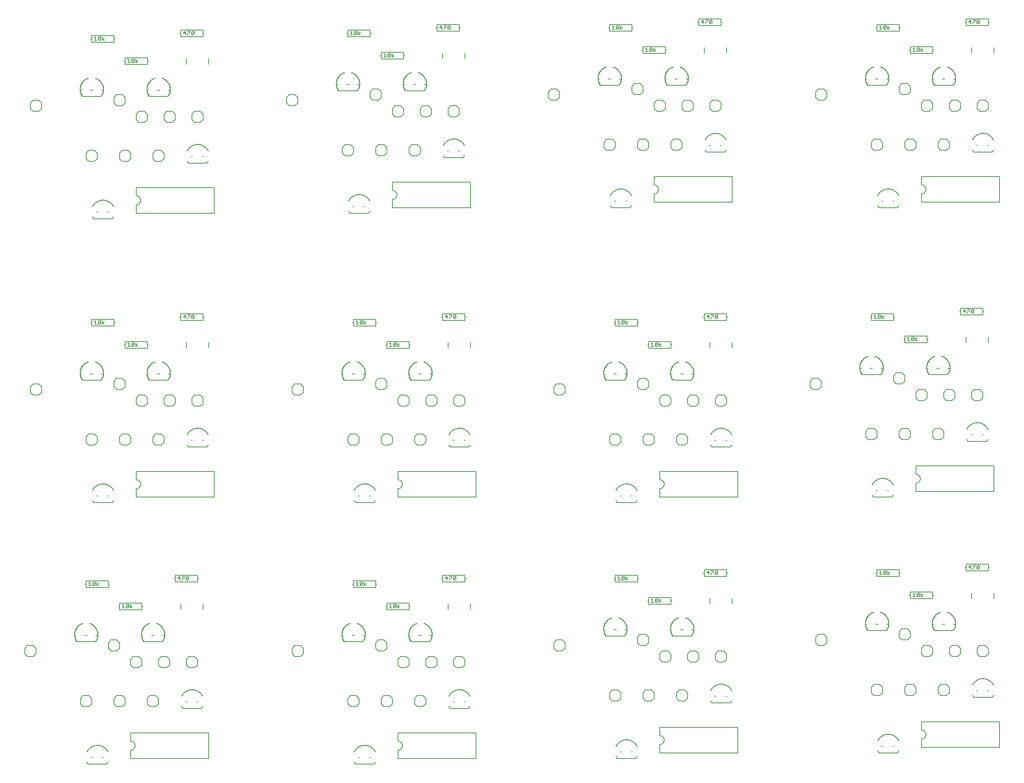
<source format=gto>
G75*
G70*
%OFA0B0*%
%FSLAX24Y24*%
%IPPOS*%
%LPD*%
%AMOC8*
5,1,8,0,0,1.08239X$1,22.5*
%
%ADD10C,0.0080*%
%ADD11C,0.0060*%
%ADD12C,0.0050*%
%ADD13C,0.0010*%
D10*
X010100Y009850D02*
X010350Y009600D01*
X010850Y009600D01*
X011100Y009850D01*
X011100Y010350D01*
X010850Y010600D01*
X010350Y010600D01*
X010100Y010350D01*
X010100Y009850D01*
X013100Y009850D02*
X013350Y009600D01*
X013850Y009600D01*
X014100Y009850D01*
X014100Y010350D01*
X013850Y010600D01*
X013350Y010600D01*
X013100Y010350D01*
X013100Y009850D01*
X016100Y009850D02*
X016350Y009600D01*
X016850Y009600D01*
X017100Y009850D01*
X017100Y010350D01*
X016850Y010600D01*
X016350Y010600D01*
X016100Y010350D01*
X016100Y009850D01*
X015350Y013100D02*
X014850Y013100D01*
X014600Y013350D01*
X014600Y013850D01*
X014850Y014100D01*
X015350Y014100D01*
X015600Y013850D01*
X015600Y013350D01*
X015350Y013100D01*
X017100Y013350D02*
X017100Y013850D01*
X017350Y014100D01*
X017850Y014100D01*
X018100Y013850D01*
X018100Y013350D01*
X017850Y013100D01*
X017350Y013100D01*
X017100Y013350D01*
X019600Y013350D02*
X019850Y013100D01*
X020350Y013100D01*
X020600Y013350D01*
X020600Y013850D01*
X020350Y014100D01*
X019850Y014100D01*
X019600Y013850D01*
X019600Y013350D01*
X013600Y014850D02*
X013600Y015350D01*
X013350Y015600D01*
X012850Y015600D01*
X012600Y015350D01*
X012600Y014850D01*
X012850Y014600D01*
X013350Y014600D01*
X013600Y014850D01*
X013600Y018300D02*
X013600Y018600D01*
X013500Y018600D01*
X013600Y018600D02*
X013600Y018900D01*
X015600Y018900D01*
X015600Y018600D01*
X015700Y018600D01*
X015600Y018600D02*
X015600Y018300D01*
X013600Y018300D01*
X012600Y020300D02*
X010600Y020300D01*
X010600Y020600D01*
X010500Y020600D01*
X010600Y020600D02*
X010600Y020900D01*
X012600Y020900D01*
X012600Y020600D01*
X012700Y020600D01*
X012600Y020600D02*
X012600Y020300D01*
X018500Y021100D02*
X018600Y021100D01*
X018600Y021400D01*
X020600Y021400D01*
X020600Y021100D01*
X020700Y021100D01*
X020600Y021100D02*
X020600Y020800D01*
X018600Y020800D01*
X018600Y021100D01*
X019100Y018850D02*
X019100Y018350D01*
X021100Y018350D02*
X021100Y018850D01*
X029100Y014850D02*
X029100Y014350D01*
X029350Y014100D01*
X029850Y014100D01*
X030100Y014350D01*
X030100Y014850D01*
X029850Y015100D01*
X029350Y015100D01*
X029100Y014850D01*
X034100Y010350D02*
X034100Y009850D01*
X034350Y009600D01*
X034850Y009600D01*
X035100Y009850D01*
X035100Y010350D01*
X034850Y010600D01*
X034350Y010600D01*
X034100Y010350D01*
X037100Y010350D02*
X037100Y009850D01*
X037350Y009600D01*
X037850Y009600D01*
X038100Y009850D01*
X038100Y010350D01*
X037850Y010600D01*
X037350Y010600D01*
X037100Y010350D01*
X040100Y010350D02*
X040100Y009850D01*
X040350Y009600D01*
X040850Y009600D01*
X041100Y009850D01*
X041100Y010350D01*
X040850Y010600D01*
X040350Y010600D01*
X040100Y010350D01*
X039350Y013100D02*
X038850Y013100D01*
X038600Y013350D01*
X038600Y013850D01*
X038850Y014100D01*
X039350Y014100D01*
X039600Y013850D01*
X039600Y013350D01*
X039350Y013100D01*
X041100Y013350D02*
X041350Y013100D01*
X041850Y013100D01*
X042100Y013350D01*
X042100Y013850D01*
X041850Y014100D01*
X041350Y014100D01*
X041100Y013850D01*
X041100Y013350D01*
X043600Y013350D02*
X043850Y013100D01*
X044350Y013100D01*
X044600Y013350D01*
X044600Y013850D01*
X044350Y014100D01*
X043850Y014100D01*
X043600Y013850D01*
X043600Y013350D01*
X037600Y014850D02*
X037600Y015350D01*
X037350Y015600D01*
X036850Y015600D01*
X036600Y015350D01*
X036600Y014850D01*
X036850Y014600D01*
X037350Y014600D01*
X037600Y014850D01*
X037600Y018300D02*
X037600Y018600D01*
X037500Y018600D01*
X037600Y018600D02*
X037600Y018900D01*
X039600Y018900D01*
X039600Y018600D01*
X039700Y018600D01*
X039600Y018600D02*
X039600Y018300D01*
X037600Y018300D01*
X036600Y020300D02*
X034600Y020300D01*
X034600Y020600D01*
X034500Y020600D01*
X034600Y020600D02*
X034600Y020900D01*
X036600Y020900D01*
X036600Y020600D01*
X036700Y020600D01*
X036600Y020600D02*
X036600Y020300D01*
X042500Y021100D02*
X042600Y021100D01*
X042600Y021400D01*
X044600Y021400D01*
X044600Y021100D01*
X044700Y021100D01*
X044600Y021100D02*
X044600Y020800D01*
X042600Y020800D01*
X042600Y021100D01*
X043100Y018850D02*
X043100Y018350D01*
X045100Y018350D02*
X045100Y018850D01*
X052600Y015350D02*
X052600Y014850D01*
X052850Y014600D01*
X053350Y014600D01*
X053600Y014850D01*
X053600Y015350D01*
X053350Y015600D01*
X052850Y015600D01*
X052600Y015350D01*
X057600Y010850D02*
X057600Y010350D01*
X057850Y010100D01*
X058350Y010100D01*
X058600Y010350D01*
X058600Y010850D01*
X058350Y011100D01*
X057850Y011100D01*
X057600Y010850D01*
X060600Y010850D02*
X060600Y010350D01*
X060850Y010100D01*
X061350Y010100D01*
X061600Y010350D01*
X061600Y010850D01*
X061350Y011100D01*
X060850Y011100D01*
X060600Y010850D01*
X063600Y010850D02*
X063600Y010350D01*
X063850Y010100D01*
X064350Y010100D01*
X064600Y010350D01*
X064600Y010850D01*
X064350Y011100D01*
X063850Y011100D01*
X063600Y010850D01*
X062850Y013600D02*
X062350Y013600D01*
X062100Y013850D01*
X062100Y014350D01*
X062350Y014600D01*
X062850Y014600D01*
X063100Y014350D01*
X063100Y013850D01*
X062850Y013600D01*
X064600Y013850D02*
X064600Y014350D01*
X064850Y014600D01*
X065350Y014600D01*
X065600Y014350D01*
X065600Y013850D01*
X065350Y013600D01*
X064850Y013600D01*
X064600Y013850D01*
X067100Y013850D02*
X067350Y013600D01*
X067850Y013600D01*
X068100Y013850D01*
X068100Y014350D01*
X067850Y014600D01*
X067350Y014600D01*
X067100Y014350D01*
X067100Y013850D01*
X061100Y015350D02*
X061100Y015850D01*
X060850Y016100D01*
X060350Y016100D01*
X060100Y015850D01*
X060100Y015350D01*
X060350Y015100D01*
X060850Y015100D01*
X061100Y015350D01*
X061100Y018800D02*
X061100Y019100D01*
X061000Y019100D01*
X061100Y019100D02*
X061100Y019400D01*
X063100Y019400D01*
X063100Y019100D01*
X063200Y019100D01*
X063100Y019100D02*
X063100Y018800D01*
X061100Y018800D01*
X060100Y020800D02*
X058100Y020800D01*
X058100Y021100D01*
X058000Y021100D01*
X058100Y021100D02*
X058100Y021400D01*
X060100Y021400D01*
X060100Y021100D01*
X060200Y021100D01*
X060100Y021100D02*
X060100Y020800D01*
X066000Y021600D02*
X066100Y021600D01*
X066100Y021900D01*
X068100Y021900D01*
X068100Y021600D01*
X068200Y021600D01*
X068100Y021600D02*
X068100Y021300D01*
X066100Y021300D01*
X066100Y021600D01*
X066600Y019350D02*
X066600Y018850D01*
X068600Y018850D02*
X068600Y019350D01*
X076100Y015850D02*
X076100Y015350D01*
X076350Y015100D01*
X076850Y015100D01*
X077100Y015350D01*
X077100Y015850D01*
X076850Y016100D01*
X076350Y016100D01*
X076100Y015850D01*
X081100Y011350D02*
X081100Y010850D01*
X081350Y010600D01*
X081850Y010600D01*
X082100Y010850D01*
X082100Y011350D01*
X081850Y011600D01*
X081350Y011600D01*
X081100Y011350D01*
X084100Y011350D02*
X084100Y010850D01*
X084350Y010600D01*
X084850Y010600D01*
X085100Y010850D01*
X085100Y011350D01*
X084850Y011600D01*
X084350Y011600D01*
X084100Y011350D01*
X087100Y011350D02*
X087100Y010850D01*
X087350Y010600D01*
X087850Y010600D01*
X088100Y010850D01*
X088100Y011350D01*
X087850Y011600D01*
X087350Y011600D01*
X087100Y011350D01*
X086350Y014100D02*
X086600Y014350D01*
X086600Y014850D01*
X086350Y015100D01*
X085850Y015100D01*
X085600Y014850D01*
X085600Y014350D01*
X085850Y014100D01*
X086350Y014100D01*
X088100Y014350D02*
X088350Y014100D01*
X088850Y014100D01*
X089100Y014350D01*
X089100Y014850D01*
X088850Y015100D01*
X088350Y015100D01*
X088100Y014850D01*
X088100Y014350D01*
X090600Y014350D02*
X090850Y014100D01*
X091350Y014100D01*
X091600Y014350D01*
X091600Y014850D01*
X091350Y015100D01*
X090850Y015100D01*
X090600Y014850D01*
X090600Y014350D01*
X090100Y019350D02*
X090100Y019850D01*
X092100Y019850D02*
X092100Y019350D01*
X091600Y021800D02*
X089600Y021800D01*
X089600Y022100D01*
X089500Y022100D01*
X089600Y022100D02*
X089600Y022400D01*
X091600Y022400D01*
X091600Y022100D01*
X091700Y022100D01*
X091600Y022100D02*
X091600Y021800D01*
X086700Y019600D02*
X086600Y019600D01*
X086600Y019300D01*
X084600Y019300D01*
X084600Y019600D01*
X084500Y019600D01*
X084600Y019600D02*
X084600Y019900D01*
X086600Y019900D01*
X086600Y019600D01*
X083600Y021300D02*
X081600Y021300D01*
X081600Y021600D01*
X081500Y021600D01*
X081600Y021600D02*
X081600Y021900D01*
X083600Y021900D01*
X083600Y021600D01*
X083700Y021600D01*
X083600Y021600D02*
X083600Y021300D01*
X083850Y016600D02*
X083600Y016350D01*
X083600Y015850D01*
X083850Y015600D01*
X084350Y015600D01*
X084600Y015850D01*
X084600Y016350D01*
X084350Y016600D01*
X083850Y016600D01*
X083850Y033600D02*
X084350Y033600D01*
X084600Y033850D01*
X084600Y034350D01*
X084350Y034600D01*
X083850Y034600D01*
X083600Y034350D01*
X083600Y033850D01*
X083850Y033600D01*
X086600Y033850D02*
X086850Y033600D01*
X087350Y033600D01*
X087600Y033850D01*
X087600Y034350D01*
X087350Y034600D01*
X086850Y034600D01*
X086600Y034350D01*
X086600Y033850D01*
X085850Y037100D02*
X085350Y037100D01*
X085100Y037350D01*
X085100Y037850D01*
X085350Y038100D01*
X085850Y038100D01*
X086100Y037850D01*
X086100Y037350D01*
X085850Y037100D01*
X087600Y037350D02*
X087850Y037100D01*
X088350Y037100D01*
X088600Y037350D01*
X088600Y037850D01*
X088350Y038100D01*
X087850Y038100D01*
X087600Y037850D01*
X087600Y037350D01*
X090100Y037350D02*
X090350Y037100D01*
X090850Y037100D01*
X091100Y037350D01*
X091100Y037850D01*
X090850Y038100D01*
X090350Y038100D01*
X090100Y037850D01*
X090100Y037350D01*
X084100Y038850D02*
X084100Y039350D01*
X083850Y039600D01*
X083350Y039600D01*
X083100Y039350D01*
X083100Y038850D01*
X083350Y038600D01*
X083850Y038600D01*
X084100Y038850D01*
X084100Y042300D02*
X084100Y042600D01*
X084000Y042600D01*
X084100Y042600D02*
X084100Y042900D01*
X086100Y042900D01*
X086100Y042600D01*
X086200Y042600D01*
X086100Y042600D02*
X086100Y042300D01*
X084100Y042300D01*
X083100Y044300D02*
X081100Y044300D01*
X081100Y044600D01*
X081000Y044600D01*
X081100Y044600D02*
X081100Y044900D01*
X083100Y044900D01*
X083100Y044600D01*
X083200Y044600D01*
X083100Y044600D02*
X083100Y044300D01*
X089000Y045100D02*
X089100Y045100D01*
X089100Y045400D01*
X091100Y045400D01*
X091100Y045100D01*
X091200Y045100D01*
X091100Y045100D02*
X091100Y044800D01*
X089100Y044800D01*
X089100Y045100D01*
X089600Y042850D02*
X089600Y042350D01*
X091600Y042350D02*
X091600Y042850D01*
X081600Y034350D02*
X081350Y034600D01*
X080850Y034600D01*
X080600Y034350D01*
X080600Y033850D01*
X080850Y033600D01*
X081350Y033600D01*
X081600Y033850D01*
X081600Y034350D01*
X076600Y038350D02*
X076350Y038100D01*
X075850Y038100D01*
X075600Y038350D01*
X075600Y038850D01*
X075850Y039100D01*
X076350Y039100D01*
X076600Y038850D01*
X076600Y038350D01*
X068600Y041850D02*
X068600Y042350D01*
X066600Y042350D02*
X066600Y041850D01*
X063200Y042100D02*
X063100Y042100D01*
X063100Y041800D01*
X061100Y041800D01*
X061100Y042100D01*
X061000Y042100D01*
X061100Y042100D02*
X061100Y042400D01*
X063100Y042400D01*
X063100Y042100D01*
X060100Y043800D02*
X058100Y043800D01*
X058100Y044100D01*
X058000Y044100D01*
X058100Y044100D02*
X058100Y044400D01*
X060100Y044400D01*
X060100Y044100D01*
X060200Y044100D01*
X060100Y044100D02*
X060100Y043800D01*
X060350Y039100D02*
X060100Y038850D01*
X060100Y038350D01*
X060350Y038100D01*
X060850Y038100D01*
X061100Y038350D01*
X061100Y038850D01*
X060850Y039100D01*
X060350Y039100D01*
X062100Y037350D02*
X062350Y037600D01*
X062850Y037600D01*
X063100Y037350D01*
X063100Y036850D01*
X062850Y036600D01*
X062350Y036600D01*
X062100Y036850D01*
X062100Y037350D01*
X064600Y037350D02*
X064600Y036850D01*
X064850Y036600D01*
X065350Y036600D01*
X065600Y036850D01*
X065600Y037350D01*
X065350Y037600D01*
X064850Y037600D01*
X064600Y037350D01*
X067100Y037350D02*
X067100Y036850D01*
X067350Y036600D01*
X067850Y036600D01*
X068100Y036850D01*
X068100Y037350D01*
X067850Y037600D01*
X067350Y037600D01*
X067100Y037350D01*
X064350Y034100D02*
X063850Y034100D01*
X063600Y033850D01*
X063600Y033350D01*
X063850Y033100D01*
X064350Y033100D01*
X064600Y033350D01*
X064600Y033850D01*
X064350Y034100D01*
X061600Y033850D02*
X061600Y033350D01*
X061350Y033100D01*
X060850Y033100D01*
X060600Y033350D01*
X060600Y033850D01*
X060850Y034100D01*
X061350Y034100D01*
X061600Y033850D01*
X058600Y033850D02*
X058600Y033350D01*
X058350Y033100D01*
X057850Y033100D01*
X057600Y033350D01*
X057600Y033850D01*
X057850Y034100D01*
X058350Y034100D01*
X058600Y033850D01*
X053600Y037850D02*
X053600Y038350D01*
X053350Y038600D01*
X052850Y038600D01*
X052600Y038350D01*
X052600Y037850D01*
X052850Y037600D01*
X053350Y037600D01*
X053600Y037850D01*
X045100Y041850D02*
X045100Y042350D01*
X043100Y042350D02*
X043100Y041850D01*
X042600Y044300D02*
X042600Y044600D01*
X042500Y044600D01*
X042600Y044600D02*
X042600Y044900D01*
X044600Y044900D01*
X044600Y044600D01*
X044700Y044600D01*
X044600Y044600D02*
X044600Y044300D01*
X042600Y044300D01*
X039600Y042400D02*
X039600Y042100D01*
X039700Y042100D01*
X039600Y042100D02*
X039600Y041800D01*
X037600Y041800D01*
X037600Y042100D01*
X037500Y042100D01*
X037600Y042100D02*
X037600Y042400D01*
X039600Y042400D01*
X036600Y043800D02*
X034600Y043800D01*
X034600Y044100D01*
X034500Y044100D01*
X034600Y044100D02*
X034600Y044400D01*
X036600Y044400D01*
X036600Y044100D01*
X036700Y044100D01*
X036600Y044100D02*
X036600Y043800D01*
X036850Y039100D02*
X036600Y038850D01*
X036600Y038350D01*
X036850Y038100D01*
X037350Y038100D01*
X037600Y038350D01*
X037600Y038850D01*
X037350Y039100D01*
X036850Y039100D01*
X038600Y037350D02*
X038850Y037600D01*
X039350Y037600D01*
X039600Y037350D01*
X039600Y036850D01*
X039350Y036600D01*
X038850Y036600D01*
X038600Y036850D01*
X038600Y037350D01*
X041100Y037350D02*
X041100Y036850D01*
X041350Y036600D01*
X041850Y036600D01*
X042100Y036850D01*
X042100Y037350D01*
X041850Y037600D01*
X041350Y037600D01*
X041100Y037350D01*
X043600Y037350D02*
X043600Y036850D01*
X043850Y036600D01*
X044350Y036600D01*
X044600Y036850D01*
X044600Y037350D01*
X044350Y037600D01*
X043850Y037600D01*
X043600Y037350D01*
X040850Y034100D02*
X040350Y034100D01*
X040100Y033850D01*
X040100Y033350D01*
X040350Y033100D01*
X040850Y033100D01*
X041100Y033350D01*
X041100Y033850D01*
X040850Y034100D01*
X038100Y033850D02*
X038100Y033350D01*
X037850Y033100D01*
X037350Y033100D01*
X037100Y033350D01*
X037100Y033850D01*
X037350Y034100D01*
X037850Y034100D01*
X038100Y033850D01*
X035100Y033850D02*
X035100Y033350D01*
X034850Y033100D01*
X034350Y033100D01*
X034100Y033350D01*
X034100Y033850D01*
X034350Y034100D01*
X034850Y034100D01*
X035100Y033850D01*
X030100Y037850D02*
X030100Y038350D01*
X029850Y038600D01*
X029350Y038600D01*
X029100Y038350D01*
X029100Y037850D01*
X029350Y037600D01*
X029850Y037600D01*
X030100Y037850D01*
X021100Y037350D02*
X021100Y036850D01*
X020850Y036600D01*
X020350Y036600D01*
X020100Y036850D01*
X020100Y037350D01*
X020350Y037600D01*
X020850Y037600D01*
X021100Y037350D01*
X018600Y037350D02*
X018600Y036850D01*
X018350Y036600D01*
X017850Y036600D01*
X017600Y036850D01*
X017600Y037350D01*
X017850Y037600D01*
X018350Y037600D01*
X018600Y037350D01*
X016100Y037350D02*
X016100Y036850D01*
X015850Y036600D01*
X015350Y036600D01*
X015100Y036850D01*
X015100Y037350D01*
X015350Y037600D01*
X015850Y037600D01*
X016100Y037350D01*
X014100Y038350D02*
X014100Y038850D01*
X013850Y039100D01*
X013350Y039100D01*
X013100Y038850D01*
X013100Y038350D01*
X013350Y038100D01*
X013850Y038100D01*
X014100Y038350D01*
X014100Y041800D02*
X014100Y042100D01*
X014000Y042100D01*
X014100Y042100D02*
X014100Y042400D01*
X016100Y042400D01*
X016100Y042100D01*
X016200Y042100D01*
X016100Y042100D02*
X016100Y041800D01*
X014100Y041800D01*
X013100Y043800D02*
X011100Y043800D01*
X011100Y044100D01*
X011000Y044100D01*
X011100Y044100D02*
X011100Y044400D01*
X013100Y044400D01*
X013100Y044100D01*
X013200Y044100D01*
X013100Y044100D02*
X013100Y043800D01*
X019000Y044600D02*
X019100Y044600D01*
X019100Y044900D01*
X021100Y044900D01*
X021100Y044600D01*
X021200Y044600D01*
X021100Y044600D02*
X021100Y044300D01*
X019100Y044300D01*
X019100Y044600D01*
X019600Y042350D02*
X019600Y041850D01*
X021600Y041850D02*
X021600Y042350D01*
X017350Y034100D02*
X016850Y034100D01*
X016600Y033850D01*
X016600Y033350D01*
X016850Y033100D01*
X017350Y033100D01*
X017600Y033350D01*
X017600Y033850D01*
X017350Y034100D01*
X014600Y033850D02*
X014600Y033350D01*
X014350Y033100D01*
X013850Y033100D01*
X013600Y033350D01*
X013600Y033850D01*
X013850Y034100D01*
X014350Y034100D01*
X014600Y033850D01*
X011600Y033850D02*
X011600Y033350D01*
X011350Y033100D01*
X010850Y033100D01*
X010600Y033350D01*
X010600Y033850D01*
X010850Y034100D01*
X011350Y034100D01*
X011600Y033850D01*
X006600Y037850D02*
X006600Y038350D01*
X006350Y038600D01*
X005850Y038600D01*
X005600Y038350D01*
X005600Y037850D01*
X005850Y037600D01*
X006350Y037600D01*
X006600Y037850D01*
X010850Y058600D02*
X011350Y058600D01*
X011600Y058850D01*
X011600Y059350D01*
X011350Y059600D01*
X010850Y059600D01*
X010600Y059350D01*
X010600Y058850D01*
X010850Y058600D01*
X013600Y058850D02*
X013850Y058600D01*
X014350Y058600D01*
X014600Y058850D01*
X014600Y059350D01*
X014350Y059600D01*
X013850Y059600D01*
X013600Y059350D01*
X013600Y058850D01*
X016600Y058850D02*
X016850Y058600D01*
X017350Y058600D01*
X017600Y058850D01*
X017600Y059350D01*
X017350Y059600D01*
X016850Y059600D01*
X016600Y059350D01*
X016600Y058850D01*
X015850Y062100D02*
X016100Y062350D01*
X016100Y062850D01*
X015850Y063100D01*
X015350Y063100D01*
X015100Y062850D01*
X015100Y062350D01*
X015350Y062100D01*
X015850Y062100D01*
X017600Y062350D02*
X017850Y062100D01*
X018350Y062100D01*
X018600Y062350D01*
X018600Y062850D01*
X018350Y063100D01*
X017850Y063100D01*
X017600Y062850D01*
X017600Y062350D01*
X020100Y062350D02*
X020350Y062100D01*
X020850Y062100D01*
X021100Y062350D01*
X021100Y062850D01*
X020850Y063100D01*
X020350Y063100D01*
X020100Y062850D01*
X020100Y062350D01*
X019600Y067350D02*
X019600Y067850D01*
X021600Y067850D02*
X021600Y067350D01*
X021100Y069800D02*
X019100Y069800D01*
X019100Y070100D01*
X019000Y070100D01*
X019100Y070100D02*
X019100Y070400D01*
X021100Y070400D01*
X021100Y070100D01*
X021200Y070100D01*
X021100Y070100D02*
X021100Y069800D01*
X016200Y067600D02*
X016100Y067600D01*
X016100Y067300D01*
X014100Y067300D01*
X014100Y067600D01*
X014000Y067600D01*
X014100Y067600D02*
X014100Y067900D01*
X016100Y067900D01*
X016100Y067600D01*
X013100Y069300D02*
X011100Y069300D01*
X011100Y069600D01*
X011000Y069600D01*
X011100Y069600D02*
X011100Y069900D01*
X013100Y069900D01*
X013100Y069600D01*
X013200Y069600D01*
X013100Y069600D02*
X013100Y069300D01*
X013350Y064600D02*
X013100Y064350D01*
X013100Y063850D01*
X013350Y063600D01*
X013850Y063600D01*
X014100Y063850D01*
X014100Y064350D01*
X013850Y064600D01*
X013350Y064600D01*
X006600Y063850D02*
X006600Y063350D01*
X006350Y063100D01*
X005850Y063100D01*
X005600Y063350D01*
X005600Y063850D01*
X005850Y064100D01*
X006350Y064100D01*
X006600Y063850D01*
X028600Y063850D02*
X028850Y063600D01*
X029350Y063600D01*
X029600Y063850D01*
X029600Y064350D01*
X029350Y064600D01*
X028850Y064600D01*
X028600Y064350D01*
X028600Y063850D01*
X033600Y059850D02*
X033850Y060100D01*
X034350Y060100D01*
X034600Y059850D01*
X034600Y059350D01*
X034350Y059100D01*
X033850Y059100D01*
X033600Y059350D01*
X033600Y059850D01*
X036600Y059850D02*
X036600Y059350D01*
X036850Y059100D01*
X037350Y059100D01*
X037600Y059350D01*
X037600Y059850D01*
X037350Y060100D01*
X036850Y060100D01*
X036600Y059850D01*
X039600Y059850D02*
X039600Y059350D01*
X039850Y059100D01*
X040350Y059100D01*
X040600Y059350D01*
X040600Y059850D01*
X040350Y060100D01*
X039850Y060100D01*
X039600Y059850D01*
X038850Y062600D02*
X039100Y062850D01*
X039100Y063350D01*
X038850Y063600D01*
X038350Y063600D01*
X038100Y063350D01*
X038100Y062850D01*
X038350Y062600D01*
X038850Y062600D01*
X040600Y062850D02*
X040850Y062600D01*
X041350Y062600D01*
X041600Y062850D01*
X041600Y063350D01*
X041350Y063600D01*
X040850Y063600D01*
X040600Y063350D01*
X040600Y062850D01*
X043100Y062850D02*
X043350Y062600D01*
X043850Y062600D01*
X044100Y062850D01*
X044100Y063350D01*
X043850Y063600D01*
X043350Y063600D01*
X043100Y063350D01*
X043100Y062850D01*
X042600Y067850D02*
X042600Y068350D01*
X044600Y068350D02*
X044600Y067850D01*
X044100Y070300D02*
X042100Y070300D01*
X042100Y070600D01*
X042000Y070600D01*
X042100Y070600D02*
X042100Y070900D01*
X044100Y070900D01*
X044100Y070600D01*
X044200Y070600D01*
X044100Y070600D02*
X044100Y070300D01*
X039100Y068400D02*
X039100Y068100D01*
X039200Y068100D01*
X039100Y068100D02*
X039100Y067800D01*
X037100Y067800D01*
X037100Y068100D01*
X037000Y068100D01*
X037100Y068100D02*
X037100Y068400D01*
X039100Y068400D01*
X036200Y070100D02*
X036100Y070100D01*
X036100Y069800D01*
X034100Y069800D01*
X034100Y070100D01*
X034000Y070100D01*
X034100Y070100D02*
X034100Y070400D01*
X036100Y070400D01*
X036100Y070100D01*
X036350Y065100D02*
X036100Y064850D01*
X036100Y064350D01*
X036350Y064100D01*
X036850Y064100D01*
X037100Y064350D01*
X037100Y064850D01*
X036850Y065100D01*
X036350Y065100D01*
X052100Y064850D02*
X052100Y064350D01*
X052350Y064100D01*
X052850Y064100D01*
X053100Y064350D01*
X053100Y064850D01*
X052850Y065100D01*
X052350Y065100D01*
X052100Y064850D01*
X057100Y060350D02*
X057100Y059850D01*
X057350Y059600D01*
X057850Y059600D01*
X058100Y059850D01*
X058100Y060350D01*
X057850Y060600D01*
X057350Y060600D01*
X057100Y060350D01*
X060100Y060350D02*
X060100Y059850D01*
X060350Y059600D01*
X060850Y059600D01*
X061100Y059850D01*
X061100Y060350D01*
X060850Y060600D01*
X060350Y060600D01*
X060100Y060350D01*
X063100Y060350D02*
X063100Y059850D01*
X063350Y059600D01*
X063850Y059600D01*
X064100Y059850D01*
X064100Y060350D01*
X063850Y060600D01*
X063350Y060600D01*
X063100Y060350D01*
X062350Y063100D02*
X061850Y063100D01*
X061600Y063350D01*
X061600Y063850D01*
X061850Y064100D01*
X062350Y064100D01*
X062600Y063850D01*
X062600Y063350D01*
X062350Y063100D01*
X064100Y063350D02*
X064350Y063100D01*
X064850Y063100D01*
X065100Y063350D01*
X065100Y063850D01*
X064850Y064100D01*
X064350Y064100D01*
X064100Y063850D01*
X064100Y063350D01*
X066600Y063350D02*
X066850Y063100D01*
X067350Y063100D01*
X067600Y063350D01*
X067600Y063850D01*
X067350Y064100D01*
X066850Y064100D01*
X066600Y063850D01*
X066600Y063350D01*
X060600Y064850D02*
X060600Y065350D01*
X060350Y065600D01*
X059850Y065600D01*
X059600Y065350D01*
X059600Y064850D01*
X059850Y064600D01*
X060350Y064600D01*
X060600Y064850D01*
X060600Y068300D02*
X060600Y068600D01*
X060500Y068600D01*
X060600Y068600D02*
X060600Y068900D01*
X062600Y068900D01*
X062600Y068600D01*
X062700Y068600D01*
X062600Y068600D02*
X062600Y068300D01*
X060600Y068300D01*
X059600Y070300D02*
X057600Y070300D01*
X057600Y070600D01*
X057500Y070600D01*
X057600Y070600D02*
X057600Y070900D01*
X059600Y070900D01*
X059600Y070600D01*
X059700Y070600D01*
X059600Y070600D02*
X059600Y070300D01*
X065500Y071100D02*
X065600Y071100D01*
X065600Y071400D01*
X067600Y071400D01*
X067600Y071100D01*
X067700Y071100D01*
X067600Y071100D02*
X067600Y070800D01*
X065600Y070800D01*
X065600Y071100D01*
X066100Y068850D02*
X066100Y068350D01*
X068100Y068350D02*
X068100Y068850D01*
X076100Y064850D02*
X076100Y064350D01*
X076350Y064100D01*
X076850Y064100D01*
X077100Y064350D01*
X077100Y064850D01*
X076850Y065100D01*
X076350Y065100D01*
X076100Y064850D01*
X081100Y060350D02*
X081100Y059850D01*
X081350Y059600D01*
X081850Y059600D01*
X082100Y059850D01*
X082100Y060350D01*
X081850Y060600D01*
X081350Y060600D01*
X081100Y060350D01*
X084100Y060350D02*
X084100Y059850D01*
X084350Y059600D01*
X084850Y059600D01*
X085100Y059850D01*
X085100Y060350D01*
X084850Y060600D01*
X084350Y060600D01*
X084100Y060350D01*
X087100Y060350D02*
X087100Y059850D01*
X087350Y059600D01*
X087850Y059600D01*
X088100Y059850D01*
X088100Y060350D01*
X087850Y060600D01*
X087350Y060600D01*
X087100Y060350D01*
X086350Y063100D02*
X086600Y063350D01*
X086600Y063850D01*
X086350Y064100D01*
X085850Y064100D01*
X085600Y063850D01*
X085600Y063350D01*
X085850Y063100D01*
X086350Y063100D01*
X088100Y063350D02*
X088350Y063100D01*
X088850Y063100D01*
X089100Y063350D01*
X089100Y063850D01*
X088850Y064100D01*
X088350Y064100D01*
X088100Y063850D01*
X088100Y063350D01*
X090600Y063350D02*
X090850Y063100D01*
X091350Y063100D01*
X091600Y063350D01*
X091600Y063850D01*
X091350Y064100D01*
X090850Y064100D01*
X090600Y063850D01*
X090600Y063350D01*
X086600Y068300D02*
X084600Y068300D01*
X084600Y068600D01*
X084500Y068600D01*
X084600Y068600D02*
X084600Y068900D01*
X086600Y068900D01*
X086600Y068600D01*
X086700Y068600D01*
X086600Y068600D02*
X086600Y068300D01*
X084350Y065600D02*
X083850Y065600D01*
X083600Y065350D01*
X083600Y064850D01*
X083850Y064600D01*
X084350Y064600D01*
X084600Y064850D01*
X084600Y065350D01*
X084350Y065600D01*
X083600Y070300D02*
X081600Y070300D01*
X081600Y070600D01*
X081500Y070600D01*
X081600Y070600D02*
X081600Y070900D01*
X083600Y070900D01*
X083600Y070600D01*
X083700Y070600D01*
X083600Y070600D02*
X083600Y070300D01*
X089500Y071100D02*
X089600Y071100D01*
X089600Y071400D01*
X091600Y071400D01*
X091600Y071100D01*
X091700Y071100D01*
X091600Y071100D02*
X091600Y070800D01*
X089600Y070800D01*
X089600Y071100D01*
X090100Y068850D02*
X090100Y068350D01*
X092100Y068350D02*
X092100Y068850D01*
X068100Y044900D02*
X066100Y044900D01*
X066100Y044600D01*
X066000Y044600D01*
X066100Y044600D02*
X066100Y044300D01*
X068100Y044300D01*
X068100Y044600D01*
X068200Y044600D01*
X068100Y044600D02*
X068100Y044900D01*
X006100Y014850D02*
X006100Y014350D01*
X005850Y014100D01*
X005350Y014100D01*
X005100Y014350D01*
X005100Y014850D01*
X005350Y015100D01*
X005850Y015100D01*
X006100Y014850D01*
D11*
X009555Y016000D02*
X009713Y016000D01*
X009775Y015450D02*
X011425Y015450D01*
X011487Y016000D02*
X011645Y016000D01*
X010713Y016000D02*
X010487Y016000D01*
X013830Y018480D02*
X014057Y018480D01*
X013943Y018480D02*
X013943Y018820D01*
X013830Y018707D01*
X014198Y018764D02*
X014255Y018820D01*
X014368Y018820D01*
X014425Y018764D01*
X014198Y018537D01*
X014255Y018480D01*
X014368Y018480D01*
X014425Y018537D01*
X014425Y018764D01*
X014567Y018820D02*
X014567Y018480D01*
X014567Y018593D02*
X014737Y018707D01*
X014567Y018593D02*
X014737Y018480D01*
X014198Y018537D02*
X014198Y018764D01*
X011737Y020480D02*
X011567Y020593D01*
X011737Y020707D01*
X011567Y020820D02*
X011567Y020480D01*
X011425Y020537D02*
X011368Y020480D01*
X011255Y020480D01*
X011198Y020537D01*
X011425Y020764D01*
X011425Y020537D01*
X011425Y020764D02*
X011368Y020820D01*
X011255Y020820D01*
X011198Y020764D01*
X011198Y020537D01*
X011057Y020480D02*
X010830Y020480D01*
X010943Y020480D02*
X010943Y020820D01*
X010830Y020707D01*
X015555Y016000D02*
X015713Y016000D01*
X015775Y015450D02*
X017425Y015450D01*
X017487Y016000D02*
X017645Y016000D01*
X016713Y016000D02*
X016487Y016000D01*
X019000Y020980D02*
X019000Y021320D01*
X018830Y021150D01*
X019057Y021150D01*
X019198Y021037D02*
X019198Y020980D01*
X019198Y021037D02*
X019425Y021264D01*
X019425Y021320D01*
X019198Y021320D01*
X019567Y021264D02*
X019623Y021320D01*
X019737Y021320D01*
X019793Y021264D01*
X019567Y021037D01*
X019623Y020980D01*
X019737Y020980D01*
X019793Y021037D01*
X019793Y021264D01*
X019567Y021264D02*
X019567Y021037D01*
X022100Y028450D02*
X015100Y028450D01*
X015100Y029200D01*
X015139Y029202D01*
X015178Y029208D01*
X015216Y029217D01*
X015253Y029230D01*
X015289Y029247D01*
X015322Y029267D01*
X015354Y029291D01*
X015383Y029317D01*
X015409Y029346D01*
X015433Y029378D01*
X015453Y029411D01*
X015470Y029447D01*
X015483Y029484D01*
X015492Y029522D01*
X015498Y029561D01*
X015500Y029600D01*
X015498Y029639D01*
X015492Y029678D01*
X015483Y029716D01*
X015470Y029753D01*
X015453Y029789D01*
X015433Y029822D01*
X015409Y029854D01*
X015383Y029883D01*
X015354Y029909D01*
X015322Y029933D01*
X015289Y029953D01*
X015253Y029970D01*
X015216Y029983D01*
X015178Y029992D01*
X015139Y029998D01*
X015100Y030000D01*
X015100Y030750D01*
X022100Y030750D01*
X022100Y028450D01*
X034830Y020707D02*
X034943Y020820D01*
X034943Y020480D01*
X034830Y020480D02*
X035057Y020480D01*
X035198Y020537D02*
X035425Y020764D01*
X035425Y020537D01*
X035368Y020480D01*
X035255Y020480D01*
X035198Y020537D01*
X035198Y020764D01*
X035255Y020820D01*
X035368Y020820D01*
X035425Y020764D01*
X035567Y020820D02*
X035567Y020480D01*
X035567Y020593D02*
X035737Y020707D01*
X035567Y020593D02*
X035737Y020480D01*
X037830Y018707D02*
X037943Y018820D01*
X037943Y018480D01*
X037830Y018480D02*
X038057Y018480D01*
X038198Y018537D02*
X038425Y018764D01*
X038425Y018537D01*
X038368Y018480D01*
X038255Y018480D01*
X038198Y018537D01*
X038198Y018764D01*
X038255Y018820D01*
X038368Y018820D01*
X038425Y018764D01*
X038567Y018820D02*
X038567Y018480D01*
X038567Y018593D02*
X038737Y018707D01*
X038567Y018593D02*
X038737Y018480D01*
X039555Y016000D02*
X039713Y016000D01*
X039775Y015450D02*
X041425Y015450D01*
X041487Y016000D02*
X041645Y016000D01*
X040713Y016000D02*
X040487Y016000D01*
X035645Y016000D02*
X035487Y016000D01*
X035425Y015450D02*
X033775Y015450D01*
X033713Y016000D02*
X033555Y016000D01*
X034487Y016000D02*
X034713Y016000D01*
X042830Y021150D02*
X043057Y021150D01*
X043000Y020980D02*
X043000Y021320D01*
X042830Y021150D01*
X043198Y021037D02*
X043198Y020980D01*
X043198Y021037D02*
X043425Y021264D01*
X043425Y021320D01*
X043198Y021320D01*
X043567Y021264D02*
X043623Y021320D01*
X043737Y021320D01*
X043793Y021264D01*
X043567Y021037D01*
X043623Y020980D01*
X043737Y020980D01*
X043793Y021037D01*
X043793Y021264D01*
X043567Y021264D02*
X043567Y021037D01*
X045600Y028450D02*
X038600Y028450D01*
X038600Y029200D01*
X038639Y029202D01*
X038678Y029208D01*
X038716Y029217D01*
X038753Y029230D01*
X038789Y029247D01*
X038822Y029267D01*
X038854Y029291D01*
X038883Y029317D01*
X038909Y029346D01*
X038933Y029378D01*
X038953Y029411D01*
X038970Y029447D01*
X038983Y029484D01*
X038992Y029522D01*
X038998Y029561D01*
X039000Y029600D01*
X038998Y029639D01*
X038992Y029678D01*
X038983Y029716D01*
X038970Y029753D01*
X038953Y029789D01*
X038933Y029822D01*
X038909Y029854D01*
X038883Y029883D01*
X038854Y029909D01*
X038822Y029933D01*
X038789Y029953D01*
X038753Y029970D01*
X038716Y029983D01*
X038678Y029992D01*
X038639Y029998D01*
X038600Y030000D01*
X038600Y030750D01*
X045600Y030750D01*
X045600Y028450D01*
X041425Y038950D02*
X039775Y038950D01*
X039713Y039500D02*
X039555Y039500D01*
X040487Y039500D02*
X040713Y039500D01*
X041487Y039500D02*
X041645Y039500D01*
X038737Y041980D02*
X038567Y042093D01*
X038737Y042207D01*
X038567Y042320D02*
X038567Y041980D01*
X038425Y042037D02*
X038368Y041980D01*
X038255Y041980D01*
X038198Y042037D01*
X038425Y042264D01*
X038425Y042037D01*
X038425Y042264D02*
X038368Y042320D01*
X038255Y042320D01*
X038198Y042264D01*
X038198Y042037D01*
X038057Y041980D02*
X037830Y041980D01*
X037943Y041980D02*
X037943Y042320D01*
X037830Y042207D01*
X035737Y043980D02*
X035567Y044093D01*
X035737Y044207D01*
X035567Y044320D02*
X035567Y043980D01*
X035425Y044037D02*
X035368Y043980D01*
X035255Y043980D01*
X035198Y044037D01*
X035425Y044264D01*
X035425Y044037D01*
X035425Y044264D02*
X035368Y044320D01*
X035255Y044320D01*
X035198Y044264D01*
X035198Y044037D01*
X035057Y043980D02*
X034830Y043980D01*
X034943Y043980D02*
X034943Y044320D01*
X034830Y044207D01*
X034713Y039500D02*
X034487Y039500D01*
X033713Y039500D02*
X033555Y039500D01*
X033775Y038950D02*
X035425Y038950D01*
X035487Y039500D02*
X035645Y039500D01*
X042830Y044650D02*
X043057Y044650D01*
X043000Y044480D02*
X043000Y044820D01*
X042830Y044650D01*
X043198Y044537D02*
X043198Y044480D01*
X043198Y044537D02*
X043425Y044764D01*
X043425Y044820D01*
X043198Y044820D01*
X043567Y044764D02*
X043623Y044820D01*
X043737Y044820D01*
X043793Y044764D01*
X043567Y044537D01*
X043623Y044480D01*
X043737Y044480D01*
X043793Y044537D01*
X043793Y044764D01*
X043567Y044764D02*
X043567Y044537D01*
X045100Y054450D02*
X038100Y054450D01*
X038100Y055200D01*
X038139Y055202D01*
X038178Y055208D01*
X038216Y055217D01*
X038253Y055230D01*
X038289Y055247D01*
X038322Y055267D01*
X038354Y055291D01*
X038383Y055317D01*
X038409Y055346D01*
X038433Y055378D01*
X038453Y055411D01*
X038470Y055447D01*
X038483Y055484D01*
X038492Y055522D01*
X038498Y055561D01*
X038500Y055600D01*
X038498Y055639D01*
X038492Y055678D01*
X038483Y055716D01*
X038470Y055753D01*
X038453Y055789D01*
X038433Y055822D01*
X038409Y055854D01*
X038383Y055883D01*
X038354Y055909D01*
X038322Y055933D01*
X038289Y055953D01*
X038253Y055970D01*
X038216Y055983D01*
X038178Y055992D01*
X038139Y055998D01*
X038100Y056000D01*
X038100Y056750D01*
X045100Y056750D01*
X045100Y054450D01*
X040925Y064950D02*
X039275Y064950D01*
X039213Y065500D02*
X039055Y065500D01*
X039987Y065500D02*
X040213Y065500D01*
X040987Y065500D02*
X041145Y065500D01*
X038237Y067980D02*
X038067Y068093D01*
X038237Y068207D01*
X038067Y068320D02*
X038067Y067980D01*
X037925Y068037D02*
X037868Y067980D01*
X037755Y067980D01*
X037698Y068037D01*
X037925Y068264D01*
X037925Y068037D01*
X037925Y068264D02*
X037868Y068320D01*
X037755Y068320D01*
X037698Y068264D01*
X037698Y068037D01*
X037557Y067980D02*
X037330Y067980D01*
X037443Y067980D02*
X037443Y068320D01*
X037330Y068207D01*
X035237Y069980D02*
X035067Y070093D01*
X035237Y070207D01*
X035067Y070320D02*
X035067Y069980D01*
X034925Y070037D02*
X034868Y069980D01*
X034755Y069980D01*
X034698Y070037D01*
X034925Y070264D01*
X034925Y070037D01*
X034925Y070264D02*
X034868Y070320D01*
X034755Y070320D01*
X034698Y070264D01*
X034698Y070037D01*
X034557Y069980D02*
X034330Y069980D01*
X034443Y069980D02*
X034443Y070320D01*
X034330Y070207D01*
X034213Y065500D02*
X033987Y065500D01*
X033213Y065500D02*
X033055Y065500D01*
X033275Y064950D02*
X034925Y064950D01*
X034987Y065500D02*
X035145Y065500D01*
X042330Y070650D02*
X042557Y070650D01*
X042500Y070480D02*
X042500Y070820D01*
X042330Y070650D01*
X042698Y070537D02*
X042698Y070480D01*
X042698Y070537D02*
X042925Y070764D01*
X042925Y070820D01*
X042698Y070820D01*
X043067Y070764D02*
X043067Y070537D01*
X043293Y070764D01*
X043293Y070537D01*
X043237Y070480D01*
X043123Y070480D01*
X043067Y070537D01*
X043067Y070764D02*
X043123Y070820D01*
X043237Y070820D01*
X043293Y070764D01*
X056555Y066000D02*
X056713Y066000D01*
X056775Y065450D02*
X058425Y065450D01*
X058487Y066000D02*
X058645Y066000D01*
X057713Y066000D02*
X057487Y066000D01*
X060830Y068480D02*
X061057Y068480D01*
X060943Y068480D02*
X060943Y068820D01*
X060830Y068707D01*
X061198Y068764D02*
X061255Y068820D01*
X061368Y068820D01*
X061425Y068764D01*
X061198Y068537D01*
X061255Y068480D01*
X061368Y068480D01*
X061425Y068537D01*
X061425Y068764D01*
X061567Y068820D02*
X061567Y068480D01*
X061567Y068593D02*
X061737Y068707D01*
X061567Y068593D02*
X061737Y068480D01*
X061198Y068537D02*
X061198Y068764D01*
X058737Y070480D02*
X058567Y070593D01*
X058737Y070707D01*
X058567Y070820D02*
X058567Y070480D01*
X058425Y070537D02*
X058368Y070480D01*
X058255Y070480D01*
X058198Y070537D01*
X058425Y070764D01*
X058425Y070537D01*
X058425Y070764D02*
X058368Y070820D01*
X058255Y070820D01*
X058198Y070764D01*
X058198Y070537D01*
X058057Y070480D02*
X057830Y070480D01*
X057943Y070480D02*
X057943Y070820D01*
X057830Y070707D01*
X062555Y066000D02*
X062713Y066000D01*
X062775Y065450D02*
X064425Y065450D01*
X064487Y066000D02*
X064645Y066000D01*
X063713Y066000D02*
X063487Y066000D01*
X066000Y070980D02*
X066000Y071320D01*
X065830Y071150D01*
X066057Y071150D01*
X066198Y071037D02*
X066198Y070980D01*
X066198Y071037D02*
X066425Y071264D01*
X066425Y071320D01*
X066198Y071320D01*
X066567Y071264D02*
X066623Y071320D01*
X066737Y071320D01*
X066793Y071264D01*
X066567Y071037D01*
X066623Y070980D01*
X066737Y070980D01*
X066793Y071037D01*
X066793Y071264D01*
X066567Y071264D02*
X066567Y071037D01*
X080555Y066000D02*
X080713Y066000D01*
X080775Y065450D02*
X082425Y065450D01*
X082487Y066000D02*
X082645Y066000D01*
X081713Y066000D02*
X081487Y066000D01*
X084830Y068480D02*
X085057Y068480D01*
X084943Y068480D02*
X084943Y068820D01*
X084830Y068707D01*
X085198Y068764D02*
X085255Y068820D01*
X085368Y068820D01*
X085425Y068764D01*
X085198Y068537D01*
X085255Y068480D01*
X085368Y068480D01*
X085425Y068537D01*
X085425Y068764D01*
X085567Y068820D02*
X085567Y068480D01*
X085567Y068593D02*
X085737Y068707D01*
X085567Y068593D02*
X085737Y068480D01*
X085198Y068537D02*
X085198Y068764D01*
X082737Y070480D02*
X082567Y070593D01*
X082737Y070707D01*
X082567Y070820D02*
X082567Y070480D01*
X082425Y070537D02*
X082368Y070480D01*
X082255Y070480D01*
X082198Y070537D01*
X082425Y070764D01*
X082425Y070537D01*
X082425Y070764D02*
X082368Y070820D01*
X082255Y070820D01*
X082198Y070764D01*
X082198Y070537D01*
X082057Y070480D02*
X081830Y070480D01*
X081943Y070480D02*
X081943Y070820D01*
X081830Y070707D01*
X086555Y066000D02*
X086713Y066000D01*
X086775Y065450D02*
X088425Y065450D01*
X088487Y066000D02*
X088645Y066000D01*
X087713Y066000D02*
X087487Y066000D01*
X090000Y070980D02*
X090000Y071320D01*
X089830Y071150D01*
X090057Y071150D01*
X090198Y071037D02*
X090198Y070980D01*
X090198Y071037D02*
X090425Y071264D01*
X090425Y071320D01*
X090198Y071320D01*
X090567Y071264D02*
X090623Y071320D01*
X090737Y071320D01*
X090793Y071264D01*
X090567Y071037D01*
X090623Y070980D01*
X090737Y070980D01*
X090793Y071037D01*
X090793Y071264D01*
X090567Y071264D02*
X090567Y071037D01*
X092600Y057250D02*
X085600Y057250D01*
X085600Y056500D01*
X085639Y056498D01*
X085678Y056492D01*
X085716Y056483D01*
X085753Y056470D01*
X085789Y056453D01*
X085822Y056433D01*
X085854Y056409D01*
X085883Y056383D01*
X085909Y056354D01*
X085933Y056322D01*
X085953Y056289D01*
X085970Y056253D01*
X085983Y056216D01*
X085992Y056178D01*
X085998Y056139D01*
X086000Y056100D01*
X085998Y056061D01*
X085992Y056022D01*
X085983Y055984D01*
X085970Y055947D01*
X085953Y055911D01*
X085933Y055878D01*
X085909Y055846D01*
X085883Y055817D01*
X085854Y055791D01*
X085822Y055767D01*
X085789Y055747D01*
X085753Y055730D01*
X085716Y055717D01*
X085678Y055708D01*
X085639Y055702D01*
X085600Y055700D01*
X085600Y054950D01*
X092600Y054950D01*
X092600Y057250D01*
X090237Y045320D02*
X090293Y045264D01*
X090067Y045037D01*
X090123Y044980D01*
X090237Y044980D01*
X090293Y045037D01*
X090293Y045264D01*
X090237Y045320D02*
X090123Y045320D01*
X090067Y045264D01*
X090067Y045037D01*
X089925Y045264D02*
X089698Y045037D01*
X089698Y044980D01*
X089500Y044980D02*
X089500Y045320D01*
X089330Y045150D01*
X089557Y045150D01*
X089698Y045320D02*
X089925Y045320D01*
X089925Y045264D01*
X085237Y042707D02*
X085067Y042593D01*
X085237Y042480D01*
X085067Y042480D02*
X085067Y042820D01*
X084925Y042764D02*
X084868Y042820D01*
X084755Y042820D01*
X084698Y042764D01*
X084698Y042537D01*
X084925Y042764D01*
X084925Y042537D01*
X084868Y042480D01*
X084755Y042480D01*
X084698Y042537D01*
X084557Y042480D02*
X084330Y042480D01*
X084443Y042480D02*
X084443Y042820D01*
X084330Y042707D01*
X082237Y044480D02*
X082067Y044593D01*
X082237Y044707D01*
X082067Y044820D02*
X082067Y044480D01*
X081925Y044537D02*
X081868Y044480D01*
X081755Y044480D01*
X081698Y044537D01*
X081925Y044764D01*
X081925Y044537D01*
X081925Y044764D02*
X081868Y044820D01*
X081755Y044820D01*
X081698Y044764D01*
X081698Y044537D01*
X081557Y044480D02*
X081330Y044480D01*
X081443Y044480D02*
X081443Y044820D01*
X081330Y044707D01*
X081213Y040000D02*
X080987Y040000D01*
X080213Y040000D02*
X080055Y040000D01*
X080275Y039450D02*
X081925Y039450D01*
X081987Y040000D02*
X082145Y040000D01*
X086055Y040000D02*
X086213Y040000D01*
X086275Y039450D02*
X087925Y039450D01*
X087987Y040000D02*
X088145Y040000D01*
X087213Y040000D02*
X086987Y040000D01*
X085100Y031250D02*
X085100Y030500D01*
X085139Y030498D01*
X085178Y030492D01*
X085216Y030483D01*
X085253Y030470D01*
X085289Y030453D01*
X085322Y030433D01*
X085354Y030409D01*
X085383Y030383D01*
X085409Y030354D01*
X085433Y030322D01*
X085453Y030289D01*
X085470Y030253D01*
X085483Y030216D01*
X085492Y030178D01*
X085498Y030139D01*
X085500Y030100D01*
X085498Y030061D01*
X085492Y030022D01*
X085483Y029984D01*
X085470Y029947D01*
X085453Y029911D01*
X085433Y029878D01*
X085409Y029846D01*
X085383Y029817D01*
X085354Y029791D01*
X085322Y029767D01*
X085289Y029747D01*
X085253Y029730D01*
X085216Y029717D01*
X085178Y029708D01*
X085139Y029702D01*
X085100Y029700D01*
X085100Y028950D01*
X092100Y028950D01*
X092100Y031250D01*
X085100Y031250D01*
X082567Y021820D02*
X082567Y021480D01*
X082567Y021593D02*
X082737Y021707D01*
X082567Y021593D02*
X082737Y021480D01*
X082425Y021537D02*
X082368Y021480D01*
X082255Y021480D01*
X082198Y021537D01*
X082425Y021764D01*
X082425Y021537D01*
X082425Y021764D02*
X082368Y021820D01*
X082255Y021820D01*
X082198Y021764D01*
X082198Y021537D01*
X082057Y021480D02*
X081830Y021480D01*
X081943Y021480D02*
X081943Y021820D01*
X081830Y021707D01*
X084830Y019707D02*
X084943Y019820D01*
X084943Y019480D01*
X084830Y019480D02*
X085057Y019480D01*
X085198Y019537D02*
X085255Y019480D01*
X085368Y019480D01*
X085425Y019537D01*
X085425Y019764D01*
X085198Y019537D01*
X085198Y019764D01*
X085255Y019820D01*
X085368Y019820D01*
X085425Y019764D01*
X085567Y019820D02*
X085567Y019480D01*
X085567Y019593D02*
X085737Y019707D01*
X085567Y019593D02*
X085737Y019480D01*
X086555Y017000D02*
X086713Y017000D01*
X086775Y016450D02*
X088425Y016450D01*
X088487Y017000D02*
X088645Y017000D01*
X087713Y017000D02*
X087487Y017000D01*
X082645Y017000D02*
X082487Y017000D01*
X082425Y016450D02*
X080775Y016450D01*
X080713Y017000D02*
X080555Y017000D01*
X081487Y017000D02*
X081713Y017000D01*
X089830Y022150D02*
X090057Y022150D01*
X090000Y021980D02*
X090000Y022320D01*
X089830Y022150D01*
X090198Y022037D02*
X090198Y021980D01*
X090198Y022037D02*
X090425Y022264D01*
X090425Y022320D01*
X090198Y022320D01*
X090567Y022264D02*
X090623Y022320D01*
X090737Y022320D01*
X090793Y022264D01*
X090567Y022037D01*
X090623Y021980D01*
X090737Y021980D01*
X090793Y022037D01*
X090793Y022264D01*
X090567Y022264D02*
X090567Y022037D01*
X092600Y008250D02*
X085600Y008250D01*
X085600Y007500D01*
X085639Y007498D01*
X085678Y007492D01*
X085716Y007483D01*
X085753Y007470D01*
X085789Y007453D01*
X085822Y007433D01*
X085854Y007409D01*
X085883Y007383D01*
X085909Y007354D01*
X085933Y007322D01*
X085953Y007289D01*
X085970Y007253D01*
X085983Y007216D01*
X085992Y007178D01*
X085998Y007139D01*
X086000Y007100D01*
X085998Y007061D01*
X085992Y007022D01*
X085983Y006984D01*
X085970Y006947D01*
X085953Y006911D01*
X085933Y006878D01*
X085909Y006846D01*
X085883Y006817D01*
X085854Y006791D01*
X085822Y006767D01*
X085789Y006747D01*
X085753Y006730D01*
X085716Y006717D01*
X085678Y006708D01*
X085639Y006702D01*
X085600Y006700D01*
X085600Y005950D01*
X092600Y005950D01*
X092600Y008250D01*
X069100Y007750D02*
X069100Y005450D01*
X062100Y005450D01*
X062100Y006200D01*
X062139Y006202D01*
X062178Y006208D01*
X062216Y006217D01*
X062253Y006230D01*
X062289Y006247D01*
X062322Y006267D01*
X062354Y006291D01*
X062383Y006317D01*
X062409Y006346D01*
X062433Y006378D01*
X062453Y006411D01*
X062470Y006447D01*
X062483Y006484D01*
X062492Y006522D01*
X062498Y006561D01*
X062500Y006600D01*
X062498Y006639D01*
X062492Y006678D01*
X062483Y006716D01*
X062470Y006753D01*
X062453Y006789D01*
X062433Y006822D01*
X062409Y006854D01*
X062383Y006883D01*
X062354Y006909D01*
X062322Y006933D01*
X062289Y006953D01*
X062253Y006970D01*
X062216Y006983D01*
X062178Y006992D01*
X062139Y006998D01*
X062100Y007000D01*
X062100Y007750D01*
X069100Y007750D01*
X064925Y015950D02*
X063275Y015950D01*
X063213Y016500D02*
X063055Y016500D01*
X063987Y016500D02*
X064213Y016500D01*
X064987Y016500D02*
X065145Y016500D01*
X062237Y018980D02*
X062067Y019093D01*
X062237Y019207D01*
X062067Y019320D02*
X062067Y018980D01*
X061925Y019037D02*
X061868Y018980D01*
X061755Y018980D01*
X061698Y019037D01*
X061925Y019264D01*
X061925Y019037D01*
X061925Y019264D02*
X061868Y019320D01*
X061755Y019320D01*
X061698Y019264D01*
X061698Y019037D01*
X061557Y018980D02*
X061330Y018980D01*
X061443Y018980D02*
X061443Y019320D01*
X061330Y019207D01*
X059237Y020980D02*
X059067Y021093D01*
X059237Y021207D01*
X059067Y021320D02*
X059067Y020980D01*
X058925Y021037D02*
X058868Y020980D01*
X058755Y020980D01*
X058698Y021037D01*
X058925Y021264D01*
X058925Y021037D01*
X058925Y021264D02*
X058868Y021320D01*
X058755Y021320D01*
X058698Y021264D01*
X058698Y021037D01*
X058557Y020980D02*
X058330Y020980D01*
X058443Y020980D02*
X058443Y021320D01*
X058330Y021207D01*
X058213Y016500D02*
X057987Y016500D01*
X057213Y016500D02*
X057055Y016500D01*
X057275Y015950D02*
X058925Y015950D01*
X058987Y016500D02*
X059145Y016500D01*
X066330Y021650D02*
X066557Y021650D01*
X066500Y021480D02*
X066500Y021820D01*
X066330Y021650D01*
X066698Y021537D02*
X066698Y021480D01*
X066698Y021537D02*
X066925Y021764D01*
X066925Y021820D01*
X066698Y021820D01*
X067067Y021764D02*
X067123Y021820D01*
X067237Y021820D01*
X067293Y021764D01*
X067067Y021537D01*
X067123Y021480D01*
X067237Y021480D01*
X067293Y021537D01*
X067293Y021764D01*
X067067Y021764D02*
X067067Y021537D01*
X069100Y028450D02*
X062100Y028450D01*
X062100Y029200D01*
X062139Y029202D01*
X062178Y029208D01*
X062216Y029217D01*
X062253Y029230D01*
X062289Y029247D01*
X062322Y029267D01*
X062354Y029291D01*
X062383Y029317D01*
X062409Y029346D01*
X062433Y029378D01*
X062453Y029411D01*
X062470Y029447D01*
X062483Y029484D01*
X062492Y029522D01*
X062498Y029561D01*
X062500Y029600D01*
X062498Y029639D01*
X062492Y029678D01*
X062483Y029716D01*
X062470Y029753D01*
X062453Y029789D01*
X062433Y029822D01*
X062409Y029854D01*
X062383Y029883D01*
X062354Y029909D01*
X062322Y029933D01*
X062289Y029953D01*
X062253Y029970D01*
X062216Y029983D01*
X062178Y029992D01*
X062139Y029998D01*
X062100Y030000D01*
X062100Y030750D01*
X069100Y030750D01*
X069100Y028450D01*
X064925Y038950D02*
X063275Y038950D01*
X063213Y039500D02*
X063055Y039500D01*
X063987Y039500D02*
X064213Y039500D01*
X064987Y039500D02*
X065145Y039500D01*
X062237Y041980D02*
X062067Y042093D01*
X062237Y042207D01*
X062067Y042320D02*
X062067Y041980D01*
X061925Y042037D02*
X061868Y041980D01*
X061755Y041980D01*
X061698Y042037D01*
X061925Y042264D01*
X061925Y042037D01*
X061925Y042264D02*
X061868Y042320D01*
X061755Y042320D01*
X061698Y042264D01*
X061698Y042037D01*
X061557Y041980D02*
X061330Y041980D01*
X061443Y041980D02*
X061443Y042320D01*
X061330Y042207D01*
X059237Y043980D02*
X059067Y044093D01*
X059237Y044207D01*
X059067Y044320D02*
X059067Y043980D01*
X058925Y044037D02*
X058868Y043980D01*
X058755Y043980D01*
X058698Y044037D01*
X058925Y044264D01*
X058925Y044037D01*
X058925Y044264D02*
X058868Y044320D01*
X058755Y044320D01*
X058698Y044264D01*
X058698Y044037D01*
X058557Y043980D02*
X058330Y043980D01*
X058443Y043980D02*
X058443Y044320D01*
X058330Y044207D01*
X058213Y039500D02*
X057987Y039500D01*
X057213Y039500D02*
X057055Y039500D01*
X057275Y038950D02*
X058925Y038950D01*
X058987Y039500D02*
X059145Y039500D01*
X066330Y044650D02*
X066557Y044650D01*
X066500Y044480D02*
X066500Y044820D01*
X066330Y044650D01*
X066698Y044537D02*
X066698Y044480D01*
X066698Y044537D02*
X066925Y044764D01*
X066925Y044820D01*
X066698Y044820D01*
X067067Y044764D02*
X067123Y044820D01*
X067237Y044820D01*
X067293Y044764D01*
X067067Y044537D01*
X067123Y044480D01*
X067237Y044480D01*
X067293Y044537D01*
X067293Y044764D01*
X067067Y044764D02*
X067067Y044537D01*
X068600Y054950D02*
X061600Y054950D01*
X061600Y055700D01*
X061639Y055702D01*
X061678Y055708D01*
X061716Y055717D01*
X061753Y055730D01*
X061789Y055747D01*
X061822Y055767D01*
X061854Y055791D01*
X061883Y055817D01*
X061909Y055846D01*
X061933Y055878D01*
X061953Y055911D01*
X061970Y055947D01*
X061983Y055984D01*
X061992Y056022D01*
X061998Y056061D01*
X062000Y056100D01*
X061998Y056139D01*
X061992Y056178D01*
X061983Y056216D01*
X061970Y056253D01*
X061953Y056289D01*
X061933Y056322D01*
X061909Y056354D01*
X061883Y056383D01*
X061854Y056409D01*
X061822Y056433D01*
X061789Y056453D01*
X061753Y056470D01*
X061716Y056483D01*
X061678Y056492D01*
X061639Y056498D01*
X061600Y056500D01*
X061600Y057250D01*
X068600Y057250D01*
X068600Y054950D01*
X022100Y053950D02*
X022100Y056250D01*
X015100Y056250D01*
X015100Y055500D01*
X015139Y055498D01*
X015178Y055492D01*
X015216Y055483D01*
X015253Y055470D01*
X015289Y055453D01*
X015322Y055433D01*
X015354Y055409D01*
X015383Y055383D01*
X015409Y055354D01*
X015433Y055322D01*
X015453Y055289D01*
X015470Y055253D01*
X015483Y055216D01*
X015492Y055178D01*
X015498Y055139D01*
X015500Y055100D01*
X015498Y055061D01*
X015492Y055022D01*
X015483Y054984D01*
X015470Y054947D01*
X015453Y054911D01*
X015433Y054878D01*
X015409Y054846D01*
X015383Y054817D01*
X015354Y054791D01*
X015322Y054767D01*
X015289Y054747D01*
X015253Y054730D01*
X015216Y054717D01*
X015178Y054708D01*
X015139Y054702D01*
X015100Y054700D01*
X015100Y053950D01*
X022100Y053950D01*
X020237Y044820D02*
X020293Y044764D01*
X020067Y044537D01*
X020123Y044480D01*
X020237Y044480D01*
X020293Y044537D01*
X020293Y044764D01*
X020237Y044820D02*
X020123Y044820D01*
X020067Y044764D01*
X020067Y044537D01*
X019925Y044764D02*
X019698Y044537D01*
X019698Y044480D01*
X019500Y044480D02*
X019500Y044820D01*
X019330Y044650D01*
X019557Y044650D01*
X019698Y044820D02*
X019925Y044820D01*
X019925Y044764D01*
X015237Y042207D02*
X015067Y042093D01*
X015237Y041980D01*
X015067Y041980D02*
X015067Y042320D01*
X014925Y042264D02*
X014698Y042037D01*
X014755Y041980D01*
X014868Y041980D01*
X014925Y042037D01*
X014925Y042264D01*
X014868Y042320D01*
X014755Y042320D01*
X014698Y042264D01*
X014698Y042037D01*
X014557Y041980D02*
X014330Y041980D01*
X014443Y041980D02*
X014443Y042320D01*
X014330Y042207D01*
X012237Y043980D02*
X012067Y044093D01*
X012237Y044207D01*
X012067Y044320D02*
X012067Y043980D01*
X011925Y044037D02*
X011868Y043980D01*
X011755Y043980D01*
X011698Y044037D01*
X011925Y044264D01*
X011925Y044037D01*
X011925Y044264D02*
X011868Y044320D01*
X011755Y044320D01*
X011698Y044264D01*
X011698Y044037D01*
X011557Y043980D02*
X011330Y043980D01*
X011443Y043980D02*
X011443Y044320D01*
X011330Y044207D01*
X011213Y039500D02*
X010987Y039500D01*
X010213Y039500D02*
X010055Y039500D01*
X010275Y038950D02*
X011925Y038950D01*
X011987Y039500D02*
X012145Y039500D01*
X016055Y039500D02*
X016213Y039500D01*
X016275Y038950D02*
X017925Y038950D01*
X017987Y039500D02*
X018145Y039500D01*
X017213Y039500D02*
X016987Y039500D01*
X016275Y064450D02*
X017925Y064450D01*
X017987Y065000D02*
X018145Y065000D01*
X017213Y065000D02*
X016987Y065000D01*
X016213Y065000D02*
X016055Y065000D01*
X015237Y067480D02*
X015067Y067593D01*
X015237Y067707D01*
X015067Y067820D02*
X015067Y067480D01*
X014925Y067537D02*
X014868Y067480D01*
X014755Y067480D01*
X014698Y067537D01*
X014925Y067764D01*
X014925Y067537D01*
X014925Y067764D02*
X014868Y067820D01*
X014755Y067820D01*
X014698Y067764D01*
X014698Y067537D01*
X014557Y067480D02*
X014330Y067480D01*
X014443Y067480D02*
X014443Y067820D01*
X014330Y067707D01*
X012237Y069480D02*
X012067Y069593D01*
X012237Y069707D01*
X012067Y069820D02*
X012067Y069480D01*
X011925Y069537D02*
X011868Y069480D01*
X011755Y069480D01*
X011698Y069537D01*
X011925Y069764D01*
X011925Y069537D01*
X011925Y069764D02*
X011868Y069820D01*
X011755Y069820D01*
X011698Y069764D01*
X011698Y069537D01*
X011557Y069480D02*
X011330Y069480D01*
X011443Y069480D02*
X011443Y069820D01*
X011330Y069707D01*
X011213Y065000D02*
X010987Y065000D01*
X010213Y065000D02*
X010055Y065000D01*
X010275Y064450D02*
X011925Y064450D01*
X011987Y065000D02*
X012145Y065000D01*
X019330Y070150D02*
X019557Y070150D01*
X019500Y069980D02*
X019500Y070320D01*
X019330Y070150D01*
X019698Y070037D02*
X019698Y069980D01*
X019698Y070037D02*
X019925Y070264D01*
X019925Y070320D01*
X019698Y070320D01*
X020067Y070264D02*
X020123Y070320D01*
X020237Y070320D01*
X020293Y070264D01*
X020067Y070037D01*
X020123Y069980D01*
X020237Y069980D01*
X020293Y070037D01*
X020293Y070264D01*
X020067Y070264D02*
X020067Y070037D01*
X021600Y007250D02*
X014600Y007250D01*
X014600Y006500D01*
X014639Y006498D01*
X014678Y006492D01*
X014716Y006483D01*
X014753Y006470D01*
X014789Y006453D01*
X014822Y006433D01*
X014854Y006409D01*
X014883Y006383D01*
X014909Y006354D01*
X014933Y006322D01*
X014953Y006289D01*
X014970Y006253D01*
X014983Y006216D01*
X014992Y006178D01*
X014998Y006139D01*
X015000Y006100D01*
X014998Y006061D01*
X014992Y006022D01*
X014983Y005984D01*
X014970Y005947D01*
X014953Y005911D01*
X014933Y005878D01*
X014909Y005846D01*
X014883Y005817D01*
X014854Y005791D01*
X014822Y005767D01*
X014789Y005747D01*
X014753Y005730D01*
X014716Y005717D01*
X014678Y005708D01*
X014639Y005702D01*
X014600Y005700D01*
X014600Y004950D01*
X021600Y004950D01*
X021600Y007250D01*
X038600Y007250D02*
X038600Y006500D01*
X038639Y006498D01*
X038678Y006492D01*
X038716Y006483D01*
X038753Y006470D01*
X038789Y006453D01*
X038822Y006433D01*
X038854Y006409D01*
X038883Y006383D01*
X038909Y006354D01*
X038933Y006322D01*
X038953Y006289D01*
X038970Y006253D01*
X038983Y006216D01*
X038992Y006178D01*
X038998Y006139D01*
X039000Y006100D01*
X038998Y006061D01*
X038992Y006022D01*
X038983Y005984D01*
X038970Y005947D01*
X038953Y005911D01*
X038933Y005878D01*
X038909Y005846D01*
X038883Y005817D01*
X038854Y005791D01*
X038822Y005767D01*
X038789Y005747D01*
X038753Y005730D01*
X038716Y005717D01*
X038678Y005708D01*
X038639Y005702D01*
X038600Y005700D01*
X038600Y004950D01*
X045600Y004950D01*
X045600Y007250D01*
X038600Y007250D01*
D12*
X012425Y004450D02*
X010775Y004450D01*
X011047Y005050D02*
X011153Y005050D01*
X012047Y005050D02*
X012153Y005050D01*
X019275Y009450D02*
X020925Y009450D01*
X020653Y010050D02*
X020547Y010050D01*
X019653Y010050D02*
X019547Y010050D01*
X034775Y004450D02*
X036425Y004450D01*
X036153Y005050D02*
X036047Y005050D01*
X035153Y005050D02*
X035047Y005050D01*
X043275Y009450D02*
X044925Y009450D01*
X044653Y010050D02*
X044547Y010050D01*
X043653Y010050D02*
X043547Y010050D01*
X058275Y004950D02*
X059925Y004950D01*
X059653Y005550D02*
X059547Y005550D01*
X058653Y005550D02*
X058547Y005550D01*
X066775Y009950D02*
X068425Y009950D01*
X068153Y010550D02*
X068047Y010550D01*
X067153Y010550D02*
X067047Y010550D01*
X081775Y005450D02*
X083425Y005450D01*
X083153Y006050D02*
X083047Y006050D01*
X082153Y006050D02*
X082047Y006050D01*
X090275Y010450D02*
X091925Y010450D01*
X091653Y011050D02*
X091547Y011050D01*
X090653Y011050D02*
X090547Y011050D01*
X082925Y028450D02*
X081275Y028450D01*
X081547Y029050D02*
X081653Y029050D01*
X082547Y029050D02*
X082653Y029050D01*
X089775Y033450D02*
X091425Y033450D01*
X091153Y034050D02*
X091047Y034050D01*
X090153Y034050D02*
X090047Y034050D01*
X068425Y032950D02*
X066775Y032950D01*
X067047Y033550D02*
X067153Y033550D01*
X068047Y033550D02*
X068153Y033550D01*
X059653Y028550D02*
X059547Y028550D01*
X059925Y027950D02*
X058275Y027950D01*
X058547Y028550D02*
X058653Y028550D01*
X044925Y032950D02*
X043275Y032950D01*
X043547Y033550D02*
X043653Y033550D01*
X044547Y033550D02*
X044653Y033550D01*
X036425Y027950D02*
X034775Y027950D01*
X035047Y028550D02*
X035153Y028550D01*
X036047Y028550D02*
X036153Y028550D01*
X021425Y032950D02*
X019775Y032950D01*
X020047Y033550D02*
X020153Y033550D01*
X021047Y033550D02*
X021153Y033550D01*
X012653Y028550D02*
X012547Y028550D01*
X012925Y027950D02*
X011275Y027950D01*
X011547Y028550D02*
X011653Y028550D01*
X011275Y053450D02*
X012925Y053450D01*
X012653Y054050D02*
X012547Y054050D01*
X011653Y054050D02*
X011547Y054050D01*
X019775Y058450D02*
X021425Y058450D01*
X021153Y059050D02*
X021047Y059050D01*
X020153Y059050D02*
X020047Y059050D01*
X034275Y053950D02*
X035925Y053950D01*
X035653Y054550D02*
X035547Y054550D01*
X034653Y054550D02*
X034547Y054550D01*
X042775Y058950D02*
X044425Y058950D01*
X044153Y059550D02*
X044047Y059550D01*
X043153Y059550D02*
X043047Y059550D01*
X057775Y054450D02*
X059425Y054450D01*
X059153Y055050D02*
X059047Y055050D01*
X058153Y055050D02*
X058047Y055050D01*
X066275Y059450D02*
X067925Y059450D01*
X067653Y060050D02*
X067547Y060050D01*
X066653Y060050D02*
X066547Y060050D01*
X081775Y054450D02*
X083425Y054450D01*
X083153Y055050D02*
X083047Y055050D01*
X082153Y055050D02*
X082047Y055050D01*
X090275Y059450D02*
X091925Y059450D01*
X091653Y060050D02*
X091547Y060050D01*
X090653Y060050D02*
X090547Y060050D01*
D13*
X090135Y059640D02*
X090171Y059657D01*
X090170Y059657D02*
X090196Y059607D01*
X090224Y059558D01*
X090255Y059511D01*
X090288Y059466D01*
X090257Y059442D01*
X090222Y059488D01*
X090190Y059537D01*
X090161Y059588D01*
X090134Y059640D01*
X090142Y059644D01*
X090169Y059592D01*
X090198Y059542D01*
X090229Y059494D01*
X090264Y059447D01*
X090271Y059453D01*
X090237Y059499D01*
X090205Y059547D01*
X090176Y059596D01*
X090150Y059647D01*
X090158Y059651D01*
X090184Y059601D01*
X090213Y059551D01*
X090244Y059504D01*
X090278Y059458D01*
X090285Y059464D01*
X090251Y059509D01*
X090221Y059556D01*
X090192Y059605D01*
X090167Y059655D01*
X092065Y060560D02*
X092029Y060543D01*
X092030Y060543D02*
X092001Y060599D01*
X091969Y060653D01*
X091934Y060705D01*
X091896Y060754D01*
X091854Y060801D01*
X091810Y060846D01*
X091763Y060888D01*
X091714Y060927D01*
X091663Y060963D01*
X091609Y060995D01*
X091554Y061025D01*
X091497Y061050D01*
X091438Y061073D01*
X091379Y061092D01*
X091318Y061107D01*
X091256Y061118D01*
X091194Y061126D01*
X091131Y061130D01*
X091069Y061130D01*
X091006Y061126D01*
X090944Y061118D01*
X090882Y061107D01*
X090821Y061092D01*
X090762Y061073D01*
X090703Y061050D01*
X090646Y061025D01*
X090591Y060995D01*
X090537Y060963D01*
X090486Y060927D01*
X090437Y060888D01*
X090390Y060846D01*
X090346Y060801D01*
X090304Y060754D01*
X090266Y060705D01*
X090231Y060653D01*
X090199Y060599D01*
X090170Y060543D01*
X090135Y060560D01*
X090134Y060560D01*
X090164Y060618D01*
X090197Y060674D01*
X090234Y060728D01*
X090273Y060780D01*
X090316Y060829D01*
X090362Y060875D01*
X090411Y060918D01*
X090462Y060959D01*
X090515Y060996D01*
X090571Y061030D01*
X090628Y061060D01*
X090688Y061087D01*
X090748Y061111D01*
X090811Y061130D01*
X090874Y061146D01*
X090938Y061158D01*
X091002Y061166D01*
X091067Y061170D01*
X091133Y061170D01*
X091198Y061166D01*
X091262Y061158D01*
X091326Y061146D01*
X091389Y061130D01*
X091452Y061111D01*
X091512Y061087D01*
X091572Y061060D01*
X091629Y061030D01*
X091685Y060996D01*
X091738Y060959D01*
X091789Y060918D01*
X091838Y060875D01*
X091884Y060829D01*
X091927Y060780D01*
X091966Y060728D01*
X092003Y060674D01*
X092036Y060618D01*
X092066Y060560D01*
X092058Y060556D01*
X092028Y060614D01*
X091995Y060669D01*
X091959Y060723D01*
X091920Y060774D01*
X091877Y060822D01*
X091832Y060868D01*
X091784Y060911D01*
X091733Y060952D01*
X091680Y060988D01*
X091625Y061022D01*
X091568Y061052D01*
X091509Y061079D01*
X091449Y061102D01*
X091387Y061121D01*
X091324Y061137D01*
X091261Y061149D01*
X091197Y061157D01*
X091132Y061161D01*
X091068Y061161D01*
X091003Y061157D01*
X090939Y061149D01*
X090876Y061137D01*
X090813Y061121D01*
X090751Y061102D01*
X090691Y061079D01*
X090632Y061052D01*
X090575Y061022D01*
X090520Y060988D01*
X090467Y060952D01*
X090416Y060911D01*
X090368Y060868D01*
X090323Y060822D01*
X090280Y060774D01*
X090241Y060723D01*
X090205Y060669D01*
X090172Y060614D01*
X090142Y060556D01*
X090150Y060553D01*
X090180Y060610D01*
X090212Y060665D01*
X090248Y060718D01*
X090287Y060768D01*
X090330Y060816D01*
X090375Y060862D01*
X090422Y060905D01*
X090472Y060944D01*
X090525Y060981D01*
X090580Y061014D01*
X090636Y061044D01*
X090695Y061071D01*
X090754Y061094D01*
X090815Y061113D01*
X090878Y061128D01*
X090941Y061140D01*
X091004Y061148D01*
X091068Y061152D01*
X091132Y061152D01*
X091196Y061148D01*
X091259Y061140D01*
X091322Y061128D01*
X091385Y061113D01*
X091446Y061094D01*
X091505Y061071D01*
X091564Y061044D01*
X091620Y061014D01*
X091675Y060981D01*
X091728Y060944D01*
X091778Y060905D01*
X091825Y060862D01*
X091870Y060816D01*
X091913Y060768D01*
X091952Y060718D01*
X091988Y060665D01*
X092020Y060610D01*
X092050Y060553D01*
X092042Y060549D01*
X092012Y060605D01*
X091980Y060660D01*
X091944Y060712D01*
X091906Y060762D01*
X091864Y060810D01*
X091819Y060855D01*
X091772Y060898D01*
X091722Y060937D01*
X091670Y060973D01*
X091616Y061006D01*
X091560Y061036D01*
X091502Y061062D01*
X091443Y061085D01*
X091382Y061104D01*
X091321Y061119D01*
X091258Y061131D01*
X091195Y061139D01*
X091132Y061143D01*
X091068Y061143D01*
X091005Y061139D01*
X090942Y061131D01*
X090879Y061119D01*
X090818Y061104D01*
X090757Y061085D01*
X090698Y061062D01*
X090640Y061036D01*
X090584Y061006D01*
X090530Y060973D01*
X090478Y060937D01*
X090428Y060898D01*
X090381Y060855D01*
X090336Y060810D01*
X090294Y060762D01*
X090256Y060712D01*
X090220Y060660D01*
X090188Y060605D01*
X090158Y060549D01*
X090167Y060545D01*
X090195Y060601D01*
X090228Y060655D01*
X090263Y060707D01*
X090301Y060757D01*
X090343Y060804D01*
X090387Y060849D01*
X090434Y060891D01*
X090483Y060930D01*
X090535Y060966D01*
X090589Y060999D01*
X090644Y061028D01*
X090702Y061054D01*
X090760Y061077D01*
X090820Y061095D01*
X090881Y061111D01*
X090943Y061122D01*
X091006Y061130D01*
X091069Y061134D01*
X091131Y061134D01*
X091194Y061130D01*
X091257Y061122D01*
X091319Y061111D01*
X091380Y061095D01*
X091440Y061077D01*
X091498Y061054D01*
X091556Y061028D01*
X091611Y060999D01*
X091665Y060966D01*
X091717Y060930D01*
X091766Y060891D01*
X091813Y060849D01*
X091857Y060804D01*
X091899Y060757D01*
X091937Y060707D01*
X091972Y060655D01*
X092005Y060601D01*
X092033Y060545D01*
X091943Y059442D02*
X091911Y059467D01*
X091912Y059466D02*
X091947Y059514D01*
X091979Y059563D01*
X092008Y059614D01*
X092034Y059666D01*
X092070Y059650D01*
X092070Y059649D01*
X092043Y059595D01*
X092013Y059542D01*
X091980Y059491D01*
X091943Y059442D01*
X091936Y059447D01*
X091972Y059496D01*
X092005Y059547D01*
X092035Y059599D01*
X092062Y059653D01*
X092054Y059657D01*
X092027Y059603D01*
X091998Y059551D01*
X091965Y059501D01*
X091929Y059453D01*
X091922Y059458D01*
X091957Y059506D01*
X091990Y059556D01*
X092019Y059607D01*
X092046Y059661D01*
X092038Y059664D01*
X092011Y059612D01*
X091982Y059561D01*
X091950Y059511D01*
X091915Y059464D01*
X088447Y065439D02*
X088408Y065470D01*
X088408Y065469D02*
X088445Y065519D01*
X088478Y065571D01*
X088508Y065625D01*
X088535Y065681D01*
X088559Y065738D01*
X088579Y065796D01*
X088595Y065856D01*
X088608Y065916D01*
X088618Y065977D01*
X088623Y066039D01*
X088625Y066101D01*
X088623Y066162D01*
X088617Y066224D01*
X088608Y066285D01*
X088595Y066345D01*
X088579Y066405D01*
X088558Y066463D01*
X088535Y066520D01*
X088508Y066576D01*
X088477Y066630D01*
X088444Y066682D01*
X088407Y066731D01*
X088368Y066779D01*
X088326Y066824D01*
X088281Y066866D01*
X088233Y066906D01*
X088184Y066943D01*
X088132Y066976D01*
X088078Y067007D01*
X088022Y067034D01*
X087965Y067058D01*
X087907Y067078D01*
X087921Y067125D01*
X087922Y067126D01*
X087983Y067104D01*
X088043Y067080D01*
X088101Y067051D01*
X088157Y067019D01*
X088212Y066984D01*
X088264Y066945D01*
X088314Y066904D01*
X088361Y066859D01*
X088405Y066812D01*
X088447Y066762D01*
X088485Y066710D01*
X088520Y066656D01*
X088552Y066599D01*
X088580Y066541D01*
X088605Y066481D01*
X088626Y066420D01*
X088644Y066357D01*
X088657Y066294D01*
X088667Y066230D01*
X088673Y066165D01*
X088675Y066100D01*
X088673Y066036D01*
X088667Y065971D01*
X088658Y065907D01*
X088644Y065844D01*
X088627Y065781D01*
X088606Y065720D01*
X088581Y065660D01*
X088553Y065602D01*
X088521Y065545D01*
X088486Y065491D01*
X088447Y065438D01*
X088440Y065444D01*
X088478Y065496D01*
X088513Y065550D01*
X088545Y065606D01*
X088573Y065664D01*
X088597Y065723D01*
X088618Y065784D01*
X088635Y065846D01*
X088649Y065909D01*
X088658Y065972D01*
X088664Y066036D01*
X088666Y066100D01*
X088664Y066165D01*
X088658Y066229D01*
X088649Y066292D01*
X088635Y066355D01*
X088618Y066417D01*
X088597Y066478D01*
X088572Y066537D01*
X088544Y066595D01*
X088513Y066651D01*
X088478Y066705D01*
X088440Y066757D01*
X088399Y066806D01*
X088355Y066853D01*
X088308Y066897D01*
X088258Y066938D01*
X088207Y066976D01*
X088153Y067011D01*
X088097Y067043D01*
X088039Y067071D01*
X087980Y067096D01*
X087919Y067117D01*
X087916Y067109D01*
X087977Y067088D01*
X088035Y067063D01*
X088093Y067035D01*
X088148Y067004D01*
X088202Y066969D01*
X088253Y066931D01*
X088302Y066890D01*
X088348Y066847D01*
X088392Y066800D01*
X088433Y066751D01*
X088470Y066700D01*
X088505Y066646D01*
X088536Y066591D01*
X088564Y066533D01*
X088588Y066475D01*
X088609Y066414D01*
X088626Y066353D01*
X088640Y066291D01*
X088649Y066228D01*
X088655Y066164D01*
X088657Y066101D01*
X088655Y066037D01*
X088649Y065973D01*
X088640Y065910D01*
X088627Y065848D01*
X088609Y065787D01*
X088589Y065726D01*
X088564Y065667D01*
X088537Y065610D01*
X088505Y065555D01*
X088471Y065501D01*
X088433Y065450D01*
X088426Y065455D01*
X088463Y065506D01*
X088498Y065559D01*
X088529Y065614D01*
X088556Y065671D01*
X088580Y065730D01*
X088601Y065789D01*
X088618Y065850D01*
X088631Y065912D01*
X088640Y065974D01*
X088646Y066037D01*
X088648Y066101D01*
X088646Y066164D01*
X088640Y066227D01*
X088631Y066289D01*
X088618Y066351D01*
X088601Y066412D01*
X088580Y066471D01*
X088556Y066530D01*
X088528Y066587D01*
X088497Y066642D01*
X088463Y066695D01*
X088425Y066746D01*
X088385Y066794D01*
X088342Y066840D01*
X088296Y066884D01*
X088247Y066924D01*
X088197Y066962D01*
X088144Y066996D01*
X088089Y067027D01*
X088032Y067055D01*
X087973Y067079D01*
X087914Y067100D01*
X087911Y067091D01*
X087970Y067071D01*
X088028Y067047D01*
X088084Y067019D01*
X088139Y066988D01*
X088191Y066954D01*
X088242Y066917D01*
X088290Y066877D01*
X088335Y066834D01*
X088378Y066788D01*
X088418Y066740D01*
X088456Y066690D01*
X088489Y066637D01*
X088520Y066582D01*
X088548Y066526D01*
X088572Y066468D01*
X088592Y066409D01*
X088609Y066349D01*
X088622Y066287D01*
X088631Y066226D01*
X088637Y066163D01*
X088639Y066101D01*
X088637Y066038D01*
X088632Y065976D01*
X088622Y065914D01*
X088609Y065852D01*
X088592Y065792D01*
X088572Y065733D01*
X088548Y065675D01*
X088521Y065619D01*
X088490Y065564D01*
X088456Y065511D01*
X088419Y065461D01*
X088412Y065466D01*
X088449Y065516D01*
X088482Y065569D01*
X088513Y065623D01*
X088540Y065679D01*
X088564Y065736D01*
X088584Y065795D01*
X088600Y065855D01*
X088613Y065915D01*
X088623Y065977D01*
X088628Y066038D01*
X088630Y066101D01*
X088628Y066163D01*
X088622Y066224D01*
X088613Y066286D01*
X088600Y066347D01*
X088583Y066406D01*
X088563Y066465D01*
X088539Y066522D01*
X088512Y066578D01*
X088482Y066632D01*
X088448Y066684D01*
X088411Y066735D01*
X088372Y066782D01*
X088329Y066828D01*
X088284Y066870D01*
X088236Y066910D01*
X088186Y066947D01*
X088134Y066981D01*
X088080Y067011D01*
X088024Y067038D01*
X087967Y067062D01*
X087908Y067083D01*
X087279Y067125D02*
X087293Y067077D01*
X087293Y067078D02*
X087235Y067058D01*
X087178Y067034D01*
X087122Y067007D01*
X087068Y066976D01*
X087016Y066943D01*
X086967Y066906D01*
X086919Y066866D01*
X086874Y066824D01*
X086832Y066779D01*
X086793Y066731D01*
X086756Y066682D01*
X086723Y066630D01*
X086692Y066576D01*
X086665Y066520D01*
X086642Y066463D01*
X086621Y066405D01*
X086605Y066345D01*
X086592Y066285D01*
X086583Y066224D01*
X086577Y066162D01*
X086575Y066101D01*
X086577Y066039D01*
X086582Y065977D01*
X086592Y065916D01*
X086605Y065856D01*
X086621Y065796D01*
X086641Y065738D01*
X086665Y065681D01*
X086692Y065625D01*
X086722Y065571D01*
X086755Y065519D01*
X086792Y065469D01*
X086753Y065439D01*
X086753Y065438D01*
X086714Y065491D01*
X086679Y065545D01*
X086647Y065602D01*
X086619Y065660D01*
X086594Y065720D01*
X086573Y065781D01*
X086556Y065844D01*
X086542Y065907D01*
X086533Y065971D01*
X086527Y066036D01*
X086525Y066100D01*
X086527Y066165D01*
X086533Y066230D01*
X086543Y066294D01*
X086556Y066357D01*
X086574Y066420D01*
X086595Y066481D01*
X086620Y066541D01*
X086648Y066599D01*
X086680Y066656D01*
X086715Y066710D01*
X086753Y066762D01*
X086795Y066812D01*
X086839Y066859D01*
X086886Y066904D01*
X086936Y066945D01*
X086988Y066984D01*
X087043Y067019D01*
X087099Y067051D01*
X087157Y067080D01*
X087217Y067104D01*
X087278Y067126D01*
X087281Y067117D01*
X087220Y067096D01*
X087161Y067071D01*
X087103Y067043D01*
X087047Y067011D01*
X086993Y066976D01*
X086942Y066938D01*
X086892Y066897D01*
X086845Y066853D01*
X086801Y066806D01*
X086760Y066757D01*
X086722Y066705D01*
X086687Y066651D01*
X086656Y066595D01*
X086628Y066537D01*
X086603Y066478D01*
X086582Y066417D01*
X086565Y066355D01*
X086551Y066292D01*
X086542Y066229D01*
X086536Y066165D01*
X086534Y066100D01*
X086536Y066036D01*
X086542Y065972D01*
X086551Y065909D01*
X086565Y065846D01*
X086582Y065784D01*
X086603Y065723D01*
X086627Y065664D01*
X086655Y065606D01*
X086687Y065550D01*
X086722Y065496D01*
X086760Y065444D01*
X086767Y065450D01*
X086729Y065501D01*
X086695Y065555D01*
X086663Y065610D01*
X086636Y065667D01*
X086611Y065726D01*
X086591Y065787D01*
X086573Y065848D01*
X086560Y065910D01*
X086551Y065973D01*
X086545Y066037D01*
X086543Y066101D01*
X086545Y066164D01*
X086551Y066228D01*
X086560Y066291D01*
X086574Y066353D01*
X086591Y066414D01*
X086612Y066475D01*
X086636Y066533D01*
X086664Y066591D01*
X086695Y066646D01*
X086730Y066700D01*
X086767Y066751D01*
X086808Y066800D01*
X086852Y066847D01*
X086898Y066890D01*
X086947Y066931D01*
X086998Y066969D01*
X087052Y067004D01*
X087107Y067035D01*
X087165Y067063D01*
X087223Y067088D01*
X087284Y067109D01*
X087286Y067100D01*
X087227Y067079D01*
X087168Y067055D01*
X087111Y067027D01*
X087056Y066996D01*
X087003Y066962D01*
X086953Y066924D01*
X086904Y066884D01*
X086858Y066840D01*
X086815Y066794D01*
X086775Y066746D01*
X086737Y066695D01*
X086703Y066642D01*
X086672Y066587D01*
X086644Y066530D01*
X086620Y066471D01*
X086599Y066412D01*
X086582Y066351D01*
X086569Y066289D01*
X086560Y066227D01*
X086554Y066164D01*
X086552Y066101D01*
X086554Y066037D01*
X086560Y065974D01*
X086569Y065912D01*
X086582Y065850D01*
X086599Y065789D01*
X086620Y065730D01*
X086644Y065671D01*
X086671Y065614D01*
X086702Y065559D01*
X086737Y065506D01*
X086774Y065455D01*
X086781Y065461D01*
X086744Y065511D01*
X086710Y065564D01*
X086679Y065619D01*
X086652Y065675D01*
X086628Y065733D01*
X086608Y065792D01*
X086591Y065852D01*
X086578Y065914D01*
X086568Y065976D01*
X086563Y066038D01*
X086561Y066101D01*
X086563Y066163D01*
X086569Y066226D01*
X086578Y066287D01*
X086591Y066349D01*
X086608Y066409D01*
X086628Y066468D01*
X086652Y066526D01*
X086680Y066582D01*
X086711Y066637D01*
X086744Y066690D01*
X086782Y066740D01*
X086822Y066788D01*
X086865Y066834D01*
X086910Y066877D01*
X086958Y066917D01*
X087009Y066954D01*
X087061Y066988D01*
X087116Y067019D01*
X087172Y067047D01*
X087230Y067071D01*
X087289Y067091D01*
X087292Y067083D01*
X087233Y067062D01*
X087176Y067038D01*
X087120Y067011D01*
X087066Y066981D01*
X087014Y066947D01*
X086964Y066910D01*
X086916Y066870D01*
X086871Y066828D01*
X086828Y066782D01*
X086789Y066735D01*
X086752Y066684D01*
X086718Y066632D01*
X086688Y066578D01*
X086661Y066522D01*
X086637Y066465D01*
X086617Y066406D01*
X086600Y066347D01*
X086587Y066286D01*
X086578Y066224D01*
X086572Y066163D01*
X086570Y066101D01*
X086572Y066038D01*
X086577Y065977D01*
X086587Y065915D01*
X086600Y065855D01*
X086616Y065795D01*
X086636Y065736D01*
X086660Y065679D01*
X086687Y065623D01*
X086718Y065569D01*
X086751Y065516D01*
X086788Y065466D01*
X082447Y065439D02*
X082408Y065470D01*
X082408Y065469D02*
X082445Y065519D01*
X082478Y065571D01*
X082508Y065625D01*
X082535Y065681D01*
X082559Y065738D01*
X082579Y065796D01*
X082595Y065856D01*
X082608Y065916D01*
X082618Y065977D01*
X082623Y066039D01*
X082625Y066101D01*
X082623Y066162D01*
X082617Y066224D01*
X082608Y066285D01*
X082595Y066345D01*
X082579Y066405D01*
X082558Y066463D01*
X082535Y066520D01*
X082508Y066576D01*
X082477Y066630D01*
X082444Y066682D01*
X082407Y066731D01*
X082368Y066779D01*
X082326Y066824D01*
X082281Y066866D01*
X082233Y066906D01*
X082184Y066943D01*
X082132Y066976D01*
X082078Y067007D01*
X082022Y067034D01*
X081965Y067058D01*
X081907Y067078D01*
X081921Y067125D01*
X081922Y067126D01*
X081983Y067104D01*
X082043Y067080D01*
X082101Y067051D01*
X082157Y067019D01*
X082212Y066984D01*
X082264Y066945D01*
X082314Y066904D01*
X082361Y066859D01*
X082405Y066812D01*
X082447Y066762D01*
X082485Y066710D01*
X082520Y066656D01*
X082552Y066599D01*
X082580Y066541D01*
X082605Y066481D01*
X082626Y066420D01*
X082644Y066357D01*
X082657Y066294D01*
X082667Y066230D01*
X082673Y066165D01*
X082675Y066100D01*
X082673Y066036D01*
X082667Y065971D01*
X082658Y065907D01*
X082644Y065844D01*
X082627Y065781D01*
X082606Y065720D01*
X082581Y065660D01*
X082553Y065602D01*
X082521Y065545D01*
X082486Y065491D01*
X082447Y065438D01*
X082440Y065444D01*
X082478Y065496D01*
X082513Y065550D01*
X082545Y065606D01*
X082573Y065664D01*
X082597Y065723D01*
X082618Y065784D01*
X082635Y065846D01*
X082649Y065909D01*
X082658Y065972D01*
X082664Y066036D01*
X082666Y066100D01*
X082664Y066165D01*
X082658Y066229D01*
X082649Y066292D01*
X082635Y066355D01*
X082618Y066417D01*
X082597Y066478D01*
X082572Y066537D01*
X082544Y066595D01*
X082513Y066651D01*
X082478Y066705D01*
X082440Y066757D01*
X082399Y066806D01*
X082355Y066853D01*
X082308Y066897D01*
X082258Y066938D01*
X082207Y066976D01*
X082153Y067011D01*
X082097Y067043D01*
X082039Y067071D01*
X081980Y067096D01*
X081919Y067117D01*
X081916Y067109D01*
X081977Y067088D01*
X082035Y067063D01*
X082093Y067035D01*
X082148Y067004D01*
X082202Y066969D01*
X082253Y066931D01*
X082302Y066890D01*
X082348Y066847D01*
X082392Y066800D01*
X082433Y066751D01*
X082470Y066700D01*
X082505Y066646D01*
X082536Y066591D01*
X082564Y066533D01*
X082588Y066475D01*
X082609Y066414D01*
X082626Y066353D01*
X082640Y066291D01*
X082649Y066228D01*
X082655Y066164D01*
X082657Y066101D01*
X082655Y066037D01*
X082649Y065973D01*
X082640Y065910D01*
X082627Y065848D01*
X082609Y065787D01*
X082589Y065726D01*
X082564Y065667D01*
X082537Y065610D01*
X082505Y065555D01*
X082471Y065501D01*
X082433Y065450D01*
X082426Y065455D01*
X082463Y065506D01*
X082498Y065559D01*
X082529Y065614D01*
X082556Y065671D01*
X082580Y065730D01*
X082601Y065789D01*
X082618Y065850D01*
X082631Y065912D01*
X082640Y065974D01*
X082646Y066037D01*
X082648Y066101D01*
X082646Y066164D01*
X082640Y066227D01*
X082631Y066289D01*
X082618Y066351D01*
X082601Y066412D01*
X082580Y066471D01*
X082556Y066530D01*
X082528Y066587D01*
X082497Y066642D01*
X082463Y066695D01*
X082425Y066746D01*
X082385Y066794D01*
X082342Y066840D01*
X082296Y066884D01*
X082247Y066924D01*
X082197Y066962D01*
X082144Y066996D01*
X082089Y067027D01*
X082032Y067055D01*
X081973Y067079D01*
X081914Y067100D01*
X081911Y067091D01*
X081970Y067071D01*
X082028Y067047D01*
X082084Y067019D01*
X082139Y066988D01*
X082191Y066954D01*
X082242Y066917D01*
X082290Y066877D01*
X082335Y066834D01*
X082378Y066788D01*
X082418Y066740D01*
X082456Y066690D01*
X082489Y066637D01*
X082520Y066582D01*
X082548Y066526D01*
X082572Y066468D01*
X082592Y066409D01*
X082609Y066349D01*
X082622Y066287D01*
X082631Y066226D01*
X082637Y066163D01*
X082639Y066101D01*
X082637Y066038D01*
X082632Y065976D01*
X082622Y065914D01*
X082609Y065852D01*
X082592Y065792D01*
X082572Y065733D01*
X082548Y065675D01*
X082521Y065619D01*
X082490Y065564D01*
X082456Y065511D01*
X082419Y065461D01*
X082412Y065466D01*
X082449Y065516D01*
X082482Y065569D01*
X082513Y065623D01*
X082540Y065679D01*
X082564Y065736D01*
X082584Y065795D01*
X082600Y065855D01*
X082613Y065915D01*
X082623Y065977D01*
X082628Y066038D01*
X082630Y066101D01*
X082628Y066163D01*
X082622Y066224D01*
X082613Y066286D01*
X082600Y066347D01*
X082583Y066406D01*
X082563Y066465D01*
X082539Y066522D01*
X082512Y066578D01*
X082482Y066632D01*
X082448Y066684D01*
X082411Y066735D01*
X082372Y066782D01*
X082329Y066828D01*
X082284Y066870D01*
X082236Y066910D01*
X082186Y066947D01*
X082134Y066981D01*
X082080Y067011D01*
X082024Y067038D01*
X081967Y067062D01*
X081908Y067083D01*
X081279Y067125D02*
X081293Y067077D01*
X081293Y067078D02*
X081235Y067058D01*
X081178Y067034D01*
X081122Y067007D01*
X081068Y066976D01*
X081016Y066943D01*
X080967Y066906D01*
X080919Y066866D01*
X080874Y066824D01*
X080832Y066779D01*
X080793Y066731D01*
X080756Y066682D01*
X080723Y066630D01*
X080692Y066576D01*
X080665Y066520D01*
X080642Y066463D01*
X080621Y066405D01*
X080605Y066345D01*
X080592Y066285D01*
X080583Y066224D01*
X080577Y066162D01*
X080575Y066101D01*
X080577Y066039D01*
X080582Y065977D01*
X080592Y065916D01*
X080605Y065856D01*
X080621Y065796D01*
X080641Y065738D01*
X080665Y065681D01*
X080692Y065625D01*
X080722Y065571D01*
X080755Y065519D01*
X080792Y065469D01*
X080753Y065439D01*
X080753Y065438D01*
X080714Y065491D01*
X080679Y065545D01*
X080647Y065602D01*
X080619Y065660D01*
X080594Y065720D01*
X080573Y065781D01*
X080556Y065844D01*
X080542Y065907D01*
X080533Y065971D01*
X080527Y066036D01*
X080525Y066100D01*
X080527Y066165D01*
X080533Y066230D01*
X080543Y066294D01*
X080556Y066357D01*
X080574Y066420D01*
X080595Y066481D01*
X080620Y066541D01*
X080648Y066599D01*
X080680Y066656D01*
X080715Y066710D01*
X080753Y066762D01*
X080795Y066812D01*
X080839Y066859D01*
X080886Y066904D01*
X080936Y066945D01*
X080988Y066984D01*
X081043Y067019D01*
X081099Y067051D01*
X081157Y067080D01*
X081217Y067104D01*
X081278Y067126D01*
X081281Y067117D01*
X081220Y067096D01*
X081161Y067071D01*
X081103Y067043D01*
X081047Y067011D01*
X080993Y066976D01*
X080942Y066938D01*
X080892Y066897D01*
X080845Y066853D01*
X080801Y066806D01*
X080760Y066757D01*
X080722Y066705D01*
X080687Y066651D01*
X080656Y066595D01*
X080628Y066537D01*
X080603Y066478D01*
X080582Y066417D01*
X080565Y066355D01*
X080551Y066292D01*
X080542Y066229D01*
X080536Y066165D01*
X080534Y066100D01*
X080536Y066036D01*
X080542Y065972D01*
X080551Y065909D01*
X080565Y065846D01*
X080582Y065784D01*
X080603Y065723D01*
X080627Y065664D01*
X080655Y065606D01*
X080687Y065550D01*
X080722Y065496D01*
X080760Y065444D01*
X080767Y065450D01*
X080729Y065501D01*
X080695Y065555D01*
X080663Y065610D01*
X080636Y065667D01*
X080611Y065726D01*
X080591Y065787D01*
X080573Y065848D01*
X080560Y065910D01*
X080551Y065973D01*
X080545Y066037D01*
X080543Y066101D01*
X080545Y066164D01*
X080551Y066228D01*
X080560Y066291D01*
X080574Y066353D01*
X080591Y066414D01*
X080612Y066475D01*
X080636Y066533D01*
X080664Y066591D01*
X080695Y066646D01*
X080730Y066700D01*
X080767Y066751D01*
X080808Y066800D01*
X080852Y066847D01*
X080898Y066890D01*
X080947Y066931D01*
X080998Y066969D01*
X081052Y067004D01*
X081107Y067035D01*
X081165Y067063D01*
X081223Y067088D01*
X081284Y067109D01*
X081286Y067100D01*
X081227Y067079D01*
X081168Y067055D01*
X081111Y067027D01*
X081056Y066996D01*
X081003Y066962D01*
X080953Y066924D01*
X080904Y066884D01*
X080858Y066840D01*
X080815Y066794D01*
X080775Y066746D01*
X080737Y066695D01*
X080703Y066642D01*
X080672Y066587D01*
X080644Y066530D01*
X080620Y066471D01*
X080599Y066412D01*
X080582Y066351D01*
X080569Y066289D01*
X080560Y066227D01*
X080554Y066164D01*
X080552Y066101D01*
X080554Y066037D01*
X080560Y065974D01*
X080569Y065912D01*
X080582Y065850D01*
X080599Y065789D01*
X080620Y065730D01*
X080644Y065671D01*
X080671Y065614D01*
X080702Y065559D01*
X080737Y065506D01*
X080774Y065455D01*
X080781Y065461D01*
X080744Y065511D01*
X080710Y065564D01*
X080679Y065619D01*
X080652Y065675D01*
X080628Y065733D01*
X080608Y065792D01*
X080591Y065852D01*
X080578Y065914D01*
X080568Y065976D01*
X080563Y066038D01*
X080561Y066101D01*
X080563Y066163D01*
X080569Y066226D01*
X080578Y066287D01*
X080591Y066349D01*
X080608Y066409D01*
X080628Y066468D01*
X080652Y066526D01*
X080680Y066582D01*
X080711Y066637D01*
X080744Y066690D01*
X080782Y066740D01*
X080822Y066788D01*
X080865Y066834D01*
X080910Y066877D01*
X080958Y066917D01*
X081009Y066954D01*
X081061Y066988D01*
X081116Y067019D01*
X081172Y067047D01*
X081230Y067071D01*
X081289Y067091D01*
X081292Y067083D01*
X081233Y067062D01*
X081176Y067038D01*
X081120Y067011D01*
X081066Y066981D01*
X081014Y066947D01*
X080964Y066910D01*
X080916Y066870D01*
X080871Y066828D01*
X080828Y066782D01*
X080789Y066735D01*
X080752Y066684D01*
X080718Y066632D01*
X080688Y066578D01*
X080661Y066522D01*
X080637Y066465D01*
X080617Y066406D01*
X080600Y066347D01*
X080587Y066286D01*
X080578Y066224D01*
X080572Y066163D01*
X080570Y066101D01*
X080572Y066038D01*
X080577Y065977D01*
X080587Y065915D01*
X080600Y065855D01*
X080616Y065795D01*
X080636Y065736D01*
X080660Y065679D01*
X080687Y065623D01*
X080718Y065569D01*
X080751Y065516D01*
X080788Y065466D01*
X081635Y054640D02*
X081671Y054657D01*
X081670Y054657D02*
X081696Y054607D01*
X081724Y054558D01*
X081755Y054511D01*
X081788Y054466D01*
X081757Y054442D01*
X081722Y054488D01*
X081690Y054537D01*
X081661Y054588D01*
X081634Y054640D01*
X081642Y054644D01*
X081669Y054592D01*
X081698Y054542D01*
X081729Y054494D01*
X081764Y054447D01*
X081771Y054453D01*
X081737Y054499D01*
X081705Y054547D01*
X081676Y054596D01*
X081650Y054647D01*
X081658Y054651D01*
X081684Y054601D01*
X081713Y054551D01*
X081744Y054504D01*
X081778Y054458D01*
X081785Y054464D01*
X081751Y054509D01*
X081721Y054556D01*
X081692Y054605D01*
X081667Y054655D01*
X083565Y055560D02*
X083529Y055543D01*
X083530Y055543D02*
X083501Y055599D01*
X083469Y055653D01*
X083434Y055705D01*
X083396Y055754D01*
X083354Y055801D01*
X083310Y055846D01*
X083263Y055888D01*
X083214Y055927D01*
X083163Y055963D01*
X083109Y055995D01*
X083054Y056025D01*
X082997Y056050D01*
X082938Y056073D01*
X082879Y056092D01*
X082818Y056107D01*
X082756Y056118D01*
X082694Y056126D01*
X082631Y056130D01*
X082569Y056130D01*
X082506Y056126D01*
X082444Y056118D01*
X082382Y056107D01*
X082321Y056092D01*
X082262Y056073D01*
X082203Y056050D01*
X082146Y056025D01*
X082091Y055995D01*
X082037Y055963D01*
X081986Y055927D01*
X081937Y055888D01*
X081890Y055846D01*
X081846Y055801D01*
X081804Y055754D01*
X081766Y055705D01*
X081731Y055653D01*
X081699Y055599D01*
X081670Y055543D01*
X081635Y055560D01*
X081634Y055560D01*
X081664Y055618D01*
X081697Y055674D01*
X081734Y055728D01*
X081773Y055780D01*
X081816Y055829D01*
X081862Y055875D01*
X081911Y055918D01*
X081962Y055959D01*
X082015Y055996D01*
X082071Y056030D01*
X082128Y056060D01*
X082188Y056087D01*
X082248Y056111D01*
X082311Y056130D01*
X082374Y056146D01*
X082438Y056158D01*
X082502Y056166D01*
X082567Y056170D01*
X082633Y056170D01*
X082698Y056166D01*
X082762Y056158D01*
X082826Y056146D01*
X082889Y056130D01*
X082952Y056111D01*
X083012Y056087D01*
X083072Y056060D01*
X083129Y056030D01*
X083185Y055996D01*
X083238Y055959D01*
X083289Y055918D01*
X083338Y055875D01*
X083384Y055829D01*
X083427Y055780D01*
X083466Y055728D01*
X083503Y055674D01*
X083536Y055618D01*
X083566Y055560D01*
X083558Y055556D01*
X083528Y055614D01*
X083495Y055669D01*
X083459Y055723D01*
X083420Y055774D01*
X083377Y055822D01*
X083332Y055868D01*
X083284Y055911D01*
X083233Y055952D01*
X083180Y055988D01*
X083125Y056022D01*
X083068Y056052D01*
X083009Y056079D01*
X082949Y056102D01*
X082887Y056121D01*
X082824Y056137D01*
X082761Y056149D01*
X082697Y056157D01*
X082632Y056161D01*
X082568Y056161D01*
X082503Y056157D01*
X082439Y056149D01*
X082376Y056137D01*
X082313Y056121D01*
X082251Y056102D01*
X082191Y056079D01*
X082132Y056052D01*
X082075Y056022D01*
X082020Y055988D01*
X081967Y055952D01*
X081916Y055911D01*
X081868Y055868D01*
X081823Y055822D01*
X081780Y055774D01*
X081741Y055723D01*
X081705Y055669D01*
X081672Y055614D01*
X081642Y055556D01*
X081650Y055553D01*
X081680Y055610D01*
X081712Y055665D01*
X081748Y055718D01*
X081787Y055768D01*
X081830Y055816D01*
X081875Y055862D01*
X081922Y055905D01*
X081972Y055944D01*
X082025Y055981D01*
X082080Y056014D01*
X082136Y056044D01*
X082195Y056071D01*
X082254Y056094D01*
X082315Y056113D01*
X082378Y056128D01*
X082441Y056140D01*
X082504Y056148D01*
X082568Y056152D01*
X082632Y056152D01*
X082696Y056148D01*
X082759Y056140D01*
X082822Y056128D01*
X082885Y056113D01*
X082946Y056094D01*
X083005Y056071D01*
X083064Y056044D01*
X083120Y056014D01*
X083175Y055981D01*
X083228Y055944D01*
X083278Y055905D01*
X083325Y055862D01*
X083370Y055816D01*
X083413Y055768D01*
X083452Y055718D01*
X083488Y055665D01*
X083520Y055610D01*
X083550Y055553D01*
X083542Y055549D01*
X083512Y055605D01*
X083480Y055660D01*
X083444Y055712D01*
X083406Y055762D01*
X083364Y055810D01*
X083319Y055855D01*
X083272Y055898D01*
X083222Y055937D01*
X083170Y055973D01*
X083116Y056006D01*
X083060Y056036D01*
X083002Y056062D01*
X082943Y056085D01*
X082882Y056104D01*
X082821Y056119D01*
X082758Y056131D01*
X082695Y056139D01*
X082632Y056143D01*
X082568Y056143D01*
X082505Y056139D01*
X082442Y056131D01*
X082379Y056119D01*
X082318Y056104D01*
X082257Y056085D01*
X082198Y056062D01*
X082140Y056036D01*
X082084Y056006D01*
X082030Y055973D01*
X081978Y055937D01*
X081928Y055898D01*
X081881Y055855D01*
X081836Y055810D01*
X081794Y055762D01*
X081756Y055712D01*
X081720Y055660D01*
X081688Y055605D01*
X081658Y055549D01*
X081667Y055545D01*
X081695Y055601D01*
X081728Y055655D01*
X081763Y055707D01*
X081801Y055757D01*
X081843Y055804D01*
X081887Y055849D01*
X081934Y055891D01*
X081983Y055930D01*
X082035Y055966D01*
X082089Y055999D01*
X082144Y056028D01*
X082202Y056054D01*
X082260Y056077D01*
X082320Y056095D01*
X082381Y056111D01*
X082443Y056122D01*
X082506Y056130D01*
X082569Y056134D01*
X082631Y056134D01*
X082694Y056130D01*
X082757Y056122D01*
X082819Y056111D01*
X082880Y056095D01*
X082940Y056077D01*
X082998Y056054D01*
X083056Y056028D01*
X083111Y055999D01*
X083165Y055966D01*
X083217Y055930D01*
X083266Y055891D01*
X083313Y055849D01*
X083357Y055804D01*
X083399Y055757D01*
X083437Y055707D01*
X083472Y055655D01*
X083505Y055601D01*
X083533Y055545D01*
X083443Y054442D02*
X083411Y054467D01*
X083412Y054466D02*
X083447Y054514D01*
X083479Y054563D01*
X083508Y054614D01*
X083534Y054666D01*
X083570Y054650D01*
X083570Y054649D01*
X083543Y054595D01*
X083513Y054542D01*
X083480Y054491D01*
X083443Y054442D01*
X083436Y054447D01*
X083472Y054496D01*
X083505Y054547D01*
X083535Y054599D01*
X083562Y054653D01*
X083554Y054657D01*
X083527Y054603D01*
X083498Y054551D01*
X083465Y054501D01*
X083429Y054453D01*
X083422Y054458D01*
X083457Y054506D01*
X083490Y054556D01*
X083519Y054607D01*
X083546Y054661D01*
X083538Y054664D01*
X083511Y054612D01*
X083482Y054561D01*
X083450Y054511D01*
X083415Y054464D01*
X067943Y059442D02*
X067911Y059467D01*
X067912Y059466D02*
X067947Y059514D01*
X067979Y059563D01*
X068008Y059614D01*
X068034Y059666D01*
X068070Y059650D01*
X068070Y059649D01*
X068043Y059595D01*
X068013Y059542D01*
X067980Y059491D01*
X067943Y059442D01*
X067936Y059447D01*
X067972Y059496D01*
X068005Y059547D01*
X068035Y059599D01*
X068062Y059653D01*
X068054Y059657D01*
X068027Y059603D01*
X067998Y059551D01*
X067965Y059501D01*
X067929Y059453D01*
X067922Y059458D01*
X067957Y059506D01*
X067990Y059556D01*
X068019Y059607D01*
X068046Y059661D01*
X068038Y059664D01*
X068011Y059612D01*
X067982Y059561D01*
X067950Y059511D01*
X067915Y059464D01*
X068065Y060560D02*
X068029Y060543D01*
X068030Y060543D02*
X068001Y060599D01*
X067969Y060653D01*
X067934Y060705D01*
X067896Y060754D01*
X067854Y060801D01*
X067810Y060846D01*
X067763Y060888D01*
X067714Y060927D01*
X067663Y060963D01*
X067609Y060995D01*
X067554Y061025D01*
X067497Y061050D01*
X067438Y061073D01*
X067379Y061092D01*
X067318Y061107D01*
X067256Y061118D01*
X067194Y061126D01*
X067131Y061130D01*
X067069Y061130D01*
X067006Y061126D01*
X066944Y061118D01*
X066882Y061107D01*
X066821Y061092D01*
X066762Y061073D01*
X066703Y061050D01*
X066646Y061025D01*
X066591Y060995D01*
X066537Y060963D01*
X066486Y060927D01*
X066437Y060888D01*
X066390Y060846D01*
X066346Y060801D01*
X066304Y060754D01*
X066266Y060705D01*
X066231Y060653D01*
X066199Y060599D01*
X066170Y060543D01*
X066135Y060560D01*
X066134Y060560D01*
X066164Y060618D01*
X066197Y060674D01*
X066234Y060728D01*
X066273Y060780D01*
X066316Y060829D01*
X066362Y060875D01*
X066411Y060918D01*
X066462Y060959D01*
X066515Y060996D01*
X066571Y061030D01*
X066628Y061060D01*
X066688Y061087D01*
X066748Y061111D01*
X066811Y061130D01*
X066874Y061146D01*
X066938Y061158D01*
X067002Y061166D01*
X067067Y061170D01*
X067133Y061170D01*
X067198Y061166D01*
X067262Y061158D01*
X067326Y061146D01*
X067389Y061130D01*
X067452Y061111D01*
X067512Y061087D01*
X067572Y061060D01*
X067629Y061030D01*
X067685Y060996D01*
X067738Y060959D01*
X067789Y060918D01*
X067838Y060875D01*
X067884Y060829D01*
X067927Y060780D01*
X067966Y060728D01*
X068003Y060674D01*
X068036Y060618D01*
X068066Y060560D01*
X068058Y060556D01*
X068028Y060614D01*
X067995Y060669D01*
X067959Y060723D01*
X067920Y060774D01*
X067877Y060822D01*
X067832Y060868D01*
X067784Y060911D01*
X067733Y060952D01*
X067680Y060988D01*
X067625Y061022D01*
X067568Y061052D01*
X067509Y061079D01*
X067449Y061102D01*
X067387Y061121D01*
X067324Y061137D01*
X067261Y061149D01*
X067197Y061157D01*
X067132Y061161D01*
X067068Y061161D01*
X067003Y061157D01*
X066939Y061149D01*
X066876Y061137D01*
X066813Y061121D01*
X066751Y061102D01*
X066691Y061079D01*
X066632Y061052D01*
X066575Y061022D01*
X066520Y060988D01*
X066467Y060952D01*
X066416Y060911D01*
X066368Y060868D01*
X066323Y060822D01*
X066280Y060774D01*
X066241Y060723D01*
X066205Y060669D01*
X066172Y060614D01*
X066142Y060556D01*
X066150Y060553D01*
X066180Y060610D01*
X066212Y060665D01*
X066248Y060718D01*
X066287Y060768D01*
X066330Y060816D01*
X066375Y060862D01*
X066422Y060905D01*
X066472Y060944D01*
X066525Y060981D01*
X066580Y061014D01*
X066636Y061044D01*
X066695Y061071D01*
X066754Y061094D01*
X066815Y061113D01*
X066878Y061128D01*
X066941Y061140D01*
X067004Y061148D01*
X067068Y061152D01*
X067132Y061152D01*
X067196Y061148D01*
X067259Y061140D01*
X067322Y061128D01*
X067385Y061113D01*
X067446Y061094D01*
X067505Y061071D01*
X067564Y061044D01*
X067620Y061014D01*
X067675Y060981D01*
X067728Y060944D01*
X067778Y060905D01*
X067825Y060862D01*
X067870Y060816D01*
X067913Y060768D01*
X067952Y060718D01*
X067988Y060665D01*
X068020Y060610D01*
X068050Y060553D01*
X068042Y060549D01*
X068012Y060605D01*
X067980Y060660D01*
X067944Y060712D01*
X067906Y060762D01*
X067864Y060810D01*
X067819Y060855D01*
X067772Y060898D01*
X067722Y060937D01*
X067670Y060973D01*
X067616Y061006D01*
X067560Y061036D01*
X067502Y061062D01*
X067443Y061085D01*
X067382Y061104D01*
X067321Y061119D01*
X067258Y061131D01*
X067195Y061139D01*
X067132Y061143D01*
X067068Y061143D01*
X067005Y061139D01*
X066942Y061131D01*
X066879Y061119D01*
X066818Y061104D01*
X066757Y061085D01*
X066698Y061062D01*
X066640Y061036D01*
X066584Y061006D01*
X066530Y060973D01*
X066478Y060937D01*
X066428Y060898D01*
X066381Y060855D01*
X066336Y060810D01*
X066294Y060762D01*
X066256Y060712D01*
X066220Y060660D01*
X066188Y060605D01*
X066158Y060549D01*
X066167Y060545D01*
X066195Y060601D01*
X066228Y060655D01*
X066263Y060707D01*
X066301Y060757D01*
X066343Y060804D01*
X066387Y060849D01*
X066434Y060891D01*
X066483Y060930D01*
X066535Y060966D01*
X066589Y060999D01*
X066644Y061028D01*
X066702Y061054D01*
X066760Y061077D01*
X066820Y061095D01*
X066881Y061111D01*
X066943Y061122D01*
X067006Y061130D01*
X067069Y061134D01*
X067131Y061134D01*
X067194Y061130D01*
X067257Y061122D01*
X067319Y061111D01*
X067380Y061095D01*
X067440Y061077D01*
X067498Y061054D01*
X067556Y061028D01*
X067611Y060999D01*
X067665Y060966D01*
X067717Y060930D01*
X067766Y060891D01*
X067813Y060849D01*
X067857Y060804D01*
X067899Y060757D01*
X067937Y060707D01*
X067972Y060655D01*
X068005Y060601D01*
X068033Y060545D01*
X066135Y059640D02*
X066171Y059657D01*
X066170Y059657D02*
X066196Y059607D01*
X066224Y059558D01*
X066255Y059511D01*
X066288Y059466D01*
X066257Y059442D01*
X066222Y059488D01*
X066190Y059537D01*
X066161Y059588D01*
X066134Y059640D01*
X066142Y059644D01*
X066169Y059592D01*
X066198Y059542D01*
X066229Y059494D01*
X066264Y059447D01*
X066271Y059453D01*
X066237Y059499D01*
X066205Y059547D01*
X066176Y059596D01*
X066150Y059647D01*
X066158Y059651D01*
X066184Y059601D01*
X066213Y059551D01*
X066244Y059504D01*
X066278Y059458D01*
X066285Y059464D01*
X066251Y059509D01*
X066221Y059556D01*
X066192Y059605D01*
X066167Y059655D01*
X059443Y054442D02*
X059411Y054467D01*
X059412Y054466D02*
X059447Y054514D01*
X059479Y054563D01*
X059508Y054614D01*
X059534Y054666D01*
X059570Y054650D01*
X059570Y054649D01*
X059543Y054595D01*
X059513Y054542D01*
X059480Y054491D01*
X059443Y054442D01*
X059436Y054447D01*
X059472Y054496D01*
X059505Y054547D01*
X059535Y054599D01*
X059562Y054653D01*
X059554Y054657D01*
X059527Y054603D01*
X059498Y054551D01*
X059465Y054501D01*
X059429Y054453D01*
X059422Y054458D01*
X059457Y054506D01*
X059490Y054556D01*
X059519Y054607D01*
X059546Y054661D01*
X059538Y054664D01*
X059511Y054612D01*
X059482Y054561D01*
X059450Y054511D01*
X059415Y054464D01*
X059565Y055560D02*
X059529Y055543D01*
X059530Y055543D02*
X059501Y055599D01*
X059469Y055653D01*
X059434Y055705D01*
X059396Y055754D01*
X059354Y055801D01*
X059310Y055846D01*
X059263Y055888D01*
X059214Y055927D01*
X059163Y055963D01*
X059109Y055995D01*
X059054Y056025D01*
X058997Y056050D01*
X058938Y056073D01*
X058879Y056092D01*
X058818Y056107D01*
X058756Y056118D01*
X058694Y056126D01*
X058631Y056130D01*
X058569Y056130D01*
X058506Y056126D01*
X058444Y056118D01*
X058382Y056107D01*
X058321Y056092D01*
X058262Y056073D01*
X058203Y056050D01*
X058146Y056025D01*
X058091Y055995D01*
X058037Y055963D01*
X057986Y055927D01*
X057937Y055888D01*
X057890Y055846D01*
X057846Y055801D01*
X057804Y055754D01*
X057766Y055705D01*
X057731Y055653D01*
X057699Y055599D01*
X057670Y055543D01*
X057635Y055560D01*
X057634Y055560D01*
X057664Y055618D01*
X057697Y055674D01*
X057734Y055728D01*
X057773Y055780D01*
X057816Y055829D01*
X057862Y055875D01*
X057911Y055918D01*
X057962Y055959D01*
X058015Y055996D01*
X058071Y056030D01*
X058128Y056060D01*
X058188Y056087D01*
X058248Y056111D01*
X058311Y056130D01*
X058374Y056146D01*
X058438Y056158D01*
X058502Y056166D01*
X058567Y056170D01*
X058633Y056170D01*
X058698Y056166D01*
X058762Y056158D01*
X058826Y056146D01*
X058889Y056130D01*
X058952Y056111D01*
X059012Y056087D01*
X059072Y056060D01*
X059129Y056030D01*
X059185Y055996D01*
X059238Y055959D01*
X059289Y055918D01*
X059338Y055875D01*
X059384Y055829D01*
X059427Y055780D01*
X059466Y055728D01*
X059503Y055674D01*
X059536Y055618D01*
X059566Y055560D01*
X059558Y055556D01*
X059528Y055614D01*
X059495Y055669D01*
X059459Y055723D01*
X059420Y055774D01*
X059377Y055822D01*
X059332Y055868D01*
X059284Y055911D01*
X059233Y055952D01*
X059180Y055988D01*
X059125Y056022D01*
X059068Y056052D01*
X059009Y056079D01*
X058949Y056102D01*
X058887Y056121D01*
X058824Y056137D01*
X058761Y056149D01*
X058697Y056157D01*
X058632Y056161D01*
X058568Y056161D01*
X058503Y056157D01*
X058439Y056149D01*
X058376Y056137D01*
X058313Y056121D01*
X058251Y056102D01*
X058191Y056079D01*
X058132Y056052D01*
X058075Y056022D01*
X058020Y055988D01*
X057967Y055952D01*
X057916Y055911D01*
X057868Y055868D01*
X057823Y055822D01*
X057780Y055774D01*
X057741Y055723D01*
X057705Y055669D01*
X057672Y055614D01*
X057642Y055556D01*
X057650Y055553D01*
X057680Y055610D01*
X057712Y055665D01*
X057748Y055718D01*
X057787Y055768D01*
X057830Y055816D01*
X057875Y055862D01*
X057922Y055905D01*
X057972Y055944D01*
X058025Y055981D01*
X058080Y056014D01*
X058136Y056044D01*
X058195Y056071D01*
X058254Y056094D01*
X058315Y056113D01*
X058378Y056128D01*
X058441Y056140D01*
X058504Y056148D01*
X058568Y056152D01*
X058632Y056152D01*
X058696Y056148D01*
X058759Y056140D01*
X058822Y056128D01*
X058885Y056113D01*
X058946Y056094D01*
X059005Y056071D01*
X059064Y056044D01*
X059120Y056014D01*
X059175Y055981D01*
X059228Y055944D01*
X059278Y055905D01*
X059325Y055862D01*
X059370Y055816D01*
X059413Y055768D01*
X059452Y055718D01*
X059488Y055665D01*
X059520Y055610D01*
X059550Y055553D01*
X059542Y055549D01*
X059512Y055605D01*
X059480Y055660D01*
X059444Y055712D01*
X059406Y055762D01*
X059364Y055810D01*
X059319Y055855D01*
X059272Y055898D01*
X059222Y055937D01*
X059170Y055973D01*
X059116Y056006D01*
X059060Y056036D01*
X059002Y056062D01*
X058943Y056085D01*
X058882Y056104D01*
X058821Y056119D01*
X058758Y056131D01*
X058695Y056139D01*
X058632Y056143D01*
X058568Y056143D01*
X058505Y056139D01*
X058442Y056131D01*
X058379Y056119D01*
X058318Y056104D01*
X058257Y056085D01*
X058198Y056062D01*
X058140Y056036D01*
X058084Y056006D01*
X058030Y055973D01*
X057978Y055937D01*
X057928Y055898D01*
X057881Y055855D01*
X057836Y055810D01*
X057794Y055762D01*
X057756Y055712D01*
X057720Y055660D01*
X057688Y055605D01*
X057658Y055549D01*
X057667Y055545D01*
X057695Y055601D01*
X057728Y055655D01*
X057763Y055707D01*
X057801Y055757D01*
X057843Y055804D01*
X057887Y055849D01*
X057934Y055891D01*
X057983Y055930D01*
X058035Y055966D01*
X058089Y055999D01*
X058144Y056028D01*
X058202Y056054D01*
X058260Y056077D01*
X058320Y056095D01*
X058381Y056111D01*
X058443Y056122D01*
X058506Y056130D01*
X058569Y056134D01*
X058631Y056134D01*
X058694Y056130D01*
X058757Y056122D01*
X058819Y056111D01*
X058880Y056095D01*
X058940Y056077D01*
X058998Y056054D01*
X059056Y056028D01*
X059111Y055999D01*
X059165Y055966D01*
X059217Y055930D01*
X059266Y055891D01*
X059313Y055849D01*
X059357Y055804D01*
X059399Y055757D01*
X059437Y055707D01*
X059472Y055655D01*
X059505Y055601D01*
X059533Y055545D01*
X057635Y054640D02*
X057671Y054657D01*
X057670Y054657D02*
X057696Y054607D01*
X057724Y054558D01*
X057755Y054511D01*
X057788Y054466D01*
X057757Y054442D01*
X057722Y054488D01*
X057690Y054537D01*
X057661Y054588D01*
X057634Y054640D01*
X057642Y054644D01*
X057669Y054592D01*
X057698Y054542D01*
X057729Y054494D01*
X057764Y054447D01*
X057771Y054453D01*
X057737Y054499D01*
X057705Y054547D01*
X057676Y054596D01*
X057650Y054647D01*
X057658Y054651D01*
X057684Y054601D01*
X057713Y054551D01*
X057744Y054504D01*
X057778Y054458D01*
X057785Y054464D01*
X057751Y054509D01*
X057721Y054556D01*
X057692Y054605D01*
X057667Y054655D01*
X044443Y058942D02*
X044411Y058967D01*
X044412Y058966D02*
X044447Y059014D01*
X044479Y059063D01*
X044508Y059114D01*
X044534Y059166D01*
X044570Y059150D01*
X044570Y059149D01*
X044543Y059095D01*
X044513Y059042D01*
X044480Y058991D01*
X044443Y058942D01*
X044436Y058947D01*
X044472Y058996D01*
X044505Y059047D01*
X044535Y059099D01*
X044562Y059153D01*
X044554Y059157D01*
X044527Y059103D01*
X044498Y059051D01*
X044465Y059001D01*
X044429Y058953D01*
X044422Y058958D01*
X044457Y059006D01*
X044490Y059056D01*
X044519Y059107D01*
X044546Y059161D01*
X044538Y059164D01*
X044511Y059112D01*
X044482Y059061D01*
X044450Y059011D01*
X044415Y058964D01*
X044565Y060060D02*
X044529Y060043D01*
X044530Y060043D02*
X044501Y060099D01*
X044469Y060153D01*
X044434Y060205D01*
X044396Y060254D01*
X044354Y060301D01*
X044310Y060346D01*
X044263Y060388D01*
X044214Y060427D01*
X044163Y060463D01*
X044109Y060495D01*
X044054Y060525D01*
X043997Y060550D01*
X043938Y060573D01*
X043879Y060592D01*
X043818Y060607D01*
X043756Y060618D01*
X043694Y060626D01*
X043631Y060630D01*
X043569Y060630D01*
X043506Y060626D01*
X043444Y060618D01*
X043382Y060607D01*
X043321Y060592D01*
X043262Y060573D01*
X043203Y060550D01*
X043146Y060525D01*
X043091Y060495D01*
X043037Y060463D01*
X042986Y060427D01*
X042937Y060388D01*
X042890Y060346D01*
X042846Y060301D01*
X042804Y060254D01*
X042766Y060205D01*
X042731Y060153D01*
X042699Y060099D01*
X042670Y060043D01*
X042635Y060060D01*
X042634Y060060D01*
X042664Y060118D01*
X042697Y060174D01*
X042734Y060228D01*
X042773Y060280D01*
X042816Y060329D01*
X042862Y060375D01*
X042911Y060418D01*
X042962Y060459D01*
X043015Y060496D01*
X043071Y060530D01*
X043128Y060560D01*
X043188Y060587D01*
X043248Y060611D01*
X043311Y060630D01*
X043374Y060646D01*
X043438Y060658D01*
X043502Y060666D01*
X043567Y060670D01*
X043633Y060670D01*
X043698Y060666D01*
X043762Y060658D01*
X043826Y060646D01*
X043889Y060630D01*
X043952Y060611D01*
X044012Y060587D01*
X044072Y060560D01*
X044129Y060530D01*
X044185Y060496D01*
X044238Y060459D01*
X044289Y060418D01*
X044338Y060375D01*
X044384Y060329D01*
X044427Y060280D01*
X044466Y060228D01*
X044503Y060174D01*
X044536Y060118D01*
X044566Y060060D01*
X044558Y060056D01*
X044528Y060114D01*
X044495Y060169D01*
X044459Y060223D01*
X044420Y060274D01*
X044377Y060322D01*
X044332Y060368D01*
X044284Y060411D01*
X044233Y060452D01*
X044180Y060488D01*
X044125Y060522D01*
X044068Y060552D01*
X044009Y060579D01*
X043949Y060602D01*
X043887Y060621D01*
X043824Y060637D01*
X043761Y060649D01*
X043697Y060657D01*
X043632Y060661D01*
X043568Y060661D01*
X043503Y060657D01*
X043439Y060649D01*
X043376Y060637D01*
X043313Y060621D01*
X043251Y060602D01*
X043191Y060579D01*
X043132Y060552D01*
X043075Y060522D01*
X043020Y060488D01*
X042967Y060452D01*
X042916Y060411D01*
X042868Y060368D01*
X042823Y060322D01*
X042780Y060274D01*
X042741Y060223D01*
X042705Y060169D01*
X042672Y060114D01*
X042642Y060056D01*
X042650Y060053D01*
X042680Y060110D01*
X042712Y060165D01*
X042748Y060218D01*
X042787Y060268D01*
X042830Y060316D01*
X042875Y060362D01*
X042922Y060405D01*
X042972Y060444D01*
X043025Y060481D01*
X043080Y060514D01*
X043136Y060544D01*
X043195Y060571D01*
X043254Y060594D01*
X043315Y060613D01*
X043378Y060628D01*
X043441Y060640D01*
X043504Y060648D01*
X043568Y060652D01*
X043632Y060652D01*
X043696Y060648D01*
X043759Y060640D01*
X043822Y060628D01*
X043885Y060613D01*
X043946Y060594D01*
X044005Y060571D01*
X044064Y060544D01*
X044120Y060514D01*
X044175Y060481D01*
X044228Y060444D01*
X044278Y060405D01*
X044325Y060362D01*
X044370Y060316D01*
X044413Y060268D01*
X044452Y060218D01*
X044488Y060165D01*
X044520Y060110D01*
X044550Y060053D01*
X044542Y060049D01*
X044512Y060105D01*
X044480Y060160D01*
X044444Y060212D01*
X044406Y060262D01*
X044364Y060310D01*
X044319Y060355D01*
X044272Y060398D01*
X044222Y060437D01*
X044170Y060473D01*
X044116Y060506D01*
X044060Y060536D01*
X044002Y060562D01*
X043943Y060585D01*
X043882Y060604D01*
X043821Y060619D01*
X043758Y060631D01*
X043695Y060639D01*
X043632Y060643D01*
X043568Y060643D01*
X043505Y060639D01*
X043442Y060631D01*
X043379Y060619D01*
X043318Y060604D01*
X043257Y060585D01*
X043198Y060562D01*
X043140Y060536D01*
X043084Y060506D01*
X043030Y060473D01*
X042978Y060437D01*
X042928Y060398D01*
X042881Y060355D01*
X042836Y060310D01*
X042794Y060262D01*
X042756Y060212D01*
X042720Y060160D01*
X042688Y060105D01*
X042658Y060049D01*
X042667Y060045D01*
X042695Y060101D01*
X042728Y060155D01*
X042763Y060207D01*
X042801Y060257D01*
X042843Y060304D01*
X042887Y060349D01*
X042934Y060391D01*
X042983Y060430D01*
X043035Y060466D01*
X043089Y060499D01*
X043144Y060528D01*
X043202Y060554D01*
X043260Y060577D01*
X043320Y060595D01*
X043381Y060611D01*
X043443Y060622D01*
X043506Y060630D01*
X043569Y060634D01*
X043631Y060634D01*
X043694Y060630D01*
X043757Y060622D01*
X043819Y060611D01*
X043880Y060595D01*
X043940Y060577D01*
X043998Y060554D01*
X044056Y060528D01*
X044111Y060499D01*
X044165Y060466D01*
X044217Y060430D01*
X044266Y060391D01*
X044313Y060349D01*
X044357Y060304D01*
X044399Y060257D01*
X044437Y060207D01*
X044472Y060155D01*
X044505Y060101D01*
X044533Y060045D01*
X042635Y059140D02*
X042671Y059157D01*
X042670Y059157D02*
X042696Y059107D01*
X042724Y059058D01*
X042755Y059011D01*
X042788Y058966D01*
X042757Y058942D01*
X042722Y058988D01*
X042690Y059037D01*
X042661Y059088D01*
X042634Y059140D01*
X042642Y059144D01*
X042669Y059092D01*
X042698Y059042D01*
X042729Y058994D01*
X042764Y058947D01*
X042771Y058953D01*
X042737Y058999D01*
X042705Y059047D01*
X042676Y059096D01*
X042650Y059147D01*
X042658Y059151D01*
X042684Y059101D01*
X042713Y059051D01*
X042744Y059004D01*
X042778Y058958D01*
X042785Y058964D01*
X042751Y059009D01*
X042721Y059056D01*
X042692Y059105D01*
X042667Y059155D01*
X035943Y053942D02*
X035911Y053967D01*
X035912Y053966D02*
X035947Y054014D01*
X035979Y054063D01*
X036008Y054114D01*
X036034Y054166D01*
X036070Y054150D01*
X036070Y054149D01*
X036043Y054095D01*
X036013Y054042D01*
X035980Y053991D01*
X035943Y053942D01*
X035936Y053947D01*
X035972Y053996D01*
X036005Y054047D01*
X036035Y054099D01*
X036062Y054153D01*
X036054Y054157D01*
X036027Y054103D01*
X035998Y054051D01*
X035965Y054001D01*
X035929Y053953D01*
X035922Y053958D01*
X035957Y054006D01*
X035990Y054056D01*
X036019Y054107D01*
X036046Y054161D01*
X036038Y054164D01*
X036011Y054112D01*
X035982Y054061D01*
X035950Y054011D01*
X035915Y053964D01*
X036065Y055060D02*
X036029Y055043D01*
X036030Y055043D02*
X036001Y055099D01*
X035969Y055153D01*
X035934Y055205D01*
X035896Y055254D01*
X035854Y055301D01*
X035810Y055346D01*
X035763Y055388D01*
X035714Y055427D01*
X035663Y055463D01*
X035609Y055495D01*
X035554Y055525D01*
X035497Y055550D01*
X035438Y055573D01*
X035379Y055592D01*
X035318Y055607D01*
X035256Y055618D01*
X035194Y055626D01*
X035131Y055630D01*
X035069Y055630D01*
X035006Y055626D01*
X034944Y055618D01*
X034882Y055607D01*
X034821Y055592D01*
X034762Y055573D01*
X034703Y055550D01*
X034646Y055525D01*
X034591Y055495D01*
X034537Y055463D01*
X034486Y055427D01*
X034437Y055388D01*
X034390Y055346D01*
X034346Y055301D01*
X034304Y055254D01*
X034266Y055205D01*
X034231Y055153D01*
X034199Y055099D01*
X034170Y055043D01*
X034135Y055060D01*
X034134Y055060D01*
X034164Y055118D01*
X034197Y055174D01*
X034234Y055228D01*
X034273Y055280D01*
X034316Y055329D01*
X034362Y055375D01*
X034411Y055418D01*
X034462Y055459D01*
X034515Y055496D01*
X034571Y055530D01*
X034628Y055560D01*
X034688Y055587D01*
X034748Y055611D01*
X034811Y055630D01*
X034874Y055646D01*
X034938Y055658D01*
X035002Y055666D01*
X035067Y055670D01*
X035133Y055670D01*
X035198Y055666D01*
X035262Y055658D01*
X035326Y055646D01*
X035389Y055630D01*
X035452Y055611D01*
X035512Y055587D01*
X035572Y055560D01*
X035629Y055530D01*
X035685Y055496D01*
X035738Y055459D01*
X035789Y055418D01*
X035838Y055375D01*
X035884Y055329D01*
X035927Y055280D01*
X035966Y055228D01*
X036003Y055174D01*
X036036Y055118D01*
X036066Y055060D01*
X036058Y055056D01*
X036028Y055114D01*
X035995Y055169D01*
X035959Y055223D01*
X035920Y055274D01*
X035877Y055322D01*
X035832Y055368D01*
X035784Y055411D01*
X035733Y055452D01*
X035680Y055488D01*
X035625Y055522D01*
X035568Y055552D01*
X035509Y055579D01*
X035449Y055602D01*
X035387Y055621D01*
X035324Y055637D01*
X035261Y055649D01*
X035197Y055657D01*
X035132Y055661D01*
X035068Y055661D01*
X035003Y055657D01*
X034939Y055649D01*
X034876Y055637D01*
X034813Y055621D01*
X034751Y055602D01*
X034691Y055579D01*
X034632Y055552D01*
X034575Y055522D01*
X034520Y055488D01*
X034467Y055452D01*
X034416Y055411D01*
X034368Y055368D01*
X034323Y055322D01*
X034280Y055274D01*
X034241Y055223D01*
X034205Y055169D01*
X034172Y055114D01*
X034142Y055056D01*
X034150Y055053D01*
X034180Y055110D01*
X034212Y055165D01*
X034248Y055218D01*
X034287Y055268D01*
X034330Y055316D01*
X034375Y055362D01*
X034422Y055405D01*
X034472Y055444D01*
X034525Y055481D01*
X034580Y055514D01*
X034636Y055544D01*
X034695Y055571D01*
X034754Y055594D01*
X034815Y055613D01*
X034878Y055628D01*
X034941Y055640D01*
X035004Y055648D01*
X035068Y055652D01*
X035132Y055652D01*
X035196Y055648D01*
X035259Y055640D01*
X035322Y055628D01*
X035385Y055613D01*
X035446Y055594D01*
X035505Y055571D01*
X035564Y055544D01*
X035620Y055514D01*
X035675Y055481D01*
X035728Y055444D01*
X035778Y055405D01*
X035825Y055362D01*
X035870Y055316D01*
X035913Y055268D01*
X035952Y055218D01*
X035988Y055165D01*
X036020Y055110D01*
X036050Y055053D01*
X036042Y055049D01*
X036012Y055105D01*
X035980Y055160D01*
X035944Y055212D01*
X035906Y055262D01*
X035864Y055310D01*
X035819Y055355D01*
X035772Y055398D01*
X035722Y055437D01*
X035670Y055473D01*
X035616Y055506D01*
X035560Y055536D01*
X035502Y055562D01*
X035443Y055585D01*
X035382Y055604D01*
X035321Y055619D01*
X035258Y055631D01*
X035195Y055639D01*
X035132Y055643D01*
X035068Y055643D01*
X035005Y055639D01*
X034942Y055631D01*
X034879Y055619D01*
X034818Y055604D01*
X034757Y055585D01*
X034698Y055562D01*
X034640Y055536D01*
X034584Y055506D01*
X034530Y055473D01*
X034478Y055437D01*
X034428Y055398D01*
X034381Y055355D01*
X034336Y055310D01*
X034294Y055262D01*
X034256Y055212D01*
X034220Y055160D01*
X034188Y055105D01*
X034158Y055049D01*
X034167Y055045D01*
X034195Y055101D01*
X034228Y055155D01*
X034263Y055207D01*
X034301Y055257D01*
X034343Y055304D01*
X034387Y055349D01*
X034434Y055391D01*
X034483Y055430D01*
X034535Y055466D01*
X034589Y055499D01*
X034644Y055528D01*
X034702Y055554D01*
X034760Y055577D01*
X034820Y055595D01*
X034881Y055611D01*
X034943Y055622D01*
X035006Y055630D01*
X035069Y055634D01*
X035131Y055634D01*
X035194Y055630D01*
X035257Y055622D01*
X035319Y055611D01*
X035380Y055595D01*
X035440Y055577D01*
X035498Y055554D01*
X035556Y055528D01*
X035611Y055499D01*
X035665Y055466D01*
X035717Y055430D01*
X035766Y055391D01*
X035813Y055349D01*
X035857Y055304D01*
X035899Y055257D01*
X035937Y055207D01*
X035972Y055155D01*
X036005Y055101D01*
X036033Y055045D01*
X034135Y054140D02*
X034171Y054157D01*
X034170Y054157D02*
X034196Y054107D01*
X034224Y054058D01*
X034255Y054011D01*
X034288Y053966D01*
X034257Y053942D01*
X034222Y053988D01*
X034190Y054037D01*
X034161Y054088D01*
X034134Y054140D01*
X034142Y054144D01*
X034169Y054092D01*
X034198Y054042D01*
X034229Y053994D01*
X034264Y053947D01*
X034271Y053953D01*
X034237Y053999D01*
X034205Y054047D01*
X034176Y054096D01*
X034150Y054147D01*
X034158Y054151D01*
X034184Y054101D01*
X034213Y054051D01*
X034244Y054004D01*
X034278Y053958D01*
X034285Y053964D01*
X034251Y054009D01*
X034221Y054056D01*
X034192Y054105D01*
X034167Y054155D01*
X021443Y058442D02*
X021411Y058467D01*
X021412Y058466D02*
X021447Y058514D01*
X021479Y058563D01*
X021508Y058614D01*
X021534Y058666D01*
X021570Y058650D01*
X021570Y058649D01*
X021543Y058595D01*
X021513Y058542D01*
X021480Y058491D01*
X021443Y058442D01*
X021436Y058447D01*
X021472Y058496D01*
X021505Y058547D01*
X021535Y058599D01*
X021562Y058653D01*
X021554Y058657D01*
X021527Y058603D01*
X021498Y058551D01*
X021465Y058501D01*
X021429Y058453D01*
X021422Y058458D01*
X021457Y058506D01*
X021490Y058556D01*
X021519Y058607D01*
X021546Y058661D01*
X021538Y058664D01*
X021511Y058612D01*
X021482Y058561D01*
X021450Y058511D01*
X021415Y058464D01*
X021565Y059560D02*
X021529Y059543D01*
X021530Y059543D02*
X021501Y059599D01*
X021469Y059653D01*
X021434Y059705D01*
X021396Y059754D01*
X021354Y059801D01*
X021310Y059846D01*
X021263Y059888D01*
X021214Y059927D01*
X021163Y059963D01*
X021109Y059995D01*
X021054Y060025D01*
X020997Y060050D01*
X020938Y060073D01*
X020879Y060092D01*
X020818Y060107D01*
X020756Y060118D01*
X020694Y060126D01*
X020631Y060130D01*
X020569Y060130D01*
X020506Y060126D01*
X020444Y060118D01*
X020382Y060107D01*
X020321Y060092D01*
X020262Y060073D01*
X020203Y060050D01*
X020146Y060025D01*
X020091Y059995D01*
X020037Y059963D01*
X019986Y059927D01*
X019937Y059888D01*
X019890Y059846D01*
X019846Y059801D01*
X019804Y059754D01*
X019766Y059705D01*
X019731Y059653D01*
X019699Y059599D01*
X019670Y059543D01*
X019635Y059560D01*
X019634Y059560D01*
X019664Y059618D01*
X019697Y059674D01*
X019734Y059728D01*
X019773Y059780D01*
X019816Y059829D01*
X019862Y059875D01*
X019911Y059918D01*
X019962Y059959D01*
X020015Y059996D01*
X020071Y060030D01*
X020128Y060060D01*
X020188Y060087D01*
X020248Y060111D01*
X020311Y060130D01*
X020374Y060146D01*
X020438Y060158D01*
X020502Y060166D01*
X020567Y060170D01*
X020633Y060170D01*
X020698Y060166D01*
X020762Y060158D01*
X020826Y060146D01*
X020889Y060130D01*
X020952Y060111D01*
X021012Y060087D01*
X021072Y060060D01*
X021129Y060030D01*
X021185Y059996D01*
X021238Y059959D01*
X021289Y059918D01*
X021338Y059875D01*
X021384Y059829D01*
X021427Y059780D01*
X021466Y059728D01*
X021503Y059674D01*
X021536Y059618D01*
X021566Y059560D01*
X021558Y059556D01*
X021528Y059614D01*
X021495Y059669D01*
X021459Y059723D01*
X021420Y059774D01*
X021377Y059822D01*
X021332Y059868D01*
X021284Y059911D01*
X021233Y059952D01*
X021180Y059988D01*
X021125Y060022D01*
X021068Y060052D01*
X021009Y060079D01*
X020949Y060102D01*
X020887Y060121D01*
X020824Y060137D01*
X020761Y060149D01*
X020697Y060157D01*
X020632Y060161D01*
X020568Y060161D01*
X020503Y060157D01*
X020439Y060149D01*
X020376Y060137D01*
X020313Y060121D01*
X020251Y060102D01*
X020191Y060079D01*
X020132Y060052D01*
X020075Y060022D01*
X020020Y059988D01*
X019967Y059952D01*
X019916Y059911D01*
X019868Y059868D01*
X019823Y059822D01*
X019780Y059774D01*
X019741Y059723D01*
X019705Y059669D01*
X019672Y059614D01*
X019642Y059556D01*
X019650Y059553D01*
X019680Y059610D01*
X019712Y059665D01*
X019748Y059718D01*
X019787Y059768D01*
X019830Y059816D01*
X019875Y059862D01*
X019922Y059905D01*
X019972Y059944D01*
X020025Y059981D01*
X020080Y060014D01*
X020136Y060044D01*
X020195Y060071D01*
X020254Y060094D01*
X020315Y060113D01*
X020378Y060128D01*
X020441Y060140D01*
X020504Y060148D01*
X020568Y060152D01*
X020632Y060152D01*
X020696Y060148D01*
X020759Y060140D01*
X020822Y060128D01*
X020885Y060113D01*
X020946Y060094D01*
X021005Y060071D01*
X021064Y060044D01*
X021120Y060014D01*
X021175Y059981D01*
X021228Y059944D01*
X021278Y059905D01*
X021325Y059862D01*
X021370Y059816D01*
X021413Y059768D01*
X021452Y059718D01*
X021488Y059665D01*
X021520Y059610D01*
X021550Y059553D01*
X021542Y059549D01*
X021512Y059605D01*
X021480Y059660D01*
X021444Y059712D01*
X021406Y059762D01*
X021364Y059810D01*
X021319Y059855D01*
X021272Y059898D01*
X021222Y059937D01*
X021170Y059973D01*
X021116Y060006D01*
X021060Y060036D01*
X021002Y060062D01*
X020943Y060085D01*
X020882Y060104D01*
X020821Y060119D01*
X020758Y060131D01*
X020695Y060139D01*
X020632Y060143D01*
X020568Y060143D01*
X020505Y060139D01*
X020442Y060131D01*
X020379Y060119D01*
X020318Y060104D01*
X020257Y060085D01*
X020198Y060062D01*
X020140Y060036D01*
X020084Y060006D01*
X020030Y059973D01*
X019978Y059937D01*
X019928Y059898D01*
X019881Y059855D01*
X019836Y059810D01*
X019794Y059762D01*
X019756Y059712D01*
X019720Y059660D01*
X019688Y059605D01*
X019658Y059549D01*
X019667Y059545D01*
X019695Y059601D01*
X019728Y059655D01*
X019763Y059707D01*
X019801Y059757D01*
X019843Y059804D01*
X019887Y059849D01*
X019934Y059891D01*
X019983Y059930D01*
X020035Y059966D01*
X020089Y059999D01*
X020144Y060028D01*
X020202Y060054D01*
X020260Y060077D01*
X020320Y060095D01*
X020381Y060111D01*
X020443Y060122D01*
X020506Y060130D01*
X020569Y060134D01*
X020631Y060134D01*
X020694Y060130D01*
X020757Y060122D01*
X020819Y060111D01*
X020880Y060095D01*
X020940Y060077D01*
X020998Y060054D01*
X021056Y060028D01*
X021111Y059999D01*
X021165Y059966D01*
X021217Y059930D01*
X021266Y059891D01*
X021313Y059849D01*
X021357Y059804D01*
X021399Y059757D01*
X021437Y059707D01*
X021472Y059655D01*
X021505Y059601D01*
X021533Y059545D01*
X019635Y058640D02*
X019671Y058657D01*
X019670Y058657D02*
X019696Y058607D01*
X019724Y058558D01*
X019755Y058511D01*
X019788Y058466D01*
X019757Y058442D01*
X019722Y058488D01*
X019690Y058537D01*
X019661Y058588D01*
X019634Y058640D01*
X019642Y058644D01*
X019669Y058592D01*
X019698Y058542D01*
X019729Y058494D01*
X019764Y058447D01*
X019771Y058453D01*
X019737Y058499D01*
X019705Y058547D01*
X019676Y058596D01*
X019650Y058647D01*
X019658Y058651D01*
X019684Y058601D01*
X019713Y058551D01*
X019744Y058504D01*
X019778Y058458D01*
X019785Y058464D01*
X019751Y058509D01*
X019721Y058556D01*
X019692Y058605D01*
X019667Y058655D01*
X017947Y064439D02*
X017908Y064470D01*
X017908Y064469D02*
X017945Y064519D01*
X017978Y064571D01*
X018008Y064625D01*
X018035Y064681D01*
X018059Y064738D01*
X018079Y064796D01*
X018095Y064856D01*
X018108Y064916D01*
X018118Y064977D01*
X018123Y065039D01*
X018125Y065101D01*
X018123Y065162D01*
X018117Y065224D01*
X018108Y065285D01*
X018095Y065345D01*
X018079Y065405D01*
X018058Y065463D01*
X018035Y065520D01*
X018008Y065576D01*
X017977Y065630D01*
X017944Y065682D01*
X017907Y065731D01*
X017868Y065779D01*
X017826Y065824D01*
X017781Y065866D01*
X017733Y065906D01*
X017684Y065943D01*
X017632Y065976D01*
X017578Y066007D01*
X017522Y066034D01*
X017465Y066058D01*
X017407Y066078D01*
X017421Y066125D01*
X017422Y066126D01*
X017483Y066104D01*
X017543Y066080D01*
X017601Y066051D01*
X017657Y066019D01*
X017712Y065984D01*
X017764Y065945D01*
X017814Y065904D01*
X017861Y065859D01*
X017905Y065812D01*
X017947Y065762D01*
X017985Y065710D01*
X018020Y065656D01*
X018052Y065599D01*
X018080Y065541D01*
X018105Y065481D01*
X018126Y065420D01*
X018144Y065357D01*
X018157Y065294D01*
X018167Y065230D01*
X018173Y065165D01*
X018175Y065100D01*
X018173Y065036D01*
X018167Y064971D01*
X018158Y064907D01*
X018144Y064844D01*
X018127Y064781D01*
X018106Y064720D01*
X018081Y064660D01*
X018053Y064602D01*
X018021Y064545D01*
X017986Y064491D01*
X017947Y064438D01*
X017940Y064444D01*
X017978Y064496D01*
X018013Y064550D01*
X018045Y064606D01*
X018073Y064664D01*
X018097Y064723D01*
X018118Y064784D01*
X018135Y064846D01*
X018149Y064909D01*
X018158Y064972D01*
X018164Y065036D01*
X018166Y065100D01*
X018164Y065165D01*
X018158Y065229D01*
X018149Y065292D01*
X018135Y065355D01*
X018118Y065417D01*
X018097Y065478D01*
X018072Y065537D01*
X018044Y065595D01*
X018013Y065651D01*
X017978Y065705D01*
X017940Y065757D01*
X017899Y065806D01*
X017855Y065853D01*
X017808Y065897D01*
X017758Y065938D01*
X017707Y065976D01*
X017653Y066011D01*
X017597Y066043D01*
X017539Y066071D01*
X017480Y066096D01*
X017419Y066117D01*
X017416Y066109D01*
X017477Y066088D01*
X017535Y066063D01*
X017593Y066035D01*
X017648Y066004D01*
X017702Y065969D01*
X017753Y065931D01*
X017802Y065890D01*
X017848Y065847D01*
X017892Y065800D01*
X017933Y065751D01*
X017970Y065700D01*
X018005Y065646D01*
X018036Y065591D01*
X018064Y065533D01*
X018088Y065475D01*
X018109Y065414D01*
X018126Y065353D01*
X018140Y065291D01*
X018149Y065228D01*
X018155Y065164D01*
X018157Y065101D01*
X018155Y065037D01*
X018149Y064973D01*
X018140Y064910D01*
X018127Y064848D01*
X018109Y064787D01*
X018089Y064726D01*
X018064Y064667D01*
X018037Y064610D01*
X018005Y064555D01*
X017971Y064501D01*
X017933Y064450D01*
X017926Y064455D01*
X017963Y064506D01*
X017998Y064559D01*
X018029Y064614D01*
X018056Y064671D01*
X018080Y064730D01*
X018101Y064789D01*
X018118Y064850D01*
X018131Y064912D01*
X018140Y064974D01*
X018146Y065037D01*
X018148Y065101D01*
X018146Y065164D01*
X018140Y065227D01*
X018131Y065289D01*
X018118Y065351D01*
X018101Y065412D01*
X018080Y065471D01*
X018056Y065530D01*
X018028Y065587D01*
X017997Y065642D01*
X017963Y065695D01*
X017925Y065746D01*
X017885Y065794D01*
X017842Y065840D01*
X017796Y065884D01*
X017747Y065924D01*
X017697Y065962D01*
X017644Y065996D01*
X017589Y066027D01*
X017532Y066055D01*
X017473Y066079D01*
X017414Y066100D01*
X017411Y066091D01*
X017470Y066071D01*
X017528Y066047D01*
X017584Y066019D01*
X017639Y065988D01*
X017691Y065954D01*
X017742Y065917D01*
X017790Y065877D01*
X017835Y065834D01*
X017878Y065788D01*
X017918Y065740D01*
X017956Y065690D01*
X017989Y065637D01*
X018020Y065582D01*
X018048Y065526D01*
X018072Y065468D01*
X018092Y065409D01*
X018109Y065349D01*
X018122Y065287D01*
X018131Y065226D01*
X018137Y065163D01*
X018139Y065101D01*
X018137Y065038D01*
X018132Y064976D01*
X018122Y064914D01*
X018109Y064852D01*
X018092Y064792D01*
X018072Y064733D01*
X018048Y064675D01*
X018021Y064619D01*
X017990Y064564D01*
X017956Y064511D01*
X017919Y064461D01*
X017912Y064466D01*
X017949Y064516D01*
X017982Y064569D01*
X018013Y064623D01*
X018040Y064679D01*
X018064Y064736D01*
X018084Y064795D01*
X018100Y064855D01*
X018113Y064915D01*
X018123Y064977D01*
X018128Y065038D01*
X018130Y065101D01*
X018128Y065163D01*
X018122Y065224D01*
X018113Y065286D01*
X018100Y065347D01*
X018083Y065406D01*
X018063Y065465D01*
X018039Y065522D01*
X018012Y065578D01*
X017982Y065632D01*
X017948Y065684D01*
X017911Y065735D01*
X017872Y065782D01*
X017829Y065828D01*
X017784Y065870D01*
X017736Y065910D01*
X017686Y065947D01*
X017634Y065981D01*
X017580Y066011D01*
X017524Y066038D01*
X017467Y066062D01*
X017408Y066083D01*
X016779Y066125D02*
X016793Y066077D01*
X016793Y066078D02*
X016735Y066058D01*
X016678Y066034D01*
X016622Y066007D01*
X016568Y065976D01*
X016516Y065943D01*
X016467Y065906D01*
X016419Y065866D01*
X016374Y065824D01*
X016332Y065779D01*
X016293Y065731D01*
X016256Y065682D01*
X016223Y065630D01*
X016192Y065576D01*
X016165Y065520D01*
X016142Y065463D01*
X016121Y065405D01*
X016105Y065345D01*
X016092Y065285D01*
X016083Y065224D01*
X016077Y065162D01*
X016075Y065101D01*
X016077Y065039D01*
X016082Y064977D01*
X016092Y064916D01*
X016105Y064856D01*
X016121Y064796D01*
X016141Y064738D01*
X016165Y064681D01*
X016192Y064625D01*
X016222Y064571D01*
X016255Y064519D01*
X016292Y064469D01*
X016253Y064439D01*
X016253Y064438D01*
X016214Y064491D01*
X016179Y064545D01*
X016147Y064602D01*
X016119Y064660D01*
X016094Y064720D01*
X016073Y064781D01*
X016056Y064844D01*
X016042Y064907D01*
X016033Y064971D01*
X016027Y065036D01*
X016025Y065100D01*
X016027Y065165D01*
X016033Y065230D01*
X016043Y065294D01*
X016056Y065357D01*
X016074Y065420D01*
X016095Y065481D01*
X016120Y065541D01*
X016148Y065599D01*
X016180Y065656D01*
X016215Y065710D01*
X016253Y065762D01*
X016295Y065812D01*
X016339Y065859D01*
X016386Y065904D01*
X016436Y065945D01*
X016488Y065984D01*
X016543Y066019D01*
X016599Y066051D01*
X016657Y066080D01*
X016717Y066104D01*
X016778Y066126D01*
X016781Y066117D01*
X016720Y066096D01*
X016661Y066071D01*
X016603Y066043D01*
X016547Y066011D01*
X016493Y065976D01*
X016442Y065938D01*
X016392Y065897D01*
X016345Y065853D01*
X016301Y065806D01*
X016260Y065757D01*
X016222Y065705D01*
X016187Y065651D01*
X016156Y065595D01*
X016128Y065537D01*
X016103Y065478D01*
X016082Y065417D01*
X016065Y065355D01*
X016051Y065292D01*
X016042Y065229D01*
X016036Y065165D01*
X016034Y065100D01*
X016036Y065036D01*
X016042Y064972D01*
X016051Y064909D01*
X016065Y064846D01*
X016082Y064784D01*
X016103Y064723D01*
X016127Y064664D01*
X016155Y064606D01*
X016187Y064550D01*
X016222Y064496D01*
X016260Y064444D01*
X016267Y064450D01*
X016229Y064501D01*
X016195Y064555D01*
X016163Y064610D01*
X016136Y064667D01*
X016111Y064726D01*
X016091Y064787D01*
X016073Y064848D01*
X016060Y064910D01*
X016051Y064973D01*
X016045Y065037D01*
X016043Y065101D01*
X016045Y065164D01*
X016051Y065228D01*
X016060Y065291D01*
X016074Y065353D01*
X016091Y065414D01*
X016112Y065475D01*
X016136Y065533D01*
X016164Y065591D01*
X016195Y065646D01*
X016230Y065700D01*
X016267Y065751D01*
X016308Y065800D01*
X016352Y065847D01*
X016398Y065890D01*
X016447Y065931D01*
X016498Y065969D01*
X016552Y066004D01*
X016607Y066035D01*
X016665Y066063D01*
X016723Y066088D01*
X016784Y066109D01*
X016786Y066100D01*
X016727Y066079D01*
X016668Y066055D01*
X016611Y066027D01*
X016556Y065996D01*
X016503Y065962D01*
X016453Y065924D01*
X016404Y065884D01*
X016358Y065840D01*
X016315Y065794D01*
X016275Y065746D01*
X016237Y065695D01*
X016203Y065642D01*
X016172Y065587D01*
X016144Y065530D01*
X016120Y065471D01*
X016099Y065412D01*
X016082Y065351D01*
X016069Y065289D01*
X016060Y065227D01*
X016054Y065164D01*
X016052Y065101D01*
X016054Y065037D01*
X016060Y064974D01*
X016069Y064912D01*
X016082Y064850D01*
X016099Y064789D01*
X016120Y064730D01*
X016144Y064671D01*
X016171Y064614D01*
X016202Y064559D01*
X016237Y064506D01*
X016274Y064455D01*
X016281Y064461D01*
X016244Y064511D01*
X016210Y064564D01*
X016179Y064619D01*
X016152Y064675D01*
X016128Y064733D01*
X016108Y064792D01*
X016091Y064852D01*
X016078Y064914D01*
X016068Y064976D01*
X016063Y065038D01*
X016061Y065101D01*
X016063Y065163D01*
X016069Y065226D01*
X016078Y065287D01*
X016091Y065349D01*
X016108Y065409D01*
X016128Y065468D01*
X016152Y065526D01*
X016180Y065582D01*
X016211Y065637D01*
X016244Y065690D01*
X016282Y065740D01*
X016322Y065788D01*
X016365Y065834D01*
X016410Y065877D01*
X016458Y065917D01*
X016509Y065954D01*
X016561Y065988D01*
X016616Y066019D01*
X016672Y066047D01*
X016730Y066071D01*
X016789Y066091D01*
X016792Y066083D01*
X016733Y066062D01*
X016676Y066038D01*
X016620Y066011D01*
X016566Y065981D01*
X016514Y065947D01*
X016464Y065910D01*
X016416Y065870D01*
X016371Y065828D01*
X016328Y065782D01*
X016289Y065735D01*
X016252Y065684D01*
X016218Y065632D01*
X016188Y065578D01*
X016161Y065522D01*
X016137Y065465D01*
X016117Y065406D01*
X016100Y065347D01*
X016087Y065286D01*
X016078Y065224D01*
X016072Y065163D01*
X016070Y065101D01*
X016072Y065038D01*
X016077Y064977D01*
X016087Y064915D01*
X016100Y064855D01*
X016116Y064795D01*
X016136Y064736D01*
X016160Y064679D01*
X016187Y064623D01*
X016218Y064569D01*
X016251Y064516D01*
X016288Y064466D01*
X011947Y064439D02*
X011908Y064470D01*
X011908Y064469D02*
X011945Y064519D01*
X011978Y064571D01*
X012008Y064625D01*
X012035Y064681D01*
X012059Y064738D01*
X012079Y064796D01*
X012095Y064856D01*
X012108Y064916D01*
X012118Y064977D01*
X012123Y065039D01*
X012125Y065101D01*
X012123Y065162D01*
X012117Y065224D01*
X012108Y065285D01*
X012095Y065345D01*
X012079Y065405D01*
X012058Y065463D01*
X012035Y065520D01*
X012008Y065576D01*
X011977Y065630D01*
X011944Y065682D01*
X011907Y065731D01*
X011868Y065779D01*
X011826Y065824D01*
X011781Y065866D01*
X011733Y065906D01*
X011684Y065943D01*
X011632Y065976D01*
X011578Y066007D01*
X011522Y066034D01*
X011465Y066058D01*
X011407Y066078D01*
X011421Y066125D01*
X011422Y066126D01*
X011483Y066104D01*
X011543Y066080D01*
X011601Y066051D01*
X011657Y066019D01*
X011712Y065984D01*
X011764Y065945D01*
X011814Y065904D01*
X011861Y065859D01*
X011905Y065812D01*
X011947Y065762D01*
X011985Y065710D01*
X012020Y065656D01*
X012052Y065599D01*
X012080Y065541D01*
X012105Y065481D01*
X012126Y065420D01*
X012144Y065357D01*
X012157Y065294D01*
X012167Y065230D01*
X012173Y065165D01*
X012175Y065100D01*
X012173Y065036D01*
X012167Y064971D01*
X012158Y064907D01*
X012144Y064844D01*
X012127Y064781D01*
X012106Y064720D01*
X012081Y064660D01*
X012053Y064602D01*
X012021Y064545D01*
X011986Y064491D01*
X011947Y064438D01*
X011940Y064444D01*
X011978Y064496D01*
X012013Y064550D01*
X012045Y064606D01*
X012073Y064664D01*
X012097Y064723D01*
X012118Y064784D01*
X012135Y064846D01*
X012149Y064909D01*
X012158Y064972D01*
X012164Y065036D01*
X012166Y065100D01*
X012164Y065165D01*
X012158Y065229D01*
X012149Y065292D01*
X012135Y065355D01*
X012118Y065417D01*
X012097Y065478D01*
X012072Y065537D01*
X012044Y065595D01*
X012013Y065651D01*
X011978Y065705D01*
X011940Y065757D01*
X011899Y065806D01*
X011855Y065853D01*
X011808Y065897D01*
X011758Y065938D01*
X011707Y065976D01*
X011653Y066011D01*
X011597Y066043D01*
X011539Y066071D01*
X011480Y066096D01*
X011419Y066117D01*
X011416Y066109D01*
X011477Y066088D01*
X011535Y066063D01*
X011593Y066035D01*
X011648Y066004D01*
X011702Y065969D01*
X011753Y065931D01*
X011802Y065890D01*
X011848Y065847D01*
X011892Y065800D01*
X011933Y065751D01*
X011970Y065700D01*
X012005Y065646D01*
X012036Y065591D01*
X012064Y065533D01*
X012088Y065475D01*
X012109Y065414D01*
X012126Y065353D01*
X012140Y065291D01*
X012149Y065228D01*
X012155Y065164D01*
X012157Y065101D01*
X012155Y065037D01*
X012149Y064973D01*
X012140Y064910D01*
X012127Y064848D01*
X012109Y064787D01*
X012089Y064726D01*
X012064Y064667D01*
X012037Y064610D01*
X012005Y064555D01*
X011971Y064501D01*
X011933Y064450D01*
X011926Y064455D01*
X011963Y064506D01*
X011998Y064559D01*
X012029Y064614D01*
X012056Y064671D01*
X012080Y064730D01*
X012101Y064789D01*
X012118Y064850D01*
X012131Y064912D01*
X012140Y064974D01*
X012146Y065037D01*
X012148Y065101D01*
X012146Y065164D01*
X012140Y065227D01*
X012131Y065289D01*
X012118Y065351D01*
X012101Y065412D01*
X012080Y065471D01*
X012056Y065530D01*
X012028Y065587D01*
X011997Y065642D01*
X011963Y065695D01*
X011925Y065746D01*
X011885Y065794D01*
X011842Y065840D01*
X011796Y065884D01*
X011747Y065924D01*
X011697Y065962D01*
X011644Y065996D01*
X011589Y066027D01*
X011532Y066055D01*
X011473Y066079D01*
X011414Y066100D01*
X011411Y066091D01*
X011470Y066071D01*
X011528Y066047D01*
X011584Y066019D01*
X011639Y065988D01*
X011691Y065954D01*
X011742Y065917D01*
X011790Y065877D01*
X011835Y065834D01*
X011878Y065788D01*
X011918Y065740D01*
X011956Y065690D01*
X011989Y065637D01*
X012020Y065582D01*
X012048Y065526D01*
X012072Y065468D01*
X012092Y065409D01*
X012109Y065349D01*
X012122Y065287D01*
X012131Y065226D01*
X012137Y065163D01*
X012139Y065101D01*
X012137Y065038D01*
X012132Y064976D01*
X012122Y064914D01*
X012109Y064852D01*
X012092Y064792D01*
X012072Y064733D01*
X012048Y064675D01*
X012021Y064619D01*
X011990Y064564D01*
X011956Y064511D01*
X011919Y064461D01*
X011912Y064466D01*
X011949Y064516D01*
X011982Y064569D01*
X012013Y064623D01*
X012040Y064679D01*
X012064Y064736D01*
X012084Y064795D01*
X012100Y064855D01*
X012113Y064915D01*
X012123Y064977D01*
X012128Y065038D01*
X012130Y065101D01*
X012128Y065163D01*
X012122Y065224D01*
X012113Y065286D01*
X012100Y065347D01*
X012083Y065406D01*
X012063Y065465D01*
X012039Y065522D01*
X012012Y065578D01*
X011982Y065632D01*
X011948Y065684D01*
X011911Y065735D01*
X011872Y065782D01*
X011829Y065828D01*
X011784Y065870D01*
X011736Y065910D01*
X011686Y065947D01*
X011634Y065981D01*
X011580Y066011D01*
X011524Y066038D01*
X011467Y066062D01*
X011408Y066083D01*
X010779Y066125D02*
X010793Y066077D01*
X010793Y066078D02*
X010735Y066058D01*
X010678Y066034D01*
X010622Y066007D01*
X010568Y065976D01*
X010516Y065943D01*
X010467Y065906D01*
X010419Y065866D01*
X010374Y065824D01*
X010332Y065779D01*
X010293Y065731D01*
X010256Y065682D01*
X010223Y065630D01*
X010192Y065576D01*
X010165Y065520D01*
X010142Y065463D01*
X010121Y065405D01*
X010105Y065345D01*
X010092Y065285D01*
X010083Y065224D01*
X010077Y065162D01*
X010075Y065101D01*
X010077Y065039D01*
X010082Y064977D01*
X010092Y064916D01*
X010105Y064856D01*
X010121Y064796D01*
X010141Y064738D01*
X010165Y064681D01*
X010192Y064625D01*
X010222Y064571D01*
X010255Y064519D01*
X010292Y064469D01*
X010253Y064439D01*
X010253Y064438D01*
X010214Y064491D01*
X010179Y064545D01*
X010147Y064602D01*
X010119Y064660D01*
X010094Y064720D01*
X010073Y064781D01*
X010056Y064844D01*
X010042Y064907D01*
X010033Y064971D01*
X010027Y065036D01*
X010025Y065100D01*
X010027Y065165D01*
X010033Y065230D01*
X010043Y065294D01*
X010056Y065357D01*
X010074Y065420D01*
X010095Y065481D01*
X010120Y065541D01*
X010148Y065599D01*
X010180Y065656D01*
X010215Y065710D01*
X010253Y065762D01*
X010295Y065812D01*
X010339Y065859D01*
X010386Y065904D01*
X010436Y065945D01*
X010488Y065984D01*
X010543Y066019D01*
X010599Y066051D01*
X010657Y066080D01*
X010717Y066104D01*
X010778Y066126D01*
X010781Y066117D01*
X010720Y066096D01*
X010661Y066071D01*
X010603Y066043D01*
X010547Y066011D01*
X010493Y065976D01*
X010442Y065938D01*
X010392Y065897D01*
X010345Y065853D01*
X010301Y065806D01*
X010260Y065757D01*
X010222Y065705D01*
X010187Y065651D01*
X010156Y065595D01*
X010128Y065537D01*
X010103Y065478D01*
X010082Y065417D01*
X010065Y065355D01*
X010051Y065292D01*
X010042Y065229D01*
X010036Y065165D01*
X010034Y065100D01*
X010036Y065036D01*
X010042Y064972D01*
X010051Y064909D01*
X010065Y064846D01*
X010082Y064784D01*
X010103Y064723D01*
X010127Y064664D01*
X010155Y064606D01*
X010187Y064550D01*
X010222Y064496D01*
X010260Y064444D01*
X010267Y064450D01*
X010229Y064501D01*
X010195Y064555D01*
X010163Y064610D01*
X010136Y064667D01*
X010111Y064726D01*
X010091Y064787D01*
X010073Y064848D01*
X010060Y064910D01*
X010051Y064973D01*
X010045Y065037D01*
X010043Y065101D01*
X010045Y065164D01*
X010051Y065228D01*
X010060Y065291D01*
X010074Y065353D01*
X010091Y065414D01*
X010112Y065475D01*
X010136Y065533D01*
X010164Y065591D01*
X010195Y065646D01*
X010230Y065700D01*
X010267Y065751D01*
X010308Y065800D01*
X010352Y065847D01*
X010398Y065890D01*
X010447Y065931D01*
X010498Y065969D01*
X010552Y066004D01*
X010607Y066035D01*
X010665Y066063D01*
X010723Y066088D01*
X010784Y066109D01*
X010786Y066100D01*
X010727Y066079D01*
X010668Y066055D01*
X010611Y066027D01*
X010556Y065996D01*
X010503Y065962D01*
X010453Y065924D01*
X010404Y065884D01*
X010358Y065840D01*
X010315Y065794D01*
X010275Y065746D01*
X010237Y065695D01*
X010203Y065642D01*
X010172Y065587D01*
X010144Y065530D01*
X010120Y065471D01*
X010099Y065412D01*
X010082Y065351D01*
X010069Y065289D01*
X010060Y065227D01*
X010054Y065164D01*
X010052Y065101D01*
X010054Y065037D01*
X010060Y064974D01*
X010069Y064912D01*
X010082Y064850D01*
X010099Y064789D01*
X010120Y064730D01*
X010144Y064671D01*
X010171Y064614D01*
X010202Y064559D01*
X010237Y064506D01*
X010274Y064455D01*
X010281Y064461D01*
X010244Y064511D01*
X010210Y064564D01*
X010179Y064619D01*
X010152Y064675D01*
X010128Y064733D01*
X010108Y064792D01*
X010091Y064852D01*
X010078Y064914D01*
X010068Y064976D01*
X010063Y065038D01*
X010061Y065101D01*
X010063Y065163D01*
X010069Y065226D01*
X010078Y065287D01*
X010091Y065349D01*
X010108Y065409D01*
X010128Y065468D01*
X010152Y065526D01*
X010180Y065582D01*
X010211Y065637D01*
X010244Y065690D01*
X010282Y065740D01*
X010322Y065788D01*
X010365Y065834D01*
X010410Y065877D01*
X010458Y065917D01*
X010509Y065954D01*
X010561Y065988D01*
X010616Y066019D01*
X010672Y066047D01*
X010730Y066071D01*
X010789Y066091D01*
X010792Y066083D01*
X010733Y066062D01*
X010676Y066038D01*
X010620Y066011D01*
X010566Y065981D01*
X010514Y065947D01*
X010464Y065910D01*
X010416Y065870D01*
X010371Y065828D01*
X010328Y065782D01*
X010289Y065735D01*
X010252Y065684D01*
X010218Y065632D01*
X010188Y065578D01*
X010161Y065522D01*
X010137Y065465D01*
X010117Y065406D01*
X010100Y065347D01*
X010087Y065286D01*
X010078Y065224D01*
X010072Y065163D01*
X010070Y065101D01*
X010072Y065038D01*
X010077Y064977D01*
X010087Y064915D01*
X010100Y064855D01*
X010116Y064795D01*
X010136Y064736D01*
X010160Y064679D01*
X010187Y064623D01*
X010218Y064569D01*
X010251Y064516D01*
X010288Y064466D01*
X011135Y053640D02*
X011171Y053657D01*
X011170Y053657D02*
X011196Y053607D01*
X011224Y053558D01*
X011255Y053511D01*
X011288Y053466D01*
X011257Y053442D01*
X011222Y053488D01*
X011190Y053537D01*
X011161Y053588D01*
X011134Y053640D01*
X011142Y053644D01*
X011169Y053592D01*
X011198Y053542D01*
X011229Y053494D01*
X011264Y053447D01*
X011271Y053453D01*
X011237Y053499D01*
X011205Y053547D01*
X011176Y053596D01*
X011150Y053647D01*
X011158Y053651D01*
X011184Y053601D01*
X011213Y053551D01*
X011244Y053504D01*
X011278Y053458D01*
X011285Y053464D01*
X011251Y053509D01*
X011221Y053556D01*
X011192Y053605D01*
X011167Y053655D01*
X013065Y054560D02*
X013029Y054543D01*
X013030Y054543D02*
X013001Y054599D01*
X012969Y054653D01*
X012934Y054705D01*
X012896Y054754D01*
X012854Y054801D01*
X012810Y054846D01*
X012763Y054888D01*
X012714Y054927D01*
X012663Y054963D01*
X012609Y054995D01*
X012554Y055025D01*
X012497Y055050D01*
X012438Y055073D01*
X012379Y055092D01*
X012318Y055107D01*
X012256Y055118D01*
X012194Y055126D01*
X012131Y055130D01*
X012069Y055130D01*
X012006Y055126D01*
X011944Y055118D01*
X011882Y055107D01*
X011821Y055092D01*
X011762Y055073D01*
X011703Y055050D01*
X011646Y055025D01*
X011591Y054995D01*
X011537Y054963D01*
X011486Y054927D01*
X011437Y054888D01*
X011390Y054846D01*
X011346Y054801D01*
X011304Y054754D01*
X011266Y054705D01*
X011231Y054653D01*
X011199Y054599D01*
X011170Y054543D01*
X011135Y054560D01*
X011134Y054560D01*
X011164Y054618D01*
X011197Y054674D01*
X011234Y054728D01*
X011273Y054780D01*
X011316Y054829D01*
X011362Y054875D01*
X011411Y054918D01*
X011462Y054959D01*
X011515Y054996D01*
X011571Y055030D01*
X011628Y055060D01*
X011688Y055087D01*
X011748Y055111D01*
X011811Y055130D01*
X011874Y055146D01*
X011938Y055158D01*
X012002Y055166D01*
X012067Y055170D01*
X012133Y055170D01*
X012198Y055166D01*
X012262Y055158D01*
X012326Y055146D01*
X012389Y055130D01*
X012452Y055111D01*
X012512Y055087D01*
X012572Y055060D01*
X012629Y055030D01*
X012685Y054996D01*
X012738Y054959D01*
X012789Y054918D01*
X012838Y054875D01*
X012884Y054829D01*
X012927Y054780D01*
X012966Y054728D01*
X013003Y054674D01*
X013036Y054618D01*
X013066Y054560D01*
X013058Y054556D01*
X013028Y054614D01*
X012995Y054669D01*
X012959Y054723D01*
X012920Y054774D01*
X012877Y054822D01*
X012832Y054868D01*
X012784Y054911D01*
X012733Y054952D01*
X012680Y054988D01*
X012625Y055022D01*
X012568Y055052D01*
X012509Y055079D01*
X012449Y055102D01*
X012387Y055121D01*
X012324Y055137D01*
X012261Y055149D01*
X012197Y055157D01*
X012132Y055161D01*
X012068Y055161D01*
X012003Y055157D01*
X011939Y055149D01*
X011876Y055137D01*
X011813Y055121D01*
X011751Y055102D01*
X011691Y055079D01*
X011632Y055052D01*
X011575Y055022D01*
X011520Y054988D01*
X011467Y054952D01*
X011416Y054911D01*
X011368Y054868D01*
X011323Y054822D01*
X011280Y054774D01*
X011241Y054723D01*
X011205Y054669D01*
X011172Y054614D01*
X011142Y054556D01*
X011150Y054553D01*
X011180Y054610D01*
X011212Y054665D01*
X011248Y054718D01*
X011287Y054768D01*
X011330Y054816D01*
X011375Y054862D01*
X011422Y054905D01*
X011472Y054944D01*
X011525Y054981D01*
X011580Y055014D01*
X011636Y055044D01*
X011695Y055071D01*
X011754Y055094D01*
X011815Y055113D01*
X011878Y055128D01*
X011941Y055140D01*
X012004Y055148D01*
X012068Y055152D01*
X012132Y055152D01*
X012196Y055148D01*
X012259Y055140D01*
X012322Y055128D01*
X012385Y055113D01*
X012446Y055094D01*
X012505Y055071D01*
X012564Y055044D01*
X012620Y055014D01*
X012675Y054981D01*
X012728Y054944D01*
X012778Y054905D01*
X012825Y054862D01*
X012870Y054816D01*
X012913Y054768D01*
X012952Y054718D01*
X012988Y054665D01*
X013020Y054610D01*
X013050Y054553D01*
X013042Y054549D01*
X013012Y054605D01*
X012980Y054660D01*
X012944Y054712D01*
X012906Y054762D01*
X012864Y054810D01*
X012819Y054855D01*
X012772Y054898D01*
X012722Y054937D01*
X012670Y054973D01*
X012616Y055006D01*
X012560Y055036D01*
X012502Y055062D01*
X012443Y055085D01*
X012382Y055104D01*
X012321Y055119D01*
X012258Y055131D01*
X012195Y055139D01*
X012132Y055143D01*
X012068Y055143D01*
X012005Y055139D01*
X011942Y055131D01*
X011879Y055119D01*
X011818Y055104D01*
X011757Y055085D01*
X011698Y055062D01*
X011640Y055036D01*
X011584Y055006D01*
X011530Y054973D01*
X011478Y054937D01*
X011428Y054898D01*
X011381Y054855D01*
X011336Y054810D01*
X011294Y054762D01*
X011256Y054712D01*
X011220Y054660D01*
X011188Y054605D01*
X011158Y054549D01*
X011167Y054545D01*
X011195Y054601D01*
X011228Y054655D01*
X011263Y054707D01*
X011301Y054757D01*
X011343Y054804D01*
X011387Y054849D01*
X011434Y054891D01*
X011483Y054930D01*
X011535Y054966D01*
X011589Y054999D01*
X011644Y055028D01*
X011702Y055054D01*
X011760Y055077D01*
X011820Y055095D01*
X011881Y055111D01*
X011943Y055122D01*
X012006Y055130D01*
X012069Y055134D01*
X012131Y055134D01*
X012194Y055130D01*
X012257Y055122D01*
X012319Y055111D01*
X012380Y055095D01*
X012440Y055077D01*
X012498Y055054D01*
X012556Y055028D01*
X012611Y054999D01*
X012665Y054966D01*
X012717Y054930D01*
X012766Y054891D01*
X012813Y054849D01*
X012857Y054804D01*
X012899Y054757D01*
X012937Y054707D01*
X012972Y054655D01*
X013005Y054601D01*
X013033Y054545D01*
X012943Y053442D02*
X012911Y053467D01*
X012912Y053466D02*
X012947Y053514D01*
X012979Y053563D01*
X013008Y053614D01*
X013034Y053666D01*
X013070Y053650D01*
X013070Y053649D01*
X013043Y053595D01*
X013013Y053542D01*
X012980Y053491D01*
X012943Y053442D01*
X012936Y053447D01*
X012972Y053496D01*
X013005Y053547D01*
X013035Y053599D01*
X013062Y053653D01*
X013054Y053657D01*
X013027Y053603D01*
X012998Y053551D01*
X012965Y053501D01*
X012929Y053453D01*
X012922Y053458D01*
X012957Y053506D01*
X012990Y053556D01*
X013019Y053607D01*
X013046Y053661D01*
X013038Y053664D01*
X013011Y053612D01*
X012982Y053561D01*
X012950Y053511D01*
X012915Y053464D01*
X011947Y038939D02*
X011908Y038970D01*
X011908Y038969D02*
X011945Y039019D01*
X011978Y039071D01*
X012008Y039125D01*
X012035Y039181D01*
X012059Y039238D01*
X012079Y039296D01*
X012095Y039356D01*
X012108Y039416D01*
X012118Y039477D01*
X012123Y039539D01*
X012125Y039601D01*
X012123Y039662D01*
X012117Y039724D01*
X012108Y039785D01*
X012095Y039845D01*
X012079Y039905D01*
X012058Y039963D01*
X012035Y040020D01*
X012008Y040076D01*
X011977Y040130D01*
X011944Y040182D01*
X011907Y040231D01*
X011868Y040279D01*
X011826Y040324D01*
X011781Y040366D01*
X011733Y040406D01*
X011684Y040443D01*
X011632Y040476D01*
X011578Y040507D01*
X011522Y040534D01*
X011465Y040558D01*
X011407Y040578D01*
X011421Y040625D01*
X011422Y040626D01*
X011483Y040604D01*
X011543Y040580D01*
X011601Y040551D01*
X011657Y040519D01*
X011712Y040484D01*
X011764Y040445D01*
X011814Y040404D01*
X011861Y040359D01*
X011905Y040312D01*
X011947Y040262D01*
X011985Y040210D01*
X012020Y040156D01*
X012052Y040099D01*
X012080Y040041D01*
X012105Y039981D01*
X012126Y039920D01*
X012144Y039857D01*
X012157Y039794D01*
X012167Y039730D01*
X012173Y039665D01*
X012175Y039600D01*
X012173Y039536D01*
X012167Y039471D01*
X012158Y039407D01*
X012144Y039344D01*
X012127Y039281D01*
X012106Y039220D01*
X012081Y039160D01*
X012053Y039102D01*
X012021Y039045D01*
X011986Y038991D01*
X011947Y038938D01*
X011940Y038944D01*
X011978Y038996D01*
X012013Y039050D01*
X012045Y039106D01*
X012073Y039164D01*
X012097Y039223D01*
X012118Y039284D01*
X012135Y039346D01*
X012149Y039409D01*
X012158Y039472D01*
X012164Y039536D01*
X012166Y039600D01*
X012164Y039665D01*
X012158Y039729D01*
X012149Y039792D01*
X012135Y039855D01*
X012118Y039917D01*
X012097Y039978D01*
X012072Y040037D01*
X012044Y040095D01*
X012013Y040151D01*
X011978Y040205D01*
X011940Y040257D01*
X011899Y040306D01*
X011855Y040353D01*
X011808Y040397D01*
X011758Y040438D01*
X011707Y040476D01*
X011653Y040511D01*
X011597Y040543D01*
X011539Y040571D01*
X011480Y040596D01*
X011419Y040617D01*
X011416Y040609D01*
X011477Y040588D01*
X011535Y040563D01*
X011593Y040535D01*
X011648Y040504D01*
X011702Y040469D01*
X011753Y040431D01*
X011802Y040390D01*
X011848Y040347D01*
X011892Y040300D01*
X011933Y040251D01*
X011970Y040200D01*
X012005Y040146D01*
X012036Y040091D01*
X012064Y040033D01*
X012088Y039975D01*
X012109Y039914D01*
X012126Y039853D01*
X012140Y039791D01*
X012149Y039728D01*
X012155Y039664D01*
X012157Y039601D01*
X012155Y039537D01*
X012149Y039473D01*
X012140Y039410D01*
X012127Y039348D01*
X012109Y039287D01*
X012089Y039226D01*
X012064Y039167D01*
X012037Y039110D01*
X012005Y039055D01*
X011971Y039001D01*
X011933Y038950D01*
X011926Y038955D01*
X011963Y039006D01*
X011998Y039059D01*
X012029Y039114D01*
X012056Y039171D01*
X012080Y039230D01*
X012101Y039289D01*
X012118Y039350D01*
X012131Y039412D01*
X012140Y039474D01*
X012146Y039537D01*
X012148Y039601D01*
X012146Y039664D01*
X012140Y039727D01*
X012131Y039789D01*
X012118Y039851D01*
X012101Y039912D01*
X012080Y039971D01*
X012056Y040030D01*
X012028Y040087D01*
X011997Y040142D01*
X011963Y040195D01*
X011925Y040246D01*
X011885Y040294D01*
X011842Y040340D01*
X011796Y040384D01*
X011747Y040424D01*
X011697Y040462D01*
X011644Y040496D01*
X011589Y040527D01*
X011532Y040555D01*
X011473Y040579D01*
X011414Y040600D01*
X011411Y040591D01*
X011470Y040571D01*
X011528Y040547D01*
X011584Y040519D01*
X011639Y040488D01*
X011691Y040454D01*
X011742Y040417D01*
X011790Y040377D01*
X011835Y040334D01*
X011878Y040288D01*
X011918Y040240D01*
X011956Y040190D01*
X011989Y040137D01*
X012020Y040082D01*
X012048Y040026D01*
X012072Y039968D01*
X012092Y039909D01*
X012109Y039849D01*
X012122Y039787D01*
X012131Y039726D01*
X012137Y039663D01*
X012139Y039601D01*
X012137Y039538D01*
X012132Y039476D01*
X012122Y039414D01*
X012109Y039352D01*
X012092Y039292D01*
X012072Y039233D01*
X012048Y039175D01*
X012021Y039119D01*
X011990Y039064D01*
X011956Y039011D01*
X011919Y038961D01*
X011912Y038966D01*
X011949Y039016D01*
X011982Y039069D01*
X012013Y039123D01*
X012040Y039179D01*
X012064Y039236D01*
X012084Y039295D01*
X012100Y039355D01*
X012113Y039415D01*
X012123Y039477D01*
X012128Y039538D01*
X012130Y039601D01*
X012128Y039663D01*
X012122Y039724D01*
X012113Y039786D01*
X012100Y039847D01*
X012083Y039906D01*
X012063Y039965D01*
X012039Y040022D01*
X012012Y040078D01*
X011982Y040132D01*
X011948Y040184D01*
X011911Y040235D01*
X011872Y040282D01*
X011829Y040328D01*
X011784Y040370D01*
X011736Y040410D01*
X011686Y040447D01*
X011634Y040481D01*
X011580Y040511D01*
X011524Y040538D01*
X011467Y040562D01*
X011408Y040583D01*
X010779Y040625D02*
X010793Y040577D01*
X010793Y040578D02*
X010735Y040558D01*
X010678Y040534D01*
X010622Y040507D01*
X010568Y040476D01*
X010516Y040443D01*
X010467Y040406D01*
X010419Y040366D01*
X010374Y040324D01*
X010332Y040279D01*
X010293Y040231D01*
X010256Y040182D01*
X010223Y040130D01*
X010192Y040076D01*
X010165Y040020D01*
X010142Y039963D01*
X010121Y039905D01*
X010105Y039845D01*
X010092Y039785D01*
X010083Y039724D01*
X010077Y039662D01*
X010075Y039601D01*
X010077Y039539D01*
X010082Y039477D01*
X010092Y039416D01*
X010105Y039356D01*
X010121Y039296D01*
X010141Y039238D01*
X010165Y039181D01*
X010192Y039125D01*
X010222Y039071D01*
X010255Y039019D01*
X010292Y038969D01*
X010253Y038939D01*
X010253Y038938D01*
X010214Y038991D01*
X010179Y039045D01*
X010147Y039102D01*
X010119Y039160D01*
X010094Y039220D01*
X010073Y039281D01*
X010056Y039344D01*
X010042Y039407D01*
X010033Y039471D01*
X010027Y039536D01*
X010025Y039600D01*
X010027Y039665D01*
X010033Y039730D01*
X010043Y039794D01*
X010056Y039857D01*
X010074Y039920D01*
X010095Y039981D01*
X010120Y040041D01*
X010148Y040099D01*
X010180Y040156D01*
X010215Y040210D01*
X010253Y040262D01*
X010295Y040312D01*
X010339Y040359D01*
X010386Y040404D01*
X010436Y040445D01*
X010488Y040484D01*
X010543Y040519D01*
X010599Y040551D01*
X010657Y040580D01*
X010717Y040604D01*
X010778Y040626D01*
X010781Y040617D01*
X010720Y040596D01*
X010661Y040571D01*
X010603Y040543D01*
X010547Y040511D01*
X010493Y040476D01*
X010442Y040438D01*
X010392Y040397D01*
X010345Y040353D01*
X010301Y040306D01*
X010260Y040257D01*
X010222Y040205D01*
X010187Y040151D01*
X010156Y040095D01*
X010128Y040037D01*
X010103Y039978D01*
X010082Y039917D01*
X010065Y039855D01*
X010051Y039792D01*
X010042Y039729D01*
X010036Y039665D01*
X010034Y039600D01*
X010036Y039536D01*
X010042Y039472D01*
X010051Y039409D01*
X010065Y039346D01*
X010082Y039284D01*
X010103Y039223D01*
X010127Y039164D01*
X010155Y039106D01*
X010187Y039050D01*
X010222Y038996D01*
X010260Y038944D01*
X010267Y038950D01*
X010229Y039001D01*
X010195Y039055D01*
X010163Y039110D01*
X010136Y039167D01*
X010111Y039226D01*
X010091Y039287D01*
X010073Y039348D01*
X010060Y039410D01*
X010051Y039473D01*
X010045Y039537D01*
X010043Y039601D01*
X010045Y039664D01*
X010051Y039728D01*
X010060Y039791D01*
X010074Y039853D01*
X010091Y039914D01*
X010112Y039975D01*
X010136Y040033D01*
X010164Y040091D01*
X010195Y040146D01*
X010230Y040200D01*
X010267Y040251D01*
X010308Y040300D01*
X010352Y040347D01*
X010398Y040390D01*
X010447Y040431D01*
X010498Y040469D01*
X010552Y040504D01*
X010607Y040535D01*
X010665Y040563D01*
X010723Y040588D01*
X010784Y040609D01*
X010786Y040600D01*
X010727Y040579D01*
X010668Y040555D01*
X010611Y040527D01*
X010556Y040496D01*
X010503Y040462D01*
X010453Y040424D01*
X010404Y040384D01*
X010358Y040340D01*
X010315Y040294D01*
X010275Y040246D01*
X010237Y040195D01*
X010203Y040142D01*
X010172Y040087D01*
X010144Y040030D01*
X010120Y039971D01*
X010099Y039912D01*
X010082Y039851D01*
X010069Y039789D01*
X010060Y039727D01*
X010054Y039664D01*
X010052Y039601D01*
X010054Y039537D01*
X010060Y039474D01*
X010069Y039412D01*
X010082Y039350D01*
X010099Y039289D01*
X010120Y039230D01*
X010144Y039171D01*
X010171Y039114D01*
X010202Y039059D01*
X010237Y039006D01*
X010274Y038955D01*
X010281Y038961D01*
X010244Y039011D01*
X010210Y039064D01*
X010179Y039119D01*
X010152Y039175D01*
X010128Y039233D01*
X010108Y039292D01*
X010091Y039352D01*
X010078Y039414D01*
X010068Y039476D01*
X010063Y039538D01*
X010061Y039601D01*
X010063Y039663D01*
X010069Y039726D01*
X010078Y039787D01*
X010091Y039849D01*
X010108Y039909D01*
X010128Y039968D01*
X010152Y040026D01*
X010180Y040082D01*
X010211Y040137D01*
X010244Y040190D01*
X010282Y040240D01*
X010322Y040288D01*
X010365Y040334D01*
X010410Y040377D01*
X010458Y040417D01*
X010509Y040454D01*
X010561Y040488D01*
X010616Y040519D01*
X010672Y040547D01*
X010730Y040571D01*
X010789Y040591D01*
X010792Y040583D01*
X010733Y040562D01*
X010676Y040538D01*
X010620Y040511D01*
X010566Y040481D01*
X010514Y040447D01*
X010464Y040410D01*
X010416Y040370D01*
X010371Y040328D01*
X010328Y040282D01*
X010289Y040235D01*
X010252Y040184D01*
X010218Y040132D01*
X010188Y040078D01*
X010161Y040022D01*
X010137Y039965D01*
X010117Y039906D01*
X010100Y039847D01*
X010087Y039786D01*
X010078Y039724D01*
X010072Y039663D01*
X010070Y039601D01*
X010072Y039538D01*
X010077Y039477D01*
X010087Y039415D01*
X010100Y039355D01*
X010116Y039295D01*
X010136Y039236D01*
X010160Y039179D01*
X010187Y039123D01*
X010218Y039069D01*
X010251Y039016D01*
X010288Y038966D01*
X016779Y040625D02*
X016793Y040577D01*
X016793Y040578D02*
X016735Y040558D01*
X016678Y040534D01*
X016622Y040507D01*
X016568Y040476D01*
X016516Y040443D01*
X016467Y040406D01*
X016419Y040366D01*
X016374Y040324D01*
X016332Y040279D01*
X016293Y040231D01*
X016256Y040182D01*
X016223Y040130D01*
X016192Y040076D01*
X016165Y040020D01*
X016142Y039963D01*
X016121Y039905D01*
X016105Y039845D01*
X016092Y039785D01*
X016083Y039724D01*
X016077Y039662D01*
X016075Y039601D01*
X016077Y039539D01*
X016082Y039477D01*
X016092Y039416D01*
X016105Y039356D01*
X016121Y039296D01*
X016141Y039238D01*
X016165Y039181D01*
X016192Y039125D01*
X016222Y039071D01*
X016255Y039019D01*
X016292Y038969D01*
X016253Y038939D01*
X016253Y038938D01*
X016214Y038991D01*
X016179Y039045D01*
X016147Y039102D01*
X016119Y039160D01*
X016094Y039220D01*
X016073Y039281D01*
X016056Y039344D01*
X016042Y039407D01*
X016033Y039471D01*
X016027Y039536D01*
X016025Y039600D01*
X016027Y039665D01*
X016033Y039730D01*
X016043Y039794D01*
X016056Y039857D01*
X016074Y039920D01*
X016095Y039981D01*
X016120Y040041D01*
X016148Y040099D01*
X016180Y040156D01*
X016215Y040210D01*
X016253Y040262D01*
X016295Y040312D01*
X016339Y040359D01*
X016386Y040404D01*
X016436Y040445D01*
X016488Y040484D01*
X016543Y040519D01*
X016599Y040551D01*
X016657Y040580D01*
X016717Y040604D01*
X016778Y040626D01*
X016781Y040617D01*
X016720Y040596D01*
X016661Y040571D01*
X016603Y040543D01*
X016547Y040511D01*
X016493Y040476D01*
X016442Y040438D01*
X016392Y040397D01*
X016345Y040353D01*
X016301Y040306D01*
X016260Y040257D01*
X016222Y040205D01*
X016187Y040151D01*
X016156Y040095D01*
X016128Y040037D01*
X016103Y039978D01*
X016082Y039917D01*
X016065Y039855D01*
X016051Y039792D01*
X016042Y039729D01*
X016036Y039665D01*
X016034Y039600D01*
X016036Y039536D01*
X016042Y039472D01*
X016051Y039409D01*
X016065Y039346D01*
X016082Y039284D01*
X016103Y039223D01*
X016127Y039164D01*
X016155Y039106D01*
X016187Y039050D01*
X016222Y038996D01*
X016260Y038944D01*
X016267Y038950D01*
X016229Y039001D01*
X016195Y039055D01*
X016163Y039110D01*
X016136Y039167D01*
X016111Y039226D01*
X016091Y039287D01*
X016073Y039348D01*
X016060Y039410D01*
X016051Y039473D01*
X016045Y039537D01*
X016043Y039601D01*
X016045Y039664D01*
X016051Y039728D01*
X016060Y039791D01*
X016074Y039853D01*
X016091Y039914D01*
X016112Y039975D01*
X016136Y040033D01*
X016164Y040091D01*
X016195Y040146D01*
X016230Y040200D01*
X016267Y040251D01*
X016308Y040300D01*
X016352Y040347D01*
X016398Y040390D01*
X016447Y040431D01*
X016498Y040469D01*
X016552Y040504D01*
X016607Y040535D01*
X016665Y040563D01*
X016723Y040588D01*
X016784Y040609D01*
X016786Y040600D01*
X016727Y040579D01*
X016668Y040555D01*
X016611Y040527D01*
X016556Y040496D01*
X016503Y040462D01*
X016453Y040424D01*
X016404Y040384D01*
X016358Y040340D01*
X016315Y040294D01*
X016275Y040246D01*
X016237Y040195D01*
X016203Y040142D01*
X016172Y040087D01*
X016144Y040030D01*
X016120Y039971D01*
X016099Y039912D01*
X016082Y039851D01*
X016069Y039789D01*
X016060Y039727D01*
X016054Y039664D01*
X016052Y039601D01*
X016054Y039537D01*
X016060Y039474D01*
X016069Y039412D01*
X016082Y039350D01*
X016099Y039289D01*
X016120Y039230D01*
X016144Y039171D01*
X016171Y039114D01*
X016202Y039059D01*
X016237Y039006D01*
X016274Y038955D01*
X016281Y038961D01*
X016244Y039011D01*
X016210Y039064D01*
X016179Y039119D01*
X016152Y039175D01*
X016128Y039233D01*
X016108Y039292D01*
X016091Y039352D01*
X016078Y039414D01*
X016068Y039476D01*
X016063Y039538D01*
X016061Y039601D01*
X016063Y039663D01*
X016069Y039726D01*
X016078Y039787D01*
X016091Y039849D01*
X016108Y039909D01*
X016128Y039968D01*
X016152Y040026D01*
X016180Y040082D01*
X016211Y040137D01*
X016244Y040190D01*
X016282Y040240D01*
X016322Y040288D01*
X016365Y040334D01*
X016410Y040377D01*
X016458Y040417D01*
X016509Y040454D01*
X016561Y040488D01*
X016616Y040519D01*
X016672Y040547D01*
X016730Y040571D01*
X016789Y040591D01*
X016792Y040583D01*
X016733Y040562D01*
X016676Y040538D01*
X016620Y040511D01*
X016566Y040481D01*
X016514Y040447D01*
X016464Y040410D01*
X016416Y040370D01*
X016371Y040328D01*
X016328Y040282D01*
X016289Y040235D01*
X016252Y040184D01*
X016218Y040132D01*
X016188Y040078D01*
X016161Y040022D01*
X016137Y039965D01*
X016117Y039906D01*
X016100Y039847D01*
X016087Y039786D01*
X016078Y039724D01*
X016072Y039663D01*
X016070Y039601D01*
X016072Y039538D01*
X016077Y039477D01*
X016087Y039415D01*
X016100Y039355D01*
X016116Y039295D01*
X016136Y039236D01*
X016160Y039179D01*
X016187Y039123D01*
X016218Y039069D01*
X016251Y039016D01*
X016288Y038966D01*
X017947Y038939D02*
X017908Y038970D01*
X017908Y038969D02*
X017945Y039019D01*
X017978Y039071D01*
X018008Y039125D01*
X018035Y039181D01*
X018059Y039238D01*
X018079Y039296D01*
X018095Y039356D01*
X018108Y039416D01*
X018118Y039477D01*
X018123Y039539D01*
X018125Y039601D01*
X018123Y039662D01*
X018117Y039724D01*
X018108Y039785D01*
X018095Y039845D01*
X018079Y039905D01*
X018058Y039963D01*
X018035Y040020D01*
X018008Y040076D01*
X017977Y040130D01*
X017944Y040182D01*
X017907Y040231D01*
X017868Y040279D01*
X017826Y040324D01*
X017781Y040366D01*
X017733Y040406D01*
X017684Y040443D01*
X017632Y040476D01*
X017578Y040507D01*
X017522Y040534D01*
X017465Y040558D01*
X017407Y040578D01*
X017421Y040625D01*
X017422Y040626D01*
X017483Y040604D01*
X017543Y040580D01*
X017601Y040551D01*
X017657Y040519D01*
X017712Y040484D01*
X017764Y040445D01*
X017814Y040404D01*
X017861Y040359D01*
X017905Y040312D01*
X017947Y040262D01*
X017985Y040210D01*
X018020Y040156D01*
X018052Y040099D01*
X018080Y040041D01*
X018105Y039981D01*
X018126Y039920D01*
X018144Y039857D01*
X018157Y039794D01*
X018167Y039730D01*
X018173Y039665D01*
X018175Y039600D01*
X018173Y039536D01*
X018167Y039471D01*
X018158Y039407D01*
X018144Y039344D01*
X018127Y039281D01*
X018106Y039220D01*
X018081Y039160D01*
X018053Y039102D01*
X018021Y039045D01*
X017986Y038991D01*
X017947Y038938D01*
X017940Y038944D01*
X017978Y038996D01*
X018013Y039050D01*
X018045Y039106D01*
X018073Y039164D01*
X018097Y039223D01*
X018118Y039284D01*
X018135Y039346D01*
X018149Y039409D01*
X018158Y039472D01*
X018164Y039536D01*
X018166Y039600D01*
X018164Y039665D01*
X018158Y039729D01*
X018149Y039792D01*
X018135Y039855D01*
X018118Y039917D01*
X018097Y039978D01*
X018072Y040037D01*
X018044Y040095D01*
X018013Y040151D01*
X017978Y040205D01*
X017940Y040257D01*
X017899Y040306D01*
X017855Y040353D01*
X017808Y040397D01*
X017758Y040438D01*
X017707Y040476D01*
X017653Y040511D01*
X017597Y040543D01*
X017539Y040571D01*
X017480Y040596D01*
X017419Y040617D01*
X017416Y040609D01*
X017477Y040588D01*
X017535Y040563D01*
X017593Y040535D01*
X017648Y040504D01*
X017702Y040469D01*
X017753Y040431D01*
X017802Y040390D01*
X017848Y040347D01*
X017892Y040300D01*
X017933Y040251D01*
X017970Y040200D01*
X018005Y040146D01*
X018036Y040091D01*
X018064Y040033D01*
X018088Y039975D01*
X018109Y039914D01*
X018126Y039853D01*
X018140Y039791D01*
X018149Y039728D01*
X018155Y039664D01*
X018157Y039601D01*
X018155Y039537D01*
X018149Y039473D01*
X018140Y039410D01*
X018127Y039348D01*
X018109Y039287D01*
X018089Y039226D01*
X018064Y039167D01*
X018037Y039110D01*
X018005Y039055D01*
X017971Y039001D01*
X017933Y038950D01*
X017926Y038955D01*
X017963Y039006D01*
X017998Y039059D01*
X018029Y039114D01*
X018056Y039171D01*
X018080Y039230D01*
X018101Y039289D01*
X018118Y039350D01*
X018131Y039412D01*
X018140Y039474D01*
X018146Y039537D01*
X018148Y039601D01*
X018146Y039664D01*
X018140Y039727D01*
X018131Y039789D01*
X018118Y039851D01*
X018101Y039912D01*
X018080Y039971D01*
X018056Y040030D01*
X018028Y040087D01*
X017997Y040142D01*
X017963Y040195D01*
X017925Y040246D01*
X017885Y040294D01*
X017842Y040340D01*
X017796Y040384D01*
X017747Y040424D01*
X017697Y040462D01*
X017644Y040496D01*
X017589Y040527D01*
X017532Y040555D01*
X017473Y040579D01*
X017414Y040600D01*
X017411Y040591D01*
X017470Y040571D01*
X017528Y040547D01*
X017584Y040519D01*
X017639Y040488D01*
X017691Y040454D01*
X017742Y040417D01*
X017790Y040377D01*
X017835Y040334D01*
X017878Y040288D01*
X017918Y040240D01*
X017956Y040190D01*
X017989Y040137D01*
X018020Y040082D01*
X018048Y040026D01*
X018072Y039968D01*
X018092Y039909D01*
X018109Y039849D01*
X018122Y039787D01*
X018131Y039726D01*
X018137Y039663D01*
X018139Y039601D01*
X018137Y039538D01*
X018132Y039476D01*
X018122Y039414D01*
X018109Y039352D01*
X018092Y039292D01*
X018072Y039233D01*
X018048Y039175D01*
X018021Y039119D01*
X017990Y039064D01*
X017956Y039011D01*
X017919Y038961D01*
X017912Y038966D01*
X017949Y039016D01*
X017982Y039069D01*
X018013Y039123D01*
X018040Y039179D01*
X018064Y039236D01*
X018084Y039295D01*
X018100Y039355D01*
X018113Y039415D01*
X018123Y039477D01*
X018128Y039538D01*
X018130Y039601D01*
X018128Y039663D01*
X018122Y039724D01*
X018113Y039786D01*
X018100Y039847D01*
X018083Y039906D01*
X018063Y039965D01*
X018039Y040022D01*
X018012Y040078D01*
X017982Y040132D01*
X017948Y040184D01*
X017911Y040235D01*
X017872Y040282D01*
X017829Y040328D01*
X017784Y040370D01*
X017736Y040410D01*
X017686Y040447D01*
X017634Y040481D01*
X017580Y040511D01*
X017524Y040538D01*
X017467Y040562D01*
X017408Y040583D01*
X019635Y033140D02*
X019671Y033157D01*
X019670Y033157D02*
X019696Y033107D01*
X019724Y033058D01*
X019755Y033011D01*
X019788Y032966D01*
X019757Y032942D01*
X019722Y032988D01*
X019690Y033037D01*
X019661Y033088D01*
X019634Y033140D01*
X019642Y033144D01*
X019669Y033092D01*
X019698Y033042D01*
X019729Y032994D01*
X019764Y032947D01*
X019771Y032953D01*
X019737Y032999D01*
X019705Y033047D01*
X019676Y033096D01*
X019650Y033147D01*
X019658Y033151D01*
X019684Y033101D01*
X019713Y033051D01*
X019744Y033004D01*
X019778Y032958D01*
X019785Y032964D01*
X019751Y033009D01*
X019721Y033056D01*
X019692Y033105D01*
X019667Y033155D01*
X021565Y034060D02*
X021529Y034043D01*
X021530Y034043D02*
X021501Y034099D01*
X021469Y034153D01*
X021434Y034205D01*
X021396Y034254D01*
X021354Y034301D01*
X021310Y034346D01*
X021263Y034388D01*
X021214Y034427D01*
X021163Y034463D01*
X021109Y034495D01*
X021054Y034525D01*
X020997Y034550D01*
X020938Y034573D01*
X020879Y034592D01*
X020818Y034607D01*
X020756Y034618D01*
X020694Y034626D01*
X020631Y034630D01*
X020569Y034630D01*
X020506Y034626D01*
X020444Y034618D01*
X020382Y034607D01*
X020321Y034592D01*
X020262Y034573D01*
X020203Y034550D01*
X020146Y034525D01*
X020091Y034495D01*
X020037Y034463D01*
X019986Y034427D01*
X019937Y034388D01*
X019890Y034346D01*
X019846Y034301D01*
X019804Y034254D01*
X019766Y034205D01*
X019731Y034153D01*
X019699Y034099D01*
X019670Y034043D01*
X019635Y034060D01*
X019634Y034060D01*
X019664Y034118D01*
X019697Y034174D01*
X019734Y034228D01*
X019773Y034280D01*
X019816Y034329D01*
X019862Y034375D01*
X019911Y034418D01*
X019962Y034459D01*
X020015Y034496D01*
X020071Y034530D01*
X020128Y034560D01*
X020188Y034587D01*
X020248Y034611D01*
X020311Y034630D01*
X020374Y034646D01*
X020438Y034658D01*
X020502Y034666D01*
X020567Y034670D01*
X020633Y034670D01*
X020698Y034666D01*
X020762Y034658D01*
X020826Y034646D01*
X020889Y034630D01*
X020952Y034611D01*
X021012Y034587D01*
X021072Y034560D01*
X021129Y034530D01*
X021185Y034496D01*
X021238Y034459D01*
X021289Y034418D01*
X021338Y034375D01*
X021384Y034329D01*
X021427Y034280D01*
X021466Y034228D01*
X021503Y034174D01*
X021536Y034118D01*
X021566Y034060D01*
X021558Y034056D01*
X021528Y034114D01*
X021495Y034169D01*
X021459Y034223D01*
X021420Y034274D01*
X021377Y034322D01*
X021332Y034368D01*
X021284Y034411D01*
X021233Y034452D01*
X021180Y034488D01*
X021125Y034522D01*
X021068Y034552D01*
X021009Y034579D01*
X020949Y034602D01*
X020887Y034621D01*
X020824Y034637D01*
X020761Y034649D01*
X020697Y034657D01*
X020632Y034661D01*
X020568Y034661D01*
X020503Y034657D01*
X020439Y034649D01*
X020376Y034637D01*
X020313Y034621D01*
X020251Y034602D01*
X020191Y034579D01*
X020132Y034552D01*
X020075Y034522D01*
X020020Y034488D01*
X019967Y034452D01*
X019916Y034411D01*
X019868Y034368D01*
X019823Y034322D01*
X019780Y034274D01*
X019741Y034223D01*
X019705Y034169D01*
X019672Y034114D01*
X019642Y034056D01*
X019650Y034053D01*
X019680Y034110D01*
X019712Y034165D01*
X019748Y034218D01*
X019787Y034268D01*
X019830Y034316D01*
X019875Y034362D01*
X019922Y034405D01*
X019972Y034444D01*
X020025Y034481D01*
X020080Y034514D01*
X020136Y034544D01*
X020195Y034571D01*
X020254Y034594D01*
X020315Y034613D01*
X020378Y034628D01*
X020441Y034640D01*
X020504Y034648D01*
X020568Y034652D01*
X020632Y034652D01*
X020696Y034648D01*
X020759Y034640D01*
X020822Y034628D01*
X020885Y034613D01*
X020946Y034594D01*
X021005Y034571D01*
X021064Y034544D01*
X021120Y034514D01*
X021175Y034481D01*
X021228Y034444D01*
X021278Y034405D01*
X021325Y034362D01*
X021370Y034316D01*
X021413Y034268D01*
X021452Y034218D01*
X021488Y034165D01*
X021520Y034110D01*
X021550Y034053D01*
X021542Y034049D01*
X021512Y034105D01*
X021480Y034160D01*
X021444Y034212D01*
X021406Y034262D01*
X021364Y034310D01*
X021319Y034355D01*
X021272Y034398D01*
X021222Y034437D01*
X021170Y034473D01*
X021116Y034506D01*
X021060Y034536D01*
X021002Y034562D01*
X020943Y034585D01*
X020882Y034604D01*
X020821Y034619D01*
X020758Y034631D01*
X020695Y034639D01*
X020632Y034643D01*
X020568Y034643D01*
X020505Y034639D01*
X020442Y034631D01*
X020379Y034619D01*
X020318Y034604D01*
X020257Y034585D01*
X020198Y034562D01*
X020140Y034536D01*
X020084Y034506D01*
X020030Y034473D01*
X019978Y034437D01*
X019928Y034398D01*
X019881Y034355D01*
X019836Y034310D01*
X019794Y034262D01*
X019756Y034212D01*
X019720Y034160D01*
X019688Y034105D01*
X019658Y034049D01*
X019667Y034045D01*
X019695Y034101D01*
X019728Y034155D01*
X019763Y034207D01*
X019801Y034257D01*
X019843Y034304D01*
X019887Y034349D01*
X019934Y034391D01*
X019983Y034430D01*
X020035Y034466D01*
X020089Y034499D01*
X020144Y034528D01*
X020202Y034554D01*
X020260Y034577D01*
X020320Y034595D01*
X020381Y034611D01*
X020443Y034622D01*
X020506Y034630D01*
X020569Y034634D01*
X020631Y034634D01*
X020694Y034630D01*
X020757Y034622D01*
X020819Y034611D01*
X020880Y034595D01*
X020940Y034577D01*
X020998Y034554D01*
X021056Y034528D01*
X021111Y034499D01*
X021165Y034466D01*
X021217Y034430D01*
X021266Y034391D01*
X021313Y034349D01*
X021357Y034304D01*
X021399Y034257D01*
X021437Y034207D01*
X021472Y034155D01*
X021505Y034101D01*
X021533Y034045D01*
X021443Y032942D02*
X021411Y032967D01*
X021412Y032966D02*
X021447Y033014D01*
X021479Y033063D01*
X021508Y033114D01*
X021534Y033166D01*
X021570Y033150D01*
X021570Y033149D01*
X021543Y033095D01*
X021513Y033042D01*
X021480Y032991D01*
X021443Y032942D01*
X021436Y032947D01*
X021472Y032996D01*
X021505Y033047D01*
X021535Y033099D01*
X021562Y033153D01*
X021554Y033157D01*
X021527Y033103D01*
X021498Y033051D01*
X021465Y033001D01*
X021429Y032953D01*
X021422Y032958D01*
X021457Y033006D01*
X021490Y033056D01*
X021519Y033107D01*
X021546Y033161D01*
X021538Y033164D01*
X021511Y033112D01*
X021482Y033061D01*
X021450Y033011D01*
X021415Y032964D01*
X012943Y027942D02*
X012911Y027967D01*
X012912Y027966D02*
X012947Y028014D01*
X012979Y028063D01*
X013008Y028114D01*
X013034Y028166D01*
X013070Y028150D01*
X013070Y028149D01*
X013043Y028095D01*
X013013Y028042D01*
X012980Y027991D01*
X012943Y027942D01*
X012936Y027947D01*
X012972Y027996D01*
X013005Y028047D01*
X013035Y028099D01*
X013062Y028153D01*
X013054Y028157D01*
X013027Y028103D01*
X012998Y028051D01*
X012965Y028001D01*
X012929Y027953D01*
X012922Y027958D01*
X012957Y028006D01*
X012990Y028056D01*
X013019Y028107D01*
X013046Y028161D01*
X013038Y028164D01*
X013011Y028112D01*
X012982Y028061D01*
X012950Y028011D01*
X012915Y027964D01*
X013065Y029060D02*
X013029Y029043D01*
X013030Y029043D02*
X013001Y029099D01*
X012969Y029153D01*
X012934Y029205D01*
X012896Y029254D01*
X012854Y029301D01*
X012810Y029346D01*
X012763Y029388D01*
X012714Y029427D01*
X012663Y029463D01*
X012609Y029495D01*
X012554Y029525D01*
X012497Y029550D01*
X012438Y029573D01*
X012379Y029592D01*
X012318Y029607D01*
X012256Y029618D01*
X012194Y029626D01*
X012131Y029630D01*
X012069Y029630D01*
X012006Y029626D01*
X011944Y029618D01*
X011882Y029607D01*
X011821Y029592D01*
X011762Y029573D01*
X011703Y029550D01*
X011646Y029525D01*
X011591Y029495D01*
X011537Y029463D01*
X011486Y029427D01*
X011437Y029388D01*
X011390Y029346D01*
X011346Y029301D01*
X011304Y029254D01*
X011266Y029205D01*
X011231Y029153D01*
X011199Y029099D01*
X011170Y029043D01*
X011135Y029060D01*
X011134Y029060D01*
X011164Y029118D01*
X011197Y029174D01*
X011234Y029228D01*
X011273Y029280D01*
X011316Y029329D01*
X011362Y029375D01*
X011411Y029418D01*
X011462Y029459D01*
X011515Y029496D01*
X011571Y029530D01*
X011628Y029560D01*
X011688Y029587D01*
X011748Y029611D01*
X011811Y029630D01*
X011874Y029646D01*
X011938Y029658D01*
X012002Y029666D01*
X012067Y029670D01*
X012133Y029670D01*
X012198Y029666D01*
X012262Y029658D01*
X012326Y029646D01*
X012389Y029630D01*
X012452Y029611D01*
X012512Y029587D01*
X012572Y029560D01*
X012629Y029530D01*
X012685Y029496D01*
X012738Y029459D01*
X012789Y029418D01*
X012838Y029375D01*
X012884Y029329D01*
X012927Y029280D01*
X012966Y029228D01*
X013003Y029174D01*
X013036Y029118D01*
X013066Y029060D01*
X013058Y029056D01*
X013028Y029114D01*
X012995Y029169D01*
X012959Y029223D01*
X012920Y029274D01*
X012877Y029322D01*
X012832Y029368D01*
X012784Y029411D01*
X012733Y029452D01*
X012680Y029488D01*
X012625Y029522D01*
X012568Y029552D01*
X012509Y029579D01*
X012449Y029602D01*
X012387Y029621D01*
X012324Y029637D01*
X012261Y029649D01*
X012197Y029657D01*
X012132Y029661D01*
X012068Y029661D01*
X012003Y029657D01*
X011939Y029649D01*
X011876Y029637D01*
X011813Y029621D01*
X011751Y029602D01*
X011691Y029579D01*
X011632Y029552D01*
X011575Y029522D01*
X011520Y029488D01*
X011467Y029452D01*
X011416Y029411D01*
X011368Y029368D01*
X011323Y029322D01*
X011280Y029274D01*
X011241Y029223D01*
X011205Y029169D01*
X011172Y029114D01*
X011142Y029056D01*
X011150Y029053D01*
X011180Y029110D01*
X011212Y029165D01*
X011248Y029218D01*
X011287Y029268D01*
X011330Y029316D01*
X011375Y029362D01*
X011422Y029405D01*
X011472Y029444D01*
X011525Y029481D01*
X011580Y029514D01*
X011636Y029544D01*
X011695Y029571D01*
X011754Y029594D01*
X011815Y029613D01*
X011878Y029628D01*
X011941Y029640D01*
X012004Y029648D01*
X012068Y029652D01*
X012132Y029652D01*
X012196Y029648D01*
X012259Y029640D01*
X012322Y029628D01*
X012385Y029613D01*
X012446Y029594D01*
X012505Y029571D01*
X012564Y029544D01*
X012620Y029514D01*
X012675Y029481D01*
X012728Y029444D01*
X012778Y029405D01*
X012825Y029362D01*
X012870Y029316D01*
X012913Y029268D01*
X012952Y029218D01*
X012988Y029165D01*
X013020Y029110D01*
X013050Y029053D01*
X013042Y029049D01*
X013012Y029105D01*
X012980Y029160D01*
X012944Y029212D01*
X012906Y029262D01*
X012864Y029310D01*
X012819Y029355D01*
X012772Y029398D01*
X012722Y029437D01*
X012670Y029473D01*
X012616Y029506D01*
X012560Y029536D01*
X012502Y029562D01*
X012443Y029585D01*
X012382Y029604D01*
X012321Y029619D01*
X012258Y029631D01*
X012195Y029639D01*
X012132Y029643D01*
X012068Y029643D01*
X012005Y029639D01*
X011942Y029631D01*
X011879Y029619D01*
X011818Y029604D01*
X011757Y029585D01*
X011698Y029562D01*
X011640Y029536D01*
X011584Y029506D01*
X011530Y029473D01*
X011478Y029437D01*
X011428Y029398D01*
X011381Y029355D01*
X011336Y029310D01*
X011294Y029262D01*
X011256Y029212D01*
X011220Y029160D01*
X011188Y029105D01*
X011158Y029049D01*
X011167Y029045D01*
X011195Y029101D01*
X011228Y029155D01*
X011263Y029207D01*
X011301Y029257D01*
X011343Y029304D01*
X011387Y029349D01*
X011434Y029391D01*
X011483Y029430D01*
X011535Y029466D01*
X011589Y029499D01*
X011644Y029528D01*
X011702Y029554D01*
X011760Y029577D01*
X011820Y029595D01*
X011881Y029611D01*
X011943Y029622D01*
X012006Y029630D01*
X012069Y029634D01*
X012131Y029634D01*
X012194Y029630D01*
X012257Y029622D01*
X012319Y029611D01*
X012380Y029595D01*
X012440Y029577D01*
X012498Y029554D01*
X012556Y029528D01*
X012611Y029499D01*
X012665Y029466D01*
X012717Y029430D01*
X012766Y029391D01*
X012813Y029349D01*
X012857Y029304D01*
X012899Y029257D01*
X012937Y029207D01*
X012972Y029155D01*
X013005Y029101D01*
X013033Y029045D01*
X011135Y028140D02*
X011171Y028157D01*
X011170Y028157D02*
X011196Y028107D01*
X011224Y028058D01*
X011255Y028011D01*
X011288Y027966D01*
X011257Y027942D01*
X011222Y027988D01*
X011190Y028037D01*
X011161Y028088D01*
X011134Y028140D01*
X011142Y028144D01*
X011169Y028092D01*
X011198Y028042D01*
X011229Y027994D01*
X011264Y027947D01*
X011271Y027953D01*
X011237Y027999D01*
X011205Y028047D01*
X011176Y028096D01*
X011150Y028147D01*
X011158Y028151D01*
X011184Y028101D01*
X011213Y028051D01*
X011244Y028004D01*
X011278Y027958D01*
X011285Y027964D01*
X011251Y028009D01*
X011221Y028056D01*
X011192Y028105D01*
X011167Y028155D01*
X011447Y015439D02*
X011408Y015470D01*
X011408Y015469D02*
X011445Y015519D01*
X011478Y015571D01*
X011508Y015625D01*
X011535Y015681D01*
X011559Y015738D01*
X011579Y015796D01*
X011595Y015856D01*
X011608Y015916D01*
X011618Y015977D01*
X011623Y016039D01*
X011625Y016101D01*
X011623Y016162D01*
X011617Y016224D01*
X011608Y016285D01*
X011595Y016345D01*
X011579Y016405D01*
X011558Y016463D01*
X011535Y016520D01*
X011508Y016576D01*
X011477Y016630D01*
X011444Y016682D01*
X011407Y016731D01*
X011368Y016779D01*
X011326Y016824D01*
X011281Y016866D01*
X011233Y016906D01*
X011184Y016943D01*
X011132Y016976D01*
X011078Y017007D01*
X011022Y017034D01*
X010965Y017058D01*
X010907Y017078D01*
X010921Y017125D01*
X010922Y017126D01*
X010983Y017104D01*
X011043Y017080D01*
X011101Y017051D01*
X011157Y017019D01*
X011212Y016984D01*
X011264Y016945D01*
X011314Y016904D01*
X011361Y016859D01*
X011405Y016812D01*
X011447Y016762D01*
X011485Y016710D01*
X011520Y016656D01*
X011552Y016599D01*
X011580Y016541D01*
X011605Y016481D01*
X011626Y016420D01*
X011644Y016357D01*
X011657Y016294D01*
X011667Y016230D01*
X011673Y016165D01*
X011675Y016100D01*
X011673Y016036D01*
X011667Y015971D01*
X011658Y015907D01*
X011644Y015844D01*
X011627Y015781D01*
X011606Y015720D01*
X011581Y015660D01*
X011553Y015602D01*
X011521Y015545D01*
X011486Y015491D01*
X011447Y015438D01*
X011440Y015444D01*
X011478Y015496D01*
X011513Y015550D01*
X011545Y015606D01*
X011573Y015664D01*
X011597Y015723D01*
X011618Y015784D01*
X011635Y015846D01*
X011649Y015909D01*
X011658Y015972D01*
X011664Y016036D01*
X011666Y016100D01*
X011664Y016165D01*
X011658Y016229D01*
X011649Y016292D01*
X011635Y016355D01*
X011618Y016417D01*
X011597Y016478D01*
X011572Y016537D01*
X011544Y016595D01*
X011513Y016651D01*
X011478Y016705D01*
X011440Y016757D01*
X011399Y016806D01*
X011355Y016853D01*
X011308Y016897D01*
X011258Y016938D01*
X011207Y016976D01*
X011153Y017011D01*
X011097Y017043D01*
X011039Y017071D01*
X010980Y017096D01*
X010919Y017117D01*
X010916Y017109D01*
X010977Y017088D01*
X011035Y017063D01*
X011093Y017035D01*
X011148Y017004D01*
X011202Y016969D01*
X011253Y016931D01*
X011302Y016890D01*
X011348Y016847D01*
X011392Y016800D01*
X011433Y016751D01*
X011470Y016700D01*
X011505Y016646D01*
X011536Y016591D01*
X011564Y016533D01*
X011588Y016475D01*
X011609Y016414D01*
X011626Y016353D01*
X011640Y016291D01*
X011649Y016228D01*
X011655Y016164D01*
X011657Y016101D01*
X011655Y016037D01*
X011649Y015973D01*
X011640Y015910D01*
X011627Y015848D01*
X011609Y015787D01*
X011589Y015726D01*
X011564Y015667D01*
X011537Y015610D01*
X011505Y015555D01*
X011471Y015501D01*
X011433Y015450D01*
X011426Y015455D01*
X011463Y015506D01*
X011498Y015559D01*
X011529Y015614D01*
X011556Y015671D01*
X011580Y015730D01*
X011601Y015789D01*
X011618Y015850D01*
X011631Y015912D01*
X011640Y015974D01*
X011646Y016037D01*
X011648Y016101D01*
X011646Y016164D01*
X011640Y016227D01*
X011631Y016289D01*
X011618Y016351D01*
X011601Y016412D01*
X011580Y016471D01*
X011556Y016530D01*
X011528Y016587D01*
X011497Y016642D01*
X011463Y016695D01*
X011425Y016746D01*
X011385Y016794D01*
X011342Y016840D01*
X011296Y016884D01*
X011247Y016924D01*
X011197Y016962D01*
X011144Y016996D01*
X011089Y017027D01*
X011032Y017055D01*
X010973Y017079D01*
X010914Y017100D01*
X010911Y017091D01*
X010970Y017071D01*
X011028Y017047D01*
X011084Y017019D01*
X011139Y016988D01*
X011191Y016954D01*
X011242Y016917D01*
X011290Y016877D01*
X011335Y016834D01*
X011378Y016788D01*
X011418Y016740D01*
X011456Y016690D01*
X011489Y016637D01*
X011520Y016582D01*
X011548Y016526D01*
X011572Y016468D01*
X011592Y016409D01*
X011609Y016349D01*
X011622Y016287D01*
X011631Y016226D01*
X011637Y016163D01*
X011639Y016101D01*
X011637Y016038D01*
X011632Y015976D01*
X011622Y015914D01*
X011609Y015852D01*
X011592Y015792D01*
X011572Y015733D01*
X011548Y015675D01*
X011521Y015619D01*
X011490Y015564D01*
X011456Y015511D01*
X011419Y015461D01*
X011412Y015466D01*
X011449Y015516D01*
X011482Y015569D01*
X011513Y015623D01*
X011540Y015679D01*
X011564Y015736D01*
X011584Y015795D01*
X011600Y015855D01*
X011613Y015915D01*
X011623Y015977D01*
X011628Y016038D01*
X011630Y016101D01*
X011628Y016163D01*
X011622Y016224D01*
X011613Y016286D01*
X011600Y016347D01*
X011583Y016406D01*
X011563Y016465D01*
X011539Y016522D01*
X011512Y016578D01*
X011482Y016632D01*
X011448Y016684D01*
X011411Y016735D01*
X011372Y016782D01*
X011329Y016828D01*
X011284Y016870D01*
X011236Y016910D01*
X011186Y016947D01*
X011134Y016981D01*
X011080Y017011D01*
X011024Y017038D01*
X010967Y017062D01*
X010908Y017083D01*
X010279Y017125D02*
X010293Y017077D01*
X010293Y017078D02*
X010235Y017058D01*
X010178Y017034D01*
X010122Y017007D01*
X010068Y016976D01*
X010016Y016943D01*
X009967Y016906D01*
X009919Y016866D01*
X009874Y016824D01*
X009832Y016779D01*
X009793Y016731D01*
X009756Y016682D01*
X009723Y016630D01*
X009692Y016576D01*
X009665Y016520D01*
X009642Y016463D01*
X009621Y016405D01*
X009605Y016345D01*
X009592Y016285D01*
X009583Y016224D01*
X009577Y016162D01*
X009575Y016101D01*
X009577Y016039D01*
X009582Y015977D01*
X009592Y015916D01*
X009605Y015856D01*
X009621Y015796D01*
X009641Y015738D01*
X009665Y015681D01*
X009692Y015625D01*
X009722Y015571D01*
X009755Y015519D01*
X009792Y015469D01*
X009753Y015439D01*
X009753Y015438D01*
X009714Y015491D01*
X009679Y015545D01*
X009647Y015602D01*
X009619Y015660D01*
X009594Y015720D01*
X009573Y015781D01*
X009556Y015844D01*
X009542Y015907D01*
X009533Y015971D01*
X009527Y016036D01*
X009525Y016100D01*
X009527Y016165D01*
X009533Y016230D01*
X009543Y016294D01*
X009556Y016357D01*
X009574Y016420D01*
X009595Y016481D01*
X009620Y016541D01*
X009648Y016599D01*
X009680Y016656D01*
X009715Y016710D01*
X009753Y016762D01*
X009795Y016812D01*
X009839Y016859D01*
X009886Y016904D01*
X009936Y016945D01*
X009988Y016984D01*
X010043Y017019D01*
X010099Y017051D01*
X010157Y017080D01*
X010217Y017104D01*
X010278Y017126D01*
X010281Y017117D01*
X010220Y017096D01*
X010161Y017071D01*
X010103Y017043D01*
X010047Y017011D01*
X009993Y016976D01*
X009942Y016938D01*
X009892Y016897D01*
X009845Y016853D01*
X009801Y016806D01*
X009760Y016757D01*
X009722Y016705D01*
X009687Y016651D01*
X009656Y016595D01*
X009628Y016537D01*
X009603Y016478D01*
X009582Y016417D01*
X009565Y016355D01*
X009551Y016292D01*
X009542Y016229D01*
X009536Y016165D01*
X009534Y016100D01*
X009536Y016036D01*
X009542Y015972D01*
X009551Y015909D01*
X009565Y015846D01*
X009582Y015784D01*
X009603Y015723D01*
X009627Y015664D01*
X009655Y015606D01*
X009687Y015550D01*
X009722Y015496D01*
X009760Y015444D01*
X009767Y015450D01*
X009729Y015501D01*
X009695Y015555D01*
X009663Y015610D01*
X009636Y015667D01*
X009611Y015726D01*
X009591Y015787D01*
X009573Y015848D01*
X009560Y015910D01*
X009551Y015973D01*
X009545Y016037D01*
X009543Y016101D01*
X009545Y016164D01*
X009551Y016228D01*
X009560Y016291D01*
X009574Y016353D01*
X009591Y016414D01*
X009612Y016475D01*
X009636Y016533D01*
X009664Y016591D01*
X009695Y016646D01*
X009730Y016700D01*
X009767Y016751D01*
X009808Y016800D01*
X009852Y016847D01*
X009898Y016890D01*
X009947Y016931D01*
X009998Y016969D01*
X010052Y017004D01*
X010107Y017035D01*
X010165Y017063D01*
X010223Y017088D01*
X010284Y017109D01*
X010286Y017100D01*
X010227Y017079D01*
X010168Y017055D01*
X010111Y017027D01*
X010056Y016996D01*
X010003Y016962D01*
X009953Y016924D01*
X009904Y016884D01*
X009858Y016840D01*
X009815Y016794D01*
X009775Y016746D01*
X009737Y016695D01*
X009703Y016642D01*
X009672Y016587D01*
X009644Y016530D01*
X009620Y016471D01*
X009599Y016412D01*
X009582Y016351D01*
X009569Y016289D01*
X009560Y016227D01*
X009554Y016164D01*
X009552Y016101D01*
X009554Y016037D01*
X009560Y015974D01*
X009569Y015912D01*
X009582Y015850D01*
X009599Y015789D01*
X009620Y015730D01*
X009644Y015671D01*
X009671Y015614D01*
X009702Y015559D01*
X009737Y015506D01*
X009774Y015455D01*
X009781Y015461D01*
X009744Y015511D01*
X009710Y015564D01*
X009679Y015619D01*
X009652Y015675D01*
X009628Y015733D01*
X009608Y015792D01*
X009591Y015852D01*
X009578Y015914D01*
X009568Y015976D01*
X009563Y016038D01*
X009561Y016101D01*
X009563Y016163D01*
X009569Y016226D01*
X009578Y016287D01*
X009591Y016349D01*
X009608Y016409D01*
X009628Y016468D01*
X009652Y016526D01*
X009680Y016582D01*
X009711Y016637D01*
X009744Y016690D01*
X009782Y016740D01*
X009822Y016788D01*
X009865Y016834D01*
X009910Y016877D01*
X009958Y016917D01*
X010009Y016954D01*
X010061Y016988D01*
X010116Y017019D01*
X010172Y017047D01*
X010230Y017071D01*
X010289Y017091D01*
X010292Y017083D01*
X010233Y017062D01*
X010176Y017038D01*
X010120Y017011D01*
X010066Y016981D01*
X010014Y016947D01*
X009964Y016910D01*
X009916Y016870D01*
X009871Y016828D01*
X009828Y016782D01*
X009789Y016735D01*
X009752Y016684D01*
X009718Y016632D01*
X009688Y016578D01*
X009661Y016522D01*
X009637Y016465D01*
X009617Y016406D01*
X009600Y016347D01*
X009587Y016286D01*
X009578Y016224D01*
X009572Y016163D01*
X009570Y016101D01*
X009572Y016038D01*
X009577Y015977D01*
X009587Y015915D01*
X009600Y015855D01*
X009616Y015795D01*
X009636Y015736D01*
X009660Y015679D01*
X009687Y015623D01*
X009718Y015569D01*
X009751Y015516D01*
X009788Y015466D01*
X016279Y017125D02*
X016293Y017077D01*
X016293Y017078D02*
X016235Y017058D01*
X016178Y017034D01*
X016122Y017007D01*
X016068Y016976D01*
X016016Y016943D01*
X015967Y016906D01*
X015919Y016866D01*
X015874Y016824D01*
X015832Y016779D01*
X015793Y016731D01*
X015756Y016682D01*
X015723Y016630D01*
X015692Y016576D01*
X015665Y016520D01*
X015642Y016463D01*
X015621Y016405D01*
X015605Y016345D01*
X015592Y016285D01*
X015583Y016224D01*
X015577Y016162D01*
X015575Y016101D01*
X015577Y016039D01*
X015582Y015977D01*
X015592Y015916D01*
X015605Y015856D01*
X015621Y015796D01*
X015641Y015738D01*
X015665Y015681D01*
X015692Y015625D01*
X015722Y015571D01*
X015755Y015519D01*
X015792Y015469D01*
X015753Y015439D01*
X015753Y015438D01*
X015714Y015491D01*
X015679Y015545D01*
X015647Y015602D01*
X015619Y015660D01*
X015594Y015720D01*
X015573Y015781D01*
X015556Y015844D01*
X015542Y015907D01*
X015533Y015971D01*
X015527Y016036D01*
X015525Y016100D01*
X015527Y016165D01*
X015533Y016230D01*
X015543Y016294D01*
X015556Y016357D01*
X015574Y016420D01*
X015595Y016481D01*
X015620Y016541D01*
X015648Y016599D01*
X015680Y016656D01*
X015715Y016710D01*
X015753Y016762D01*
X015795Y016812D01*
X015839Y016859D01*
X015886Y016904D01*
X015936Y016945D01*
X015988Y016984D01*
X016043Y017019D01*
X016099Y017051D01*
X016157Y017080D01*
X016217Y017104D01*
X016278Y017126D01*
X016281Y017117D01*
X016220Y017096D01*
X016161Y017071D01*
X016103Y017043D01*
X016047Y017011D01*
X015993Y016976D01*
X015942Y016938D01*
X015892Y016897D01*
X015845Y016853D01*
X015801Y016806D01*
X015760Y016757D01*
X015722Y016705D01*
X015687Y016651D01*
X015656Y016595D01*
X015628Y016537D01*
X015603Y016478D01*
X015582Y016417D01*
X015565Y016355D01*
X015551Y016292D01*
X015542Y016229D01*
X015536Y016165D01*
X015534Y016100D01*
X015536Y016036D01*
X015542Y015972D01*
X015551Y015909D01*
X015565Y015846D01*
X015582Y015784D01*
X015603Y015723D01*
X015627Y015664D01*
X015655Y015606D01*
X015687Y015550D01*
X015722Y015496D01*
X015760Y015444D01*
X015767Y015450D01*
X015729Y015501D01*
X015695Y015555D01*
X015663Y015610D01*
X015636Y015667D01*
X015611Y015726D01*
X015591Y015787D01*
X015573Y015848D01*
X015560Y015910D01*
X015551Y015973D01*
X015545Y016037D01*
X015543Y016101D01*
X015545Y016164D01*
X015551Y016228D01*
X015560Y016291D01*
X015574Y016353D01*
X015591Y016414D01*
X015612Y016475D01*
X015636Y016533D01*
X015664Y016591D01*
X015695Y016646D01*
X015730Y016700D01*
X015767Y016751D01*
X015808Y016800D01*
X015852Y016847D01*
X015898Y016890D01*
X015947Y016931D01*
X015998Y016969D01*
X016052Y017004D01*
X016107Y017035D01*
X016165Y017063D01*
X016223Y017088D01*
X016284Y017109D01*
X016286Y017100D01*
X016227Y017079D01*
X016168Y017055D01*
X016111Y017027D01*
X016056Y016996D01*
X016003Y016962D01*
X015953Y016924D01*
X015904Y016884D01*
X015858Y016840D01*
X015815Y016794D01*
X015775Y016746D01*
X015737Y016695D01*
X015703Y016642D01*
X015672Y016587D01*
X015644Y016530D01*
X015620Y016471D01*
X015599Y016412D01*
X015582Y016351D01*
X015569Y016289D01*
X015560Y016227D01*
X015554Y016164D01*
X015552Y016101D01*
X015554Y016037D01*
X015560Y015974D01*
X015569Y015912D01*
X015582Y015850D01*
X015599Y015789D01*
X015620Y015730D01*
X015644Y015671D01*
X015671Y015614D01*
X015702Y015559D01*
X015737Y015506D01*
X015774Y015455D01*
X015781Y015461D01*
X015744Y015511D01*
X015710Y015564D01*
X015679Y015619D01*
X015652Y015675D01*
X015628Y015733D01*
X015608Y015792D01*
X015591Y015852D01*
X015578Y015914D01*
X015568Y015976D01*
X015563Y016038D01*
X015561Y016101D01*
X015563Y016163D01*
X015569Y016226D01*
X015578Y016287D01*
X015591Y016349D01*
X015608Y016409D01*
X015628Y016468D01*
X015652Y016526D01*
X015680Y016582D01*
X015711Y016637D01*
X015744Y016690D01*
X015782Y016740D01*
X015822Y016788D01*
X015865Y016834D01*
X015910Y016877D01*
X015958Y016917D01*
X016009Y016954D01*
X016061Y016988D01*
X016116Y017019D01*
X016172Y017047D01*
X016230Y017071D01*
X016289Y017091D01*
X016292Y017083D01*
X016233Y017062D01*
X016176Y017038D01*
X016120Y017011D01*
X016066Y016981D01*
X016014Y016947D01*
X015964Y016910D01*
X015916Y016870D01*
X015871Y016828D01*
X015828Y016782D01*
X015789Y016735D01*
X015752Y016684D01*
X015718Y016632D01*
X015688Y016578D01*
X015661Y016522D01*
X015637Y016465D01*
X015617Y016406D01*
X015600Y016347D01*
X015587Y016286D01*
X015578Y016224D01*
X015572Y016163D01*
X015570Y016101D01*
X015572Y016038D01*
X015577Y015977D01*
X015587Y015915D01*
X015600Y015855D01*
X015616Y015795D01*
X015636Y015736D01*
X015660Y015679D01*
X015687Y015623D01*
X015718Y015569D01*
X015751Y015516D01*
X015788Y015466D01*
X017447Y015439D02*
X017408Y015470D01*
X017408Y015469D02*
X017445Y015519D01*
X017478Y015571D01*
X017508Y015625D01*
X017535Y015681D01*
X017559Y015738D01*
X017579Y015796D01*
X017595Y015856D01*
X017608Y015916D01*
X017618Y015977D01*
X017623Y016039D01*
X017625Y016101D01*
X017623Y016162D01*
X017617Y016224D01*
X017608Y016285D01*
X017595Y016345D01*
X017579Y016405D01*
X017558Y016463D01*
X017535Y016520D01*
X017508Y016576D01*
X017477Y016630D01*
X017444Y016682D01*
X017407Y016731D01*
X017368Y016779D01*
X017326Y016824D01*
X017281Y016866D01*
X017233Y016906D01*
X017184Y016943D01*
X017132Y016976D01*
X017078Y017007D01*
X017022Y017034D01*
X016965Y017058D01*
X016907Y017078D01*
X016921Y017125D01*
X016922Y017126D01*
X016983Y017104D01*
X017043Y017080D01*
X017101Y017051D01*
X017157Y017019D01*
X017212Y016984D01*
X017264Y016945D01*
X017314Y016904D01*
X017361Y016859D01*
X017405Y016812D01*
X017447Y016762D01*
X017485Y016710D01*
X017520Y016656D01*
X017552Y016599D01*
X017580Y016541D01*
X017605Y016481D01*
X017626Y016420D01*
X017644Y016357D01*
X017657Y016294D01*
X017667Y016230D01*
X017673Y016165D01*
X017675Y016100D01*
X017673Y016036D01*
X017667Y015971D01*
X017658Y015907D01*
X017644Y015844D01*
X017627Y015781D01*
X017606Y015720D01*
X017581Y015660D01*
X017553Y015602D01*
X017521Y015545D01*
X017486Y015491D01*
X017447Y015438D01*
X017440Y015444D01*
X017478Y015496D01*
X017513Y015550D01*
X017545Y015606D01*
X017573Y015664D01*
X017597Y015723D01*
X017618Y015784D01*
X017635Y015846D01*
X017649Y015909D01*
X017658Y015972D01*
X017664Y016036D01*
X017666Y016100D01*
X017664Y016165D01*
X017658Y016229D01*
X017649Y016292D01*
X017635Y016355D01*
X017618Y016417D01*
X017597Y016478D01*
X017572Y016537D01*
X017544Y016595D01*
X017513Y016651D01*
X017478Y016705D01*
X017440Y016757D01*
X017399Y016806D01*
X017355Y016853D01*
X017308Y016897D01*
X017258Y016938D01*
X017207Y016976D01*
X017153Y017011D01*
X017097Y017043D01*
X017039Y017071D01*
X016980Y017096D01*
X016919Y017117D01*
X016916Y017109D01*
X016977Y017088D01*
X017035Y017063D01*
X017093Y017035D01*
X017148Y017004D01*
X017202Y016969D01*
X017253Y016931D01*
X017302Y016890D01*
X017348Y016847D01*
X017392Y016800D01*
X017433Y016751D01*
X017470Y016700D01*
X017505Y016646D01*
X017536Y016591D01*
X017564Y016533D01*
X017588Y016475D01*
X017609Y016414D01*
X017626Y016353D01*
X017640Y016291D01*
X017649Y016228D01*
X017655Y016164D01*
X017657Y016101D01*
X017655Y016037D01*
X017649Y015973D01*
X017640Y015910D01*
X017627Y015848D01*
X017609Y015787D01*
X017589Y015726D01*
X017564Y015667D01*
X017537Y015610D01*
X017505Y015555D01*
X017471Y015501D01*
X017433Y015450D01*
X017426Y015455D01*
X017463Y015506D01*
X017498Y015559D01*
X017529Y015614D01*
X017556Y015671D01*
X017580Y015730D01*
X017601Y015789D01*
X017618Y015850D01*
X017631Y015912D01*
X017640Y015974D01*
X017646Y016037D01*
X017648Y016101D01*
X017646Y016164D01*
X017640Y016227D01*
X017631Y016289D01*
X017618Y016351D01*
X017601Y016412D01*
X017580Y016471D01*
X017556Y016530D01*
X017528Y016587D01*
X017497Y016642D01*
X017463Y016695D01*
X017425Y016746D01*
X017385Y016794D01*
X017342Y016840D01*
X017296Y016884D01*
X017247Y016924D01*
X017197Y016962D01*
X017144Y016996D01*
X017089Y017027D01*
X017032Y017055D01*
X016973Y017079D01*
X016914Y017100D01*
X016911Y017091D01*
X016970Y017071D01*
X017028Y017047D01*
X017084Y017019D01*
X017139Y016988D01*
X017191Y016954D01*
X017242Y016917D01*
X017290Y016877D01*
X017335Y016834D01*
X017378Y016788D01*
X017418Y016740D01*
X017456Y016690D01*
X017489Y016637D01*
X017520Y016582D01*
X017548Y016526D01*
X017572Y016468D01*
X017592Y016409D01*
X017609Y016349D01*
X017622Y016287D01*
X017631Y016226D01*
X017637Y016163D01*
X017639Y016101D01*
X017637Y016038D01*
X017632Y015976D01*
X017622Y015914D01*
X017609Y015852D01*
X017592Y015792D01*
X017572Y015733D01*
X017548Y015675D01*
X017521Y015619D01*
X017490Y015564D01*
X017456Y015511D01*
X017419Y015461D01*
X017412Y015466D01*
X017449Y015516D01*
X017482Y015569D01*
X017513Y015623D01*
X017540Y015679D01*
X017564Y015736D01*
X017584Y015795D01*
X017600Y015855D01*
X017613Y015915D01*
X017623Y015977D01*
X017628Y016038D01*
X017630Y016101D01*
X017628Y016163D01*
X017622Y016224D01*
X017613Y016286D01*
X017600Y016347D01*
X017583Y016406D01*
X017563Y016465D01*
X017539Y016522D01*
X017512Y016578D01*
X017482Y016632D01*
X017448Y016684D01*
X017411Y016735D01*
X017372Y016782D01*
X017329Y016828D01*
X017284Y016870D01*
X017236Y016910D01*
X017186Y016947D01*
X017134Y016981D01*
X017080Y017011D01*
X017024Y017038D01*
X016967Y017062D01*
X016908Y017083D01*
X019135Y009640D02*
X019171Y009657D01*
X019170Y009657D02*
X019196Y009607D01*
X019224Y009558D01*
X019255Y009511D01*
X019288Y009466D01*
X019257Y009442D01*
X019222Y009488D01*
X019190Y009537D01*
X019161Y009588D01*
X019134Y009640D01*
X019142Y009644D01*
X019169Y009592D01*
X019198Y009542D01*
X019229Y009494D01*
X019264Y009447D01*
X019271Y009453D01*
X019237Y009499D01*
X019205Y009547D01*
X019176Y009596D01*
X019150Y009647D01*
X019158Y009651D01*
X019184Y009601D01*
X019213Y009551D01*
X019244Y009504D01*
X019278Y009458D01*
X019285Y009464D01*
X019251Y009509D01*
X019221Y009556D01*
X019192Y009605D01*
X019167Y009655D01*
X021065Y010560D02*
X021029Y010543D01*
X021030Y010543D02*
X021001Y010599D01*
X020969Y010653D01*
X020934Y010705D01*
X020896Y010754D01*
X020854Y010801D01*
X020810Y010846D01*
X020763Y010888D01*
X020714Y010927D01*
X020663Y010963D01*
X020609Y010995D01*
X020554Y011025D01*
X020497Y011050D01*
X020438Y011073D01*
X020379Y011092D01*
X020318Y011107D01*
X020256Y011118D01*
X020194Y011126D01*
X020131Y011130D01*
X020069Y011130D01*
X020006Y011126D01*
X019944Y011118D01*
X019882Y011107D01*
X019821Y011092D01*
X019762Y011073D01*
X019703Y011050D01*
X019646Y011025D01*
X019591Y010995D01*
X019537Y010963D01*
X019486Y010927D01*
X019437Y010888D01*
X019390Y010846D01*
X019346Y010801D01*
X019304Y010754D01*
X019266Y010705D01*
X019231Y010653D01*
X019199Y010599D01*
X019170Y010543D01*
X019135Y010560D01*
X019134Y010560D01*
X019164Y010618D01*
X019197Y010674D01*
X019234Y010728D01*
X019273Y010780D01*
X019316Y010829D01*
X019362Y010875D01*
X019411Y010918D01*
X019462Y010959D01*
X019515Y010996D01*
X019571Y011030D01*
X019628Y011060D01*
X019688Y011087D01*
X019748Y011111D01*
X019811Y011130D01*
X019874Y011146D01*
X019938Y011158D01*
X020002Y011166D01*
X020067Y011170D01*
X020133Y011170D01*
X020198Y011166D01*
X020262Y011158D01*
X020326Y011146D01*
X020389Y011130D01*
X020452Y011111D01*
X020512Y011087D01*
X020572Y011060D01*
X020629Y011030D01*
X020685Y010996D01*
X020738Y010959D01*
X020789Y010918D01*
X020838Y010875D01*
X020884Y010829D01*
X020927Y010780D01*
X020966Y010728D01*
X021003Y010674D01*
X021036Y010618D01*
X021066Y010560D01*
X021058Y010556D01*
X021028Y010614D01*
X020995Y010669D01*
X020959Y010723D01*
X020920Y010774D01*
X020877Y010822D01*
X020832Y010868D01*
X020784Y010911D01*
X020733Y010952D01*
X020680Y010988D01*
X020625Y011022D01*
X020568Y011052D01*
X020509Y011079D01*
X020449Y011102D01*
X020387Y011121D01*
X020324Y011137D01*
X020261Y011149D01*
X020197Y011157D01*
X020132Y011161D01*
X020068Y011161D01*
X020003Y011157D01*
X019939Y011149D01*
X019876Y011137D01*
X019813Y011121D01*
X019751Y011102D01*
X019691Y011079D01*
X019632Y011052D01*
X019575Y011022D01*
X019520Y010988D01*
X019467Y010952D01*
X019416Y010911D01*
X019368Y010868D01*
X019323Y010822D01*
X019280Y010774D01*
X019241Y010723D01*
X019205Y010669D01*
X019172Y010614D01*
X019142Y010556D01*
X019150Y010553D01*
X019180Y010610D01*
X019212Y010665D01*
X019248Y010718D01*
X019287Y010768D01*
X019330Y010816D01*
X019375Y010862D01*
X019422Y010905D01*
X019472Y010944D01*
X019525Y010981D01*
X019580Y011014D01*
X019636Y011044D01*
X019695Y011071D01*
X019754Y011094D01*
X019815Y011113D01*
X019878Y011128D01*
X019941Y011140D01*
X020004Y011148D01*
X020068Y011152D01*
X020132Y011152D01*
X020196Y011148D01*
X020259Y011140D01*
X020322Y011128D01*
X020385Y011113D01*
X020446Y011094D01*
X020505Y011071D01*
X020564Y011044D01*
X020620Y011014D01*
X020675Y010981D01*
X020728Y010944D01*
X020778Y010905D01*
X020825Y010862D01*
X020870Y010816D01*
X020913Y010768D01*
X020952Y010718D01*
X020988Y010665D01*
X021020Y010610D01*
X021050Y010553D01*
X021042Y010549D01*
X021012Y010605D01*
X020980Y010660D01*
X020944Y010712D01*
X020906Y010762D01*
X020864Y010810D01*
X020819Y010855D01*
X020772Y010898D01*
X020722Y010937D01*
X020670Y010973D01*
X020616Y011006D01*
X020560Y011036D01*
X020502Y011062D01*
X020443Y011085D01*
X020382Y011104D01*
X020321Y011119D01*
X020258Y011131D01*
X020195Y011139D01*
X020132Y011143D01*
X020068Y011143D01*
X020005Y011139D01*
X019942Y011131D01*
X019879Y011119D01*
X019818Y011104D01*
X019757Y011085D01*
X019698Y011062D01*
X019640Y011036D01*
X019584Y011006D01*
X019530Y010973D01*
X019478Y010937D01*
X019428Y010898D01*
X019381Y010855D01*
X019336Y010810D01*
X019294Y010762D01*
X019256Y010712D01*
X019220Y010660D01*
X019188Y010605D01*
X019158Y010549D01*
X019167Y010545D01*
X019195Y010601D01*
X019228Y010655D01*
X019263Y010707D01*
X019301Y010757D01*
X019343Y010804D01*
X019387Y010849D01*
X019434Y010891D01*
X019483Y010930D01*
X019535Y010966D01*
X019589Y010999D01*
X019644Y011028D01*
X019702Y011054D01*
X019760Y011077D01*
X019820Y011095D01*
X019881Y011111D01*
X019943Y011122D01*
X020006Y011130D01*
X020069Y011134D01*
X020131Y011134D01*
X020194Y011130D01*
X020257Y011122D01*
X020319Y011111D01*
X020380Y011095D01*
X020440Y011077D01*
X020498Y011054D01*
X020556Y011028D01*
X020611Y010999D01*
X020665Y010966D01*
X020717Y010930D01*
X020766Y010891D01*
X020813Y010849D01*
X020857Y010804D01*
X020899Y010757D01*
X020937Y010707D01*
X020972Y010655D01*
X021005Y010601D01*
X021033Y010545D01*
X020943Y009442D02*
X020911Y009467D01*
X020912Y009466D02*
X020947Y009514D01*
X020979Y009563D01*
X021008Y009614D01*
X021034Y009666D01*
X021070Y009650D01*
X021070Y009649D01*
X021043Y009595D01*
X021013Y009542D01*
X020980Y009491D01*
X020943Y009442D01*
X020936Y009447D01*
X020972Y009496D01*
X021005Y009547D01*
X021035Y009599D01*
X021062Y009653D01*
X021054Y009657D01*
X021027Y009603D01*
X020998Y009551D01*
X020965Y009501D01*
X020929Y009453D01*
X020922Y009458D01*
X020957Y009506D01*
X020990Y009556D01*
X021019Y009607D01*
X021046Y009661D01*
X021038Y009664D01*
X021011Y009612D01*
X020982Y009561D01*
X020950Y009511D01*
X020915Y009464D01*
X012443Y004442D02*
X012411Y004467D01*
X012412Y004466D02*
X012447Y004514D01*
X012479Y004563D01*
X012508Y004614D01*
X012534Y004666D01*
X012570Y004650D01*
X012570Y004649D01*
X012543Y004595D01*
X012513Y004542D01*
X012480Y004491D01*
X012443Y004442D01*
X012436Y004447D01*
X012472Y004496D01*
X012505Y004547D01*
X012535Y004599D01*
X012562Y004653D01*
X012554Y004657D01*
X012527Y004603D01*
X012498Y004551D01*
X012465Y004501D01*
X012429Y004453D01*
X012422Y004458D01*
X012457Y004506D01*
X012490Y004556D01*
X012519Y004607D01*
X012546Y004661D01*
X012538Y004664D01*
X012511Y004612D01*
X012482Y004561D01*
X012450Y004511D01*
X012415Y004464D01*
X012565Y005560D02*
X012529Y005543D01*
X012530Y005543D02*
X012501Y005599D01*
X012469Y005653D01*
X012434Y005705D01*
X012396Y005754D01*
X012354Y005801D01*
X012310Y005846D01*
X012263Y005888D01*
X012214Y005927D01*
X012163Y005963D01*
X012109Y005995D01*
X012054Y006025D01*
X011997Y006050D01*
X011938Y006073D01*
X011879Y006092D01*
X011818Y006107D01*
X011756Y006118D01*
X011694Y006126D01*
X011631Y006130D01*
X011569Y006130D01*
X011506Y006126D01*
X011444Y006118D01*
X011382Y006107D01*
X011321Y006092D01*
X011262Y006073D01*
X011203Y006050D01*
X011146Y006025D01*
X011091Y005995D01*
X011037Y005963D01*
X010986Y005927D01*
X010937Y005888D01*
X010890Y005846D01*
X010846Y005801D01*
X010804Y005754D01*
X010766Y005705D01*
X010731Y005653D01*
X010699Y005599D01*
X010670Y005543D01*
X010635Y005560D01*
X010634Y005560D01*
X010664Y005618D01*
X010697Y005674D01*
X010734Y005728D01*
X010773Y005780D01*
X010816Y005829D01*
X010862Y005875D01*
X010911Y005918D01*
X010962Y005959D01*
X011015Y005996D01*
X011071Y006030D01*
X011128Y006060D01*
X011188Y006087D01*
X011248Y006111D01*
X011311Y006130D01*
X011374Y006146D01*
X011438Y006158D01*
X011502Y006166D01*
X011567Y006170D01*
X011633Y006170D01*
X011698Y006166D01*
X011762Y006158D01*
X011826Y006146D01*
X011889Y006130D01*
X011952Y006111D01*
X012012Y006087D01*
X012072Y006060D01*
X012129Y006030D01*
X012185Y005996D01*
X012238Y005959D01*
X012289Y005918D01*
X012338Y005875D01*
X012384Y005829D01*
X012427Y005780D01*
X012466Y005728D01*
X012503Y005674D01*
X012536Y005618D01*
X012566Y005560D01*
X012558Y005556D01*
X012528Y005614D01*
X012495Y005669D01*
X012459Y005723D01*
X012420Y005774D01*
X012377Y005822D01*
X012332Y005868D01*
X012284Y005911D01*
X012233Y005952D01*
X012180Y005988D01*
X012125Y006022D01*
X012068Y006052D01*
X012009Y006079D01*
X011949Y006102D01*
X011887Y006121D01*
X011824Y006137D01*
X011761Y006149D01*
X011697Y006157D01*
X011632Y006161D01*
X011568Y006161D01*
X011503Y006157D01*
X011439Y006149D01*
X011376Y006137D01*
X011313Y006121D01*
X011251Y
... [223998 chars truncated]
</source>
